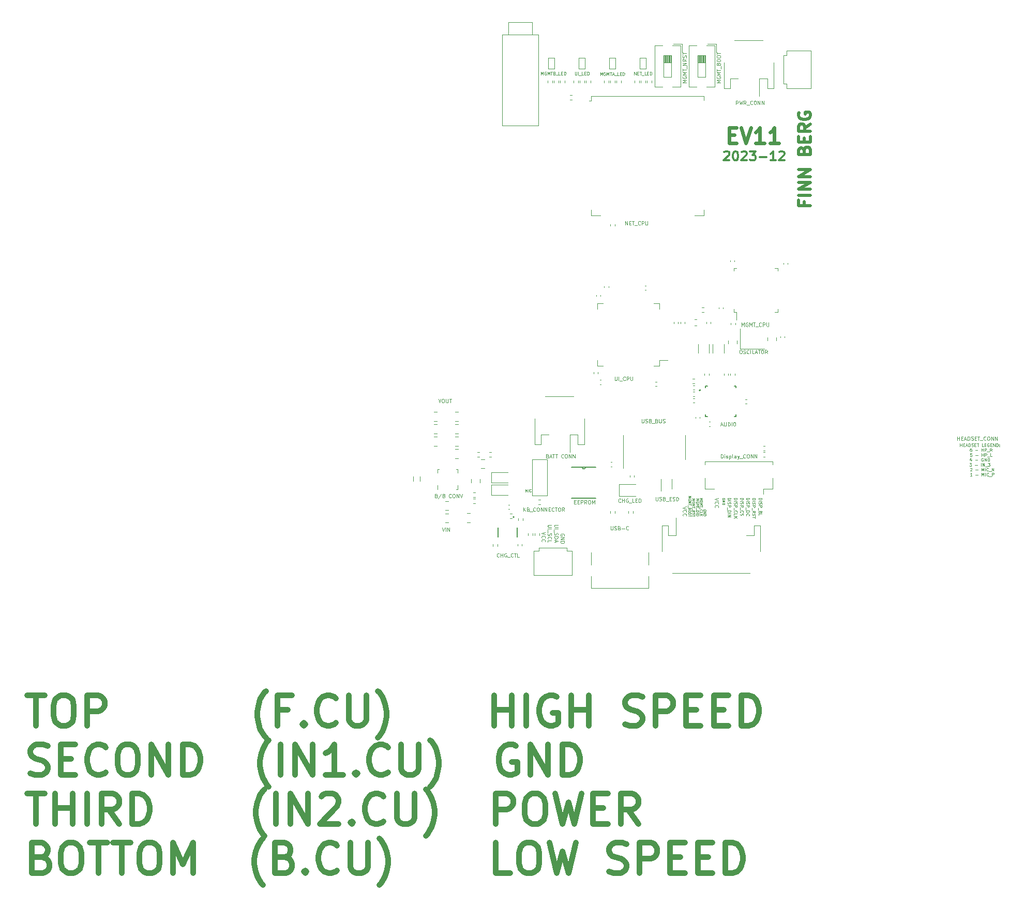
<source format=gbr>
%TF.GenerationSoftware,KiCad,Pcbnew,7.0.5*%
%TF.CreationDate,2023-12-19T13:48:19-08:00*%
%TF.ProjectId,EV11 Board Design,45563131-2042-46f6-9172-642044657369,EV9*%
%TF.SameCoordinates,Original*%
%TF.FileFunction,Legend,Top*%
%TF.FilePolarity,Positive*%
%FSLAX46Y46*%
G04 Gerber Fmt 4.6, Leading zero omitted, Abs format (unit mm)*
G04 Created by KiCad (PCBNEW 7.0.5) date 2023-12-19 13:48:19*
%MOMM*%
%LPD*%
G01*
G04 APERTURE LIST*
%ADD10C,0.100000*%
%ADD11C,0.500000*%
%ADD12C,0.625000*%
%ADD13C,0.900000*%
%ADD14C,0.300000*%
%ADD15C,0.120000*%
%ADD16C,0.152400*%
%ADD17C,0.127000*%
%ADD18C,0.200000*%
G04 APERTURE END LIST*
D10*
X134861429Y-131189847D02*
X134861429Y-130789847D01*
X134861429Y-130789847D02*
X134994762Y-131075561D01*
X134994762Y-131075561D02*
X135128095Y-130789847D01*
X135128095Y-130789847D02*
X135128095Y-131189847D01*
X135318572Y-131189847D02*
X135318572Y-130789847D01*
X135737619Y-131151752D02*
X135718571Y-131170800D01*
X135718571Y-131170800D02*
X135661429Y-131189847D01*
X135661429Y-131189847D02*
X135623333Y-131189847D01*
X135623333Y-131189847D02*
X135566190Y-131170800D01*
X135566190Y-131170800D02*
X135528095Y-131132704D01*
X135528095Y-131132704D02*
X135509048Y-131094609D01*
X135509048Y-131094609D02*
X135490000Y-131018419D01*
X135490000Y-131018419D02*
X135490000Y-130961276D01*
X135490000Y-130961276D02*
X135509048Y-130885085D01*
X135509048Y-130885085D02*
X135528095Y-130846990D01*
X135528095Y-130846990D02*
X135566190Y-130808895D01*
X135566190Y-130808895D02*
X135623333Y-130789847D01*
X135623333Y-130789847D02*
X135661429Y-130789847D01*
X135661429Y-130789847D02*
X135718571Y-130808895D01*
X135718571Y-130808895D02*
X135737619Y-130827942D01*
X121212857Y-137022371D02*
X121412857Y-137622371D01*
X121412857Y-137622371D02*
X121612857Y-137022371D01*
X121812858Y-137622371D02*
X121812858Y-137022371D01*
X122098572Y-137622371D02*
X122098572Y-137022371D01*
X122098572Y-137022371D02*
X122441429Y-137622371D01*
X122441429Y-137622371D02*
X122441429Y-137022371D01*
X147093809Y-62966109D02*
X147093809Y-62466109D01*
X147093809Y-62466109D02*
X147260476Y-62823252D01*
X147260476Y-62823252D02*
X147427142Y-62466109D01*
X147427142Y-62466109D02*
X147427142Y-62966109D01*
X147927143Y-62489919D02*
X147879524Y-62466109D01*
X147879524Y-62466109D02*
X147808095Y-62466109D01*
X147808095Y-62466109D02*
X147736667Y-62489919D01*
X147736667Y-62489919D02*
X147689048Y-62537538D01*
X147689048Y-62537538D02*
X147665238Y-62585157D01*
X147665238Y-62585157D02*
X147641429Y-62680395D01*
X147641429Y-62680395D02*
X147641429Y-62751823D01*
X147641429Y-62751823D02*
X147665238Y-62847061D01*
X147665238Y-62847061D02*
X147689048Y-62894680D01*
X147689048Y-62894680D02*
X147736667Y-62942300D01*
X147736667Y-62942300D02*
X147808095Y-62966109D01*
X147808095Y-62966109D02*
X147855714Y-62966109D01*
X147855714Y-62966109D02*
X147927143Y-62942300D01*
X147927143Y-62942300D02*
X147950952Y-62918490D01*
X147950952Y-62918490D02*
X147950952Y-62751823D01*
X147950952Y-62751823D02*
X147855714Y-62751823D01*
X148165238Y-62966109D02*
X148165238Y-62466109D01*
X148165238Y-62466109D02*
X148331905Y-62823252D01*
X148331905Y-62823252D02*
X148498571Y-62466109D01*
X148498571Y-62466109D02*
X148498571Y-62966109D01*
X148665239Y-62466109D02*
X148950953Y-62466109D01*
X148808096Y-62966109D02*
X148808096Y-62466109D01*
X149093810Y-62823252D02*
X149331905Y-62823252D01*
X149046191Y-62966109D02*
X149212857Y-62466109D01*
X149212857Y-62466109D02*
X149379524Y-62966109D01*
X149427143Y-63013728D02*
X149808095Y-63013728D01*
X150165237Y-62966109D02*
X149927142Y-62966109D01*
X149927142Y-62966109D02*
X149927142Y-62466109D01*
X150331904Y-62704204D02*
X150498571Y-62704204D01*
X150569999Y-62966109D02*
X150331904Y-62966109D01*
X150331904Y-62966109D02*
X150331904Y-62466109D01*
X150331904Y-62466109D02*
X150569999Y-62466109D01*
X150784285Y-62966109D02*
X150784285Y-62466109D01*
X150784285Y-62466109D02*
X150903333Y-62466109D01*
X150903333Y-62466109D02*
X150974761Y-62489919D01*
X150974761Y-62489919D02*
X151022380Y-62537538D01*
X151022380Y-62537538D02*
X151046190Y-62585157D01*
X151046190Y-62585157D02*
X151069999Y-62680395D01*
X151069999Y-62680395D02*
X151069999Y-62751823D01*
X151069999Y-62751823D02*
X151046190Y-62847061D01*
X151046190Y-62847061D02*
X151022380Y-62894680D01*
X151022380Y-62894680D02*
X150974761Y-62942300D01*
X150974761Y-62942300D02*
X150903333Y-62966109D01*
X150903333Y-62966109D02*
X150784285Y-62966109D01*
D11*
X180481619Y-83628195D02*
X180481619Y-84294862D01*
X181529238Y-84294862D02*
X179529238Y-84294862D01*
X179529238Y-84294862D02*
X179529238Y-83342481D01*
X181529238Y-82580576D02*
X179529238Y-82580576D01*
X181529238Y-81628195D02*
X179529238Y-81628195D01*
X179529238Y-81628195D02*
X181529238Y-80485338D01*
X181529238Y-80485338D02*
X179529238Y-80485338D01*
X181529238Y-79532957D02*
X179529238Y-79532957D01*
X179529238Y-79532957D02*
X181529238Y-78390100D01*
X181529238Y-78390100D02*
X179529238Y-78390100D01*
X180481619Y-75247242D02*
X180576857Y-74961528D01*
X180576857Y-74961528D02*
X180672095Y-74866290D01*
X180672095Y-74866290D02*
X180862571Y-74771052D01*
X180862571Y-74771052D02*
X181148285Y-74771052D01*
X181148285Y-74771052D02*
X181338761Y-74866290D01*
X181338761Y-74866290D02*
X181434000Y-74961528D01*
X181434000Y-74961528D02*
X181529238Y-75152004D01*
X181529238Y-75152004D02*
X181529238Y-75913909D01*
X181529238Y-75913909D02*
X179529238Y-75913909D01*
X179529238Y-75913909D02*
X179529238Y-75247242D01*
X179529238Y-75247242D02*
X179624476Y-75056766D01*
X179624476Y-75056766D02*
X179719714Y-74961528D01*
X179719714Y-74961528D02*
X179910190Y-74866290D01*
X179910190Y-74866290D02*
X180100666Y-74866290D01*
X180100666Y-74866290D02*
X180291142Y-74961528D01*
X180291142Y-74961528D02*
X180386380Y-75056766D01*
X180386380Y-75056766D02*
X180481619Y-75247242D01*
X180481619Y-75247242D02*
X180481619Y-75913909D01*
X180481619Y-73913909D02*
X180481619Y-73247242D01*
X181529238Y-72961528D02*
X181529238Y-73913909D01*
X181529238Y-73913909D02*
X179529238Y-73913909D01*
X179529238Y-73913909D02*
X179529238Y-72961528D01*
X181529238Y-70961528D02*
X180576857Y-71628195D01*
X181529238Y-72104385D02*
X179529238Y-72104385D01*
X179529238Y-72104385D02*
X179529238Y-71342480D01*
X179529238Y-71342480D02*
X179624476Y-71152004D01*
X179624476Y-71152004D02*
X179719714Y-71056766D01*
X179719714Y-71056766D02*
X179910190Y-70961528D01*
X179910190Y-70961528D02*
X180195904Y-70961528D01*
X180195904Y-70961528D02*
X180386380Y-71056766D01*
X180386380Y-71056766D02*
X180481619Y-71152004D01*
X180481619Y-71152004D02*
X180576857Y-71342480D01*
X180576857Y-71342480D02*
X180576857Y-72104385D01*
X179624476Y-69056766D02*
X179529238Y-69247242D01*
X179529238Y-69247242D02*
X179529238Y-69532956D01*
X179529238Y-69532956D02*
X179624476Y-69818671D01*
X179624476Y-69818671D02*
X179814952Y-70009147D01*
X179814952Y-70009147D02*
X180005428Y-70104385D01*
X180005428Y-70104385D02*
X180386380Y-70199623D01*
X180386380Y-70199623D02*
X180672095Y-70199623D01*
X180672095Y-70199623D02*
X181053047Y-70104385D01*
X181053047Y-70104385D02*
X181243523Y-70009147D01*
X181243523Y-70009147D02*
X181434000Y-69818671D01*
X181434000Y-69818671D02*
X181529238Y-69532956D01*
X181529238Y-69532956D02*
X181529238Y-69342480D01*
X181529238Y-69342480D02*
X181434000Y-69056766D01*
X181434000Y-69056766D02*
X181338761Y-68961528D01*
X181338761Y-68961528D02*
X180672095Y-68961528D01*
X180672095Y-68961528D02*
X180672095Y-69342480D01*
D10*
X167451104Y-132445237D02*
X167470152Y-132407142D01*
X167470152Y-132407142D02*
X167470152Y-132349999D01*
X167470152Y-132349999D02*
X167451104Y-132292856D01*
X167451104Y-132292856D02*
X167413009Y-132254761D01*
X167413009Y-132254761D02*
X167374914Y-132235714D01*
X167374914Y-132235714D02*
X167298723Y-132216666D01*
X167298723Y-132216666D02*
X167241580Y-132216666D01*
X167241580Y-132216666D02*
X167165390Y-132235714D01*
X167165390Y-132235714D02*
X167127295Y-132254761D01*
X167127295Y-132254761D02*
X167089200Y-132292856D01*
X167089200Y-132292856D02*
X167070152Y-132349999D01*
X167070152Y-132349999D02*
X167070152Y-132388095D01*
X167070152Y-132388095D02*
X167089200Y-132445237D01*
X167089200Y-132445237D02*
X167108247Y-132464285D01*
X167108247Y-132464285D02*
X167241580Y-132464285D01*
X167241580Y-132464285D02*
X167241580Y-132388095D01*
X167070152Y-132635714D02*
X167470152Y-132635714D01*
X167470152Y-132635714D02*
X167070152Y-132864285D01*
X167070152Y-132864285D02*
X167470152Y-132864285D01*
X167070152Y-133054762D02*
X167470152Y-133054762D01*
X167470152Y-133054762D02*
X167470152Y-133150000D01*
X167470152Y-133150000D02*
X167451104Y-133207143D01*
X167451104Y-133207143D02*
X167413009Y-133245238D01*
X167413009Y-133245238D02*
X167374914Y-133264285D01*
X167374914Y-133264285D02*
X167298723Y-133283333D01*
X167298723Y-133283333D02*
X167241580Y-133283333D01*
X167241580Y-133283333D02*
X167165390Y-133264285D01*
X167165390Y-133264285D02*
X167127295Y-133245238D01*
X167127295Y-133245238D02*
X167089200Y-133207143D01*
X167089200Y-133207143D02*
X167070152Y-133150000D01*
X167070152Y-133150000D02*
X167070152Y-133054762D01*
X205562858Y-122732371D02*
X205562858Y-122132371D01*
X205562858Y-122418085D02*
X205905715Y-122418085D01*
X205905715Y-122732371D02*
X205905715Y-122132371D01*
X206191429Y-122418085D02*
X206391429Y-122418085D01*
X206477143Y-122732371D02*
X206191429Y-122732371D01*
X206191429Y-122732371D02*
X206191429Y-122132371D01*
X206191429Y-122132371D02*
X206477143Y-122132371D01*
X206705714Y-122560942D02*
X206991429Y-122560942D01*
X206648571Y-122732371D02*
X206848571Y-122132371D01*
X206848571Y-122132371D02*
X207048571Y-122732371D01*
X207248572Y-122732371D02*
X207248572Y-122132371D01*
X207248572Y-122132371D02*
X207391429Y-122132371D01*
X207391429Y-122132371D02*
X207477143Y-122160942D01*
X207477143Y-122160942D02*
X207534286Y-122218085D01*
X207534286Y-122218085D02*
X207562857Y-122275228D01*
X207562857Y-122275228D02*
X207591429Y-122389514D01*
X207591429Y-122389514D02*
X207591429Y-122475228D01*
X207591429Y-122475228D02*
X207562857Y-122589514D01*
X207562857Y-122589514D02*
X207534286Y-122646657D01*
X207534286Y-122646657D02*
X207477143Y-122703800D01*
X207477143Y-122703800D02*
X207391429Y-122732371D01*
X207391429Y-122732371D02*
X207248572Y-122732371D01*
X207820000Y-122703800D02*
X207905715Y-122732371D01*
X207905715Y-122732371D02*
X208048572Y-122732371D01*
X208048572Y-122732371D02*
X208105715Y-122703800D01*
X208105715Y-122703800D02*
X208134286Y-122675228D01*
X208134286Y-122675228D02*
X208162857Y-122618085D01*
X208162857Y-122618085D02*
X208162857Y-122560942D01*
X208162857Y-122560942D02*
X208134286Y-122503800D01*
X208134286Y-122503800D02*
X208105715Y-122475228D01*
X208105715Y-122475228D02*
X208048572Y-122446657D01*
X208048572Y-122446657D02*
X207934286Y-122418085D01*
X207934286Y-122418085D02*
X207877143Y-122389514D01*
X207877143Y-122389514D02*
X207848572Y-122360942D01*
X207848572Y-122360942D02*
X207820000Y-122303800D01*
X207820000Y-122303800D02*
X207820000Y-122246657D01*
X207820000Y-122246657D02*
X207848572Y-122189514D01*
X207848572Y-122189514D02*
X207877143Y-122160942D01*
X207877143Y-122160942D02*
X207934286Y-122132371D01*
X207934286Y-122132371D02*
X208077143Y-122132371D01*
X208077143Y-122132371D02*
X208162857Y-122160942D01*
X208420001Y-122418085D02*
X208620001Y-122418085D01*
X208705715Y-122732371D02*
X208420001Y-122732371D01*
X208420001Y-122732371D02*
X208420001Y-122132371D01*
X208420001Y-122132371D02*
X208705715Y-122132371D01*
X208877143Y-122132371D02*
X209220001Y-122132371D01*
X209048572Y-122732371D02*
X209048572Y-122132371D01*
X209277144Y-122789514D02*
X209734286Y-122789514D01*
X210220001Y-122675228D02*
X210191429Y-122703800D01*
X210191429Y-122703800D02*
X210105715Y-122732371D01*
X210105715Y-122732371D02*
X210048572Y-122732371D01*
X210048572Y-122732371D02*
X209962858Y-122703800D01*
X209962858Y-122703800D02*
X209905715Y-122646657D01*
X209905715Y-122646657D02*
X209877144Y-122589514D01*
X209877144Y-122589514D02*
X209848572Y-122475228D01*
X209848572Y-122475228D02*
X209848572Y-122389514D01*
X209848572Y-122389514D02*
X209877144Y-122275228D01*
X209877144Y-122275228D02*
X209905715Y-122218085D01*
X209905715Y-122218085D02*
X209962858Y-122160942D01*
X209962858Y-122160942D02*
X210048572Y-122132371D01*
X210048572Y-122132371D02*
X210105715Y-122132371D01*
X210105715Y-122132371D02*
X210191429Y-122160942D01*
X210191429Y-122160942D02*
X210220001Y-122189514D01*
X210591429Y-122132371D02*
X210705715Y-122132371D01*
X210705715Y-122132371D02*
X210762858Y-122160942D01*
X210762858Y-122160942D02*
X210820001Y-122218085D01*
X210820001Y-122218085D02*
X210848572Y-122332371D01*
X210848572Y-122332371D02*
X210848572Y-122532371D01*
X210848572Y-122532371D02*
X210820001Y-122646657D01*
X210820001Y-122646657D02*
X210762858Y-122703800D01*
X210762858Y-122703800D02*
X210705715Y-122732371D01*
X210705715Y-122732371D02*
X210591429Y-122732371D01*
X210591429Y-122732371D02*
X210534287Y-122703800D01*
X210534287Y-122703800D02*
X210477144Y-122646657D01*
X210477144Y-122646657D02*
X210448572Y-122532371D01*
X210448572Y-122532371D02*
X210448572Y-122332371D01*
X210448572Y-122332371D02*
X210477144Y-122218085D01*
X210477144Y-122218085D02*
X210534287Y-122160942D01*
X210534287Y-122160942D02*
X210591429Y-122132371D01*
X211105715Y-122732371D02*
X211105715Y-122132371D01*
X211105715Y-122132371D02*
X211448572Y-122732371D01*
X211448572Y-122732371D02*
X211448572Y-122132371D01*
X211734286Y-122732371D02*
X211734286Y-122132371D01*
X211734286Y-122132371D02*
X212077143Y-122732371D01*
X212077143Y-122732371D02*
X212077143Y-122132371D01*
X142959047Y-62386109D02*
X142959047Y-62790871D01*
X142959047Y-62790871D02*
X142982857Y-62838490D01*
X142982857Y-62838490D02*
X143006666Y-62862300D01*
X143006666Y-62862300D02*
X143054285Y-62886109D01*
X143054285Y-62886109D02*
X143149523Y-62886109D01*
X143149523Y-62886109D02*
X143197142Y-62862300D01*
X143197142Y-62862300D02*
X143220952Y-62838490D01*
X143220952Y-62838490D02*
X143244761Y-62790871D01*
X143244761Y-62790871D02*
X143244761Y-62386109D01*
X143482857Y-62886109D02*
X143482857Y-62386109D01*
X143601905Y-62933728D02*
X143982857Y-62933728D01*
X144339999Y-62886109D02*
X144101904Y-62886109D01*
X144101904Y-62886109D02*
X144101904Y-62386109D01*
X144506666Y-62624204D02*
X144673333Y-62624204D01*
X144744761Y-62886109D02*
X144506666Y-62886109D01*
X144506666Y-62886109D02*
X144506666Y-62386109D01*
X144506666Y-62386109D02*
X144744761Y-62386109D01*
X144959047Y-62886109D02*
X144959047Y-62386109D01*
X144959047Y-62386109D02*
X145078095Y-62386109D01*
X145078095Y-62386109D02*
X145149523Y-62409919D01*
X145149523Y-62409919D02*
X145197142Y-62457538D01*
X145197142Y-62457538D02*
X145220952Y-62505157D01*
X145220952Y-62505157D02*
X145244761Y-62600395D01*
X145244761Y-62600395D02*
X145244761Y-62671823D01*
X145244761Y-62671823D02*
X145220952Y-62767061D01*
X145220952Y-62767061D02*
X145197142Y-62814680D01*
X145197142Y-62814680D02*
X145149523Y-62862300D01*
X145149523Y-62862300D02*
X145078095Y-62886109D01*
X145078095Y-62886109D02*
X144959047Y-62886109D01*
X170973890Y-132201429D02*
X171473890Y-132201429D01*
X171473890Y-132201429D02*
X171473890Y-132320477D01*
X171473890Y-132320477D02*
X171450080Y-132391905D01*
X171450080Y-132391905D02*
X171402461Y-132439524D01*
X171402461Y-132439524D02*
X171354842Y-132463334D01*
X171354842Y-132463334D02*
X171259604Y-132487143D01*
X171259604Y-132487143D02*
X171188176Y-132487143D01*
X171188176Y-132487143D02*
X171092938Y-132463334D01*
X171092938Y-132463334D02*
X171045319Y-132439524D01*
X171045319Y-132439524D02*
X170997700Y-132391905D01*
X170997700Y-132391905D02*
X170973890Y-132320477D01*
X170973890Y-132320477D02*
X170973890Y-132201429D01*
X170973890Y-132701429D02*
X171473890Y-132701429D01*
X170997700Y-132915715D02*
X170973890Y-132987143D01*
X170973890Y-132987143D02*
X170973890Y-133106191D01*
X170973890Y-133106191D02*
X170997700Y-133153810D01*
X170997700Y-133153810D02*
X171021509Y-133177619D01*
X171021509Y-133177619D02*
X171069128Y-133201429D01*
X171069128Y-133201429D02*
X171116747Y-133201429D01*
X171116747Y-133201429D02*
X171164366Y-133177619D01*
X171164366Y-133177619D02*
X171188176Y-133153810D01*
X171188176Y-133153810D02*
X171211985Y-133106191D01*
X171211985Y-133106191D02*
X171235795Y-133010953D01*
X171235795Y-133010953D02*
X171259604Y-132963334D01*
X171259604Y-132963334D02*
X171283414Y-132939524D01*
X171283414Y-132939524D02*
X171331033Y-132915715D01*
X171331033Y-132915715D02*
X171378652Y-132915715D01*
X171378652Y-132915715D02*
X171426271Y-132939524D01*
X171426271Y-132939524D02*
X171450080Y-132963334D01*
X171450080Y-132963334D02*
X171473890Y-133010953D01*
X171473890Y-133010953D02*
X171473890Y-133130000D01*
X171473890Y-133130000D02*
X171450080Y-133201429D01*
X170973890Y-133415714D02*
X171473890Y-133415714D01*
X171473890Y-133415714D02*
X171473890Y-133606190D01*
X171473890Y-133606190D02*
X171450080Y-133653809D01*
X171450080Y-133653809D02*
X171426271Y-133677619D01*
X171426271Y-133677619D02*
X171378652Y-133701428D01*
X171378652Y-133701428D02*
X171307223Y-133701428D01*
X171307223Y-133701428D02*
X171259604Y-133677619D01*
X171259604Y-133677619D02*
X171235795Y-133653809D01*
X171235795Y-133653809D02*
X171211985Y-133606190D01*
X171211985Y-133606190D02*
X171211985Y-133415714D01*
X170926271Y-133796667D02*
X170926271Y-134177619D01*
X170973890Y-134296666D02*
X171473890Y-134296666D01*
X171473890Y-134296666D02*
X171473890Y-134415714D01*
X171473890Y-134415714D02*
X171450080Y-134487142D01*
X171450080Y-134487142D02*
X171402461Y-134534761D01*
X171402461Y-134534761D02*
X171354842Y-134558571D01*
X171354842Y-134558571D02*
X171259604Y-134582380D01*
X171259604Y-134582380D02*
X171188176Y-134582380D01*
X171188176Y-134582380D02*
X171092938Y-134558571D01*
X171092938Y-134558571D02*
X171045319Y-134534761D01*
X171045319Y-134534761D02*
X170997700Y-134487142D01*
X170997700Y-134487142D02*
X170973890Y-134415714D01*
X170973890Y-134415714D02*
X170973890Y-134296666D01*
X171021509Y-135082380D02*
X170997700Y-135058571D01*
X170997700Y-135058571D02*
X170973890Y-134987142D01*
X170973890Y-134987142D02*
X170973890Y-134939523D01*
X170973890Y-134939523D02*
X170997700Y-134868095D01*
X170997700Y-134868095D02*
X171045319Y-134820476D01*
X171045319Y-134820476D02*
X171092938Y-134796666D01*
X171092938Y-134796666D02*
X171188176Y-134772857D01*
X171188176Y-134772857D02*
X171259604Y-134772857D01*
X171259604Y-134772857D02*
X171354842Y-134796666D01*
X171354842Y-134796666D02*
X171402461Y-134820476D01*
X171402461Y-134820476D02*
X171450080Y-134868095D01*
X171450080Y-134868095D02*
X171473890Y-134939523D01*
X171473890Y-134939523D02*
X171473890Y-134987142D01*
X171473890Y-134987142D02*
X171450080Y-135058571D01*
X171450080Y-135058571D02*
X171426271Y-135082380D01*
X170031428Y-107952371D02*
X170145714Y-107952371D01*
X170145714Y-107952371D02*
X170202857Y-107980942D01*
X170202857Y-107980942D02*
X170260000Y-108038085D01*
X170260000Y-108038085D02*
X170288571Y-108152371D01*
X170288571Y-108152371D02*
X170288571Y-108352371D01*
X170288571Y-108352371D02*
X170260000Y-108466657D01*
X170260000Y-108466657D02*
X170202857Y-108523800D01*
X170202857Y-108523800D02*
X170145714Y-108552371D01*
X170145714Y-108552371D02*
X170031428Y-108552371D01*
X170031428Y-108552371D02*
X169974286Y-108523800D01*
X169974286Y-108523800D02*
X169917143Y-108466657D01*
X169917143Y-108466657D02*
X169888571Y-108352371D01*
X169888571Y-108352371D02*
X169888571Y-108152371D01*
X169888571Y-108152371D02*
X169917143Y-108038085D01*
X169917143Y-108038085D02*
X169974286Y-107980942D01*
X169974286Y-107980942D02*
X170031428Y-107952371D01*
X170517142Y-108523800D02*
X170602857Y-108552371D01*
X170602857Y-108552371D02*
X170745714Y-108552371D01*
X170745714Y-108552371D02*
X170802857Y-108523800D01*
X170802857Y-108523800D02*
X170831428Y-108495228D01*
X170831428Y-108495228D02*
X170859999Y-108438085D01*
X170859999Y-108438085D02*
X170859999Y-108380942D01*
X170859999Y-108380942D02*
X170831428Y-108323800D01*
X170831428Y-108323800D02*
X170802857Y-108295228D01*
X170802857Y-108295228D02*
X170745714Y-108266657D01*
X170745714Y-108266657D02*
X170631428Y-108238085D01*
X170631428Y-108238085D02*
X170574285Y-108209514D01*
X170574285Y-108209514D02*
X170545714Y-108180942D01*
X170545714Y-108180942D02*
X170517142Y-108123800D01*
X170517142Y-108123800D02*
X170517142Y-108066657D01*
X170517142Y-108066657D02*
X170545714Y-108009514D01*
X170545714Y-108009514D02*
X170574285Y-107980942D01*
X170574285Y-107980942D02*
X170631428Y-107952371D01*
X170631428Y-107952371D02*
X170774285Y-107952371D01*
X170774285Y-107952371D02*
X170859999Y-107980942D01*
X171460000Y-108495228D02*
X171431428Y-108523800D01*
X171431428Y-108523800D02*
X171345714Y-108552371D01*
X171345714Y-108552371D02*
X171288571Y-108552371D01*
X171288571Y-108552371D02*
X171202857Y-108523800D01*
X171202857Y-108523800D02*
X171145714Y-108466657D01*
X171145714Y-108466657D02*
X171117143Y-108409514D01*
X171117143Y-108409514D02*
X171088571Y-108295228D01*
X171088571Y-108295228D02*
X171088571Y-108209514D01*
X171088571Y-108209514D02*
X171117143Y-108095228D01*
X171117143Y-108095228D02*
X171145714Y-108038085D01*
X171145714Y-108038085D02*
X171202857Y-107980942D01*
X171202857Y-107980942D02*
X171288571Y-107952371D01*
X171288571Y-107952371D02*
X171345714Y-107952371D01*
X171345714Y-107952371D02*
X171431428Y-107980942D01*
X171431428Y-107980942D02*
X171460000Y-108009514D01*
X171717143Y-108552371D02*
X171717143Y-107952371D01*
X172288571Y-108552371D02*
X172002857Y-108552371D01*
X172002857Y-108552371D02*
X172002857Y-107952371D01*
X172459999Y-108380942D02*
X172745714Y-108380942D01*
X172402856Y-108552371D02*
X172602856Y-107952371D01*
X172602856Y-107952371D02*
X172802856Y-108552371D01*
X172917142Y-107952371D02*
X173260000Y-107952371D01*
X173088571Y-108552371D02*
X173088571Y-107952371D01*
X173574285Y-107952371D02*
X173688571Y-107952371D01*
X173688571Y-107952371D02*
X173745714Y-107980942D01*
X173745714Y-107980942D02*
X173802857Y-108038085D01*
X173802857Y-108038085D02*
X173831428Y-108152371D01*
X173831428Y-108152371D02*
X173831428Y-108352371D01*
X173831428Y-108352371D02*
X173802857Y-108466657D01*
X173802857Y-108466657D02*
X173745714Y-108523800D01*
X173745714Y-108523800D02*
X173688571Y-108552371D01*
X173688571Y-108552371D02*
X173574285Y-108552371D01*
X173574285Y-108552371D02*
X173517143Y-108523800D01*
X173517143Y-108523800D02*
X173460000Y-108466657D01*
X173460000Y-108466657D02*
X173431428Y-108352371D01*
X173431428Y-108352371D02*
X173431428Y-108152371D01*
X173431428Y-108152371D02*
X173460000Y-108038085D01*
X173460000Y-108038085D02*
X173517143Y-107980942D01*
X173517143Y-107980942D02*
X173574285Y-107952371D01*
X174431428Y-108552371D02*
X174231428Y-108266657D01*
X174088571Y-108552371D02*
X174088571Y-107952371D01*
X174088571Y-107952371D02*
X174317142Y-107952371D01*
X174317142Y-107952371D02*
X174374285Y-107980942D01*
X174374285Y-107980942D02*
X174402856Y-108009514D01*
X174402856Y-108009514D02*
X174431428Y-108066657D01*
X174431428Y-108066657D02*
X174431428Y-108152371D01*
X174431428Y-108152371D02*
X174402856Y-108209514D01*
X174402856Y-108209514D02*
X174374285Y-108238085D01*
X174374285Y-108238085D02*
X174317142Y-108266657D01*
X174317142Y-108266657D02*
X174088571Y-108266657D01*
X152641428Y-62896109D02*
X152641428Y-62396109D01*
X152641428Y-62396109D02*
X152927142Y-62896109D01*
X152927142Y-62896109D02*
X152927142Y-62396109D01*
X153165238Y-62634204D02*
X153331905Y-62634204D01*
X153403333Y-62896109D02*
X153165238Y-62896109D01*
X153165238Y-62896109D02*
X153165238Y-62396109D01*
X153165238Y-62396109D02*
X153403333Y-62396109D01*
X153546191Y-62396109D02*
X153831905Y-62396109D01*
X153689048Y-62896109D02*
X153689048Y-62396109D01*
X153879524Y-62943728D02*
X154260476Y-62943728D01*
X154617618Y-62896109D02*
X154379523Y-62896109D01*
X154379523Y-62896109D02*
X154379523Y-62396109D01*
X154784285Y-62634204D02*
X154950952Y-62634204D01*
X155022380Y-62896109D02*
X154784285Y-62896109D01*
X154784285Y-62896109D02*
X154784285Y-62396109D01*
X154784285Y-62396109D02*
X155022380Y-62396109D01*
X155236666Y-62896109D02*
X155236666Y-62396109D01*
X155236666Y-62396109D02*
X155355714Y-62396109D01*
X155355714Y-62396109D02*
X155427142Y-62419919D01*
X155427142Y-62419919D02*
X155474761Y-62467538D01*
X155474761Y-62467538D02*
X155498571Y-62515157D01*
X155498571Y-62515157D02*
X155522380Y-62610395D01*
X155522380Y-62610395D02*
X155522380Y-62681823D01*
X155522380Y-62681823D02*
X155498571Y-62777061D01*
X155498571Y-62777061D02*
X155474761Y-62824680D01*
X155474761Y-62824680D02*
X155427142Y-62872300D01*
X155427142Y-62872300D02*
X155355714Y-62896109D01*
X155355714Y-62896109D02*
X155236666Y-62896109D01*
X153874286Y-119272371D02*
X153874286Y-119758085D01*
X153874286Y-119758085D02*
X153902857Y-119815228D01*
X153902857Y-119815228D02*
X153931429Y-119843800D01*
X153931429Y-119843800D02*
X153988571Y-119872371D01*
X153988571Y-119872371D02*
X154102857Y-119872371D01*
X154102857Y-119872371D02*
X154160000Y-119843800D01*
X154160000Y-119843800D02*
X154188571Y-119815228D01*
X154188571Y-119815228D02*
X154217143Y-119758085D01*
X154217143Y-119758085D02*
X154217143Y-119272371D01*
X154474285Y-119843800D02*
X154560000Y-119872371D01*
X154560000Y-119872371D02*
X154702857Y-119872371D01*
X154702857Y-119872371D02*
X154760000Y-119843800D01*
X154760000Y-119843800D02*
X154788571Y-119815228D01*
X154788571Y-119815228D02*
X154817142Y-119758085D01*
X154817142Y-119758085D02*
X154817142Y-119700942D01*
X154817142Y-119700942D02*
X154788571Y-119643800D01*
X154788571Y-119643800D02*
X154760000Y-119615228D01*
X154760000Y-119615228D02*
X154702857Y-119586657D01*
X154702857Y-119586657D02*
X154588571Y-119558085D01*
X154588571Y-119558085D02*
X154531428Y-119529514D01*
X154531428Y-119529514D02*
X154502857Y-119500942D01*
X154502857Y-119500942D02*
X154474285Y-119443800D01*
X154474285Y-119443800D02*
X154474285Y-119386657D01*
X154474285Y-119386657D02*
X154502857Y-119329514D01*
X154502857Y-119329514D02*
X154531428Y-119300942D01*
X154531428Y-119300942D02*
X154588571Y-119272371D01*
X154588571Y-119272371D02*
X154731428Y-119272371D01*
X154731428Y-119272371D02*
X154817142Y-119300942D01*
X155274286Y-119558085D02*
X155360000Y-119586657D01*
X155360000Y-119586657D02*
X155388571Y-119615228D01*
X155388571Y-119615228D02*
X155417143Y-119672371D01*
X155417143Y-119672371D02*
X155417143Y-119758085D01*
X155417143Y-119758085D02*
X155388571Y-119815228D01*
X155388571Y-119815228D02*
X155360000Y-119843800D01*
X155360000Y-119843800D02*
X155302857Y-119872371D01*
X155302857Y-119872371D02*
X155074286Y-119872371D01*
X155074286Y-119872371D02*
X155074286Y-119272371D01*
X155074286Y-119272371D02*
X155274286Y-119272371D01*
X155274286Y-119272371D02*
X155331429Y-119300942D01*
X155331429Y-119300942D02*
X155360000Y-119329514D01*
X155360000Y-119329514D02*
X155388571Y-119386657D01*
X155388571Y-119386657D02*
X155388571Y-119443800D01*
X155388571Y-119443800D02*
X155360000Y-119500942D01*
X155360000Y-119500942D02*
X155331429Y-119529514D01*
X155331429Y-119529514D02*
X155274286Y-119558085D01*
X155274286Y-119558085D02*
X155074286Y-119558085D01*
X155531429Y-119929514D02*
X155988571Y-119929514D01*
X156331429Y-119558085D02*
X156417143Y-119586657D01*
X156417143Y-119586657D02*
X156445714Y-119615228D01*
X156445714Y-119615228D02*
X156474286Y-119672371D01*
X156474286Y-119672371D02*
X156474286Y-119758085D01*
X156474286Y-119758085D02*
X156445714Y-119815228D01*
X156445714Y-119815228D02*
X156417143Y-119843800D01*
X156417143Y-119843800D02*
X156360000Y-119872371D01*
X156360000Y-119872371D02*
X156131429Y-119872371D01*
X156131429Y-119872371D02*
X156131429Y-119272371D01*
X156131429Y-119272371D02*
X156331429Y-119272371D01*
X156331429Y-119272371D02*
X156388572Y-119300942D01*
X156388572Y-119300942D02*
X156417143Y-119329514D01*
X156417143Y-119329514D02*
X156445714Y-119386657D01*
X156445714Y-119386657D02*
X156445714Y-119443800D01*
X156445714Y-119443800D02*
X156417143Y-119500942D01*
X156417143Y-119500942D02*
X156388572Y-119529514D01*
X156388572Y-119529514D02*
X156331429Y-119558085D01*
X156331429Y-119558085D02*
X156131429Y-119558085D01*
X156731429Y-119272371D02*
X156731429Y-119758085D01*
X156731429Y-119758085D02*
X156760000Y-119815228D01*
X156760000Y-119815228D02*
X156788572Y-119843800D01*
X156788572Y-119843800D02*
X156845714Y-119872371D01*
X156845714Y-119872371D02*
X156960000Y-119872371D01*
X156960000Y-119872371D02*
X157017143Y-119843800D01*
X157017143Y-119843800D02*
X157045714Y-119815228D01*
X157045714Y-119815228D02*
X157074286Y-119758085D01*
X157074286Y-119758085D02*
X157074286Y-119272371D01*
X157331428Y-119843800D02*
X157417143Y-119872371D01*
X157417143Y-119872371D02*
X157560000Y-119872371D01*
X157560000Y-119872371D02*
X157617143Y-119843800D01*
X157617143Y-119843800D02*
X157645714Y-119815228D01*
X157645714Y-119815228D02*
X157674285Y-119758085D01*
X157674285Y-119758085D02*
X157674285Y-119700942D01*
X157674285Y-119700942D02*
X157645714Y-119643800D01*
X157645714Y-119643800D02*
X157617143Y-119615228D01*
X157617143Y-119615228D02*
X157560000Y-119586657D01*
X157560000Y-119586657D02*
X157445714Y-119558085D01*
X157445714Y-119558085D02*
X157388571Y-119529514D01*
X157388571Y-119529514D02*
X157360000Y-119500942D01*
X157360000Y-119500942D02*
X157331428Y-119443800D01*
X157331428Y-119443800D02*
X157331428Y-119386657D01*
X157331428Y-119386657D02*
X157360000Y-119329514D01*
X157360000Y-119329514D02*
X157388571Y-119300942D01*
X157388571Y-119300942D02*
X157445714Y-119272371D01*
X157445714Y-119272371D02*
X157588571Y-119272371D01*
X157588571Y-119272371D02*
X157674285Y-119300942D01*
X138097628Y-137799999D02*
X137497628Y-137999999D01*
X137497628Y-137999999D02*
X138097628Y-138199999D01*
X137554771Y-138742857D02*
X137526200Y-138714285D01*
X137526200Y-138714285D02*
X137497628Y-138628571D01*
X137497628Y-138628571D02*
X137497628Y-138571428D01*
X137497628Y-138571428D02*
X137526200Y-138485714D01*
X137526200Y-138485714D02*
X137583342Y-138428571D01*
X137583342Y-138428571D02*
X137640485Y-138400000D01*
X137640485Y-138400000D02*
X137754771Y-138371428D01*
X137754771Y-138371428D02*
X137840485Y-138371428D01*
X137840485Y-138371428D02*
X137954771Y-138400000D01*
X137954771Y-138400000D02*
X138011914Y-138428571D01*
X138011914Y-138428571D02*
X138069057Y-138485714D01*
X138069057Y-138485714D02*
X138097628Y-138571428D01*
X138097628Y-138571428D02*
X138097628Y-138628571D01*
X138097628Y-138628571D02*
X138069057Y-138714285D01*
X138069057Y-138714285D02*
X138040485Y-138742857D01*
X137554771Y-139342857D02*
X137526200Y-139314285D01*
X137526200Y-139314285D02*
X137497628Y-139228571D01*
X137497628Y-139228571D02*
X137497628Y-139171428D01*
X137497628Y-139171428D02*
X137526200Y-139085714D01*
X137526200Y-139085714D02*
X137583342Y-139028571D01*
X137583342Y-139028571D02*
X137640485Y-139000000D01*
X137640485Y-139000000D02*
X137754771Y-138971428D01*
X137754771Y-138971428D02*
X137840485Y-138971428D01*
X137840485Y-138971428D02*
X137954771Y-139000000D01*
X137954771Y-139000000D02*
X138011914Y-139028571D01*
X138011914Y-139028571D02*
X138069057Y-139085714D01*
X138069057Y-139085714D02*
X138097628Y-139171428D01*
X138097628Y-139171428D02*
X138097628Y-139228571D01*
X138097628Y-139228571D02*
X138069057Y-139314285D01*
X138069057Y-139314285D02*
X138040485Y-139342857D01*
X134487144Y-134372371D02*
X134487144Y-133772371D01*
X134830001Y-134372371D02*
X134572858Y-134029514D01*
X134830001Y-133772371D02*
X134487144Y-134115228D01*
X135287144Y-134058085D02*
X135372858Y-134086657D01*
X135372858Y-134086657D02*
X135401429Y-134115228D01*
X135401429Y-134115228D02*
X135430001Y-134172371D01*
X135430001Y-134172371D02*
X135430001Y-134258085D01*
X135430001Y-134258085D02*
X135401429Y-134315228D01*
X135401429Y-134315228D02*
X135372858Y-134343800D01*
X135372858Y-134343800D02*
X135315715Y-134372371D01*
X135315715Y-134372371D02*
X135087144Y-134372371D01*
X135087144Y-134372371D02*
X135087144Y-133772371D01*
X135087144Y-133772371D02*
X135287144Y-133772371D01*
X135287144Y-133772371D02*
X135344287Y-133800942D01*
X135344287Y-133800942D02*
X135372858Y-133829514D01*
X135372858Y-133829514D02*
X135401429Y-133886657D01*
X135401429Y-133886657D02*
X135401429Y-133943800D01*
X135401429Y-133943800D02*
X135372858Y-134000942D01*
X135372858Y-134000942D02*
X135344287Y-134029514D01*
X135344287Y-134029514D02*
X135287144Y-134058085D01*
X135287144Y-134058085D02*
X135087144Y-134058085D01*
X135544287Y-134429514D02*
X136001429Y-134429514D01*
X136487144Y-134315228D02*
X136458572Y-134343800D01*
X136458572Y-134343800D02*
X136372858Y-134372371D01*
X136372858Y-134372371D02*
X136315715Y-134372371D01*
X136315715Y-134372371D02*
X136230001Y-134343800D01*
X136230001Y-134343800D02*
X136172858Y-134286657D01*
X136172858Y-134286657D02*
X136144287Y-134229514D01*
X136144287Y-134229514D02*
X136115715Y-134115228D01*
X136115715Y-134115228D02*
X136115715Y-134029514D01*
X136115715Y-134029514D02*
X136144287Y-133915228D01*
X136144287Y-133915228D02*
X136172858Y-133858085D01*
X136172858Y-133858085D02*
X136230001Y-133800942D01*
X136230001Y-133800942D02*
X136315715Y-133772371D01*
X136315715Y-133772371D02*
X136372858Y-133772371D01*
X136372858Y-133772371D02*
X136458572Y-133800942D01*
X136458572Y-133800942D02*
X136487144Y-133829514D01*
X136858572Y-133772371D02*
X136972858Y-133772371D01*
X136972858Y-133772371D02*
X137030001Y-133800942D01*
X137030001Y-133800942D02*
X137087144Y-133858085D01*
X137087144Y-133858085D02*
X137115715Y-133972371D01*
X137115715Y-133972371D02*
X137115715Y-134172371D01*
X137115715Y-134172371D02*
X137087144Y-134286657D01*
X137087144Y-134286657D02*
X137030001Y-134343800D01*
X137030001Y-134343800D02*
X136972858Y-134372371D01*
X136972858Y-134372371D02*
X136858572Y-134372371D01*
X136858572Y-134372371D02*
X136801430Y-134343800D01*
X136801430Y-134343800D02*
X136744287Y-134286657D01*
X136744287Y-134286657D02*
X136715715Y-134172371D01*
X136715715Y-134172371D02*
X136715715Y-133972371D01*
X136715715Y-133972371D02*
X136744287Y-133858085D01*
X136744287Y-133858085D02*
X136801430Y-133800942D01*
X136801430Y-133800942D02*
X136858572Y-133772371D01*
X137372858Y-134372371D02*
X137372858Y-133772371D01*
X137372858Y-133772371D02*
X137715715Y-134372371D01*
X137715715Y-134372371D02*
X137715715Y-133772371D01*
X138001429Y-134372371D02*
X138001429Y-133772371D01*
X138001429Y-133772371D02*
X138344286Y-134372371D01*
X138344286Y-134372371D02*
X138344286Y-133772371D01*
X138630000Y-134058085D02*
X138830000Y-134058085D01*
X138915714Y-134372371D02*
X138630000Y-134372371D01*
X138630000Y-134372371D02*
X138630000Y-133772371D01*
X138630000Y-133772371D02*
X138915714Y-133772371D01*
X139515714Y-134315228D02*
X139487142Y-134343800D01*
X139487142Y-134343800D02*
X139401428Y-134372371D01*
X139401428Y-134372371D02*
X139344285Y-134372371D01*
X139344285Y-134372371D02*
X139258571Y-134343800D01*
X139258571Y-134343800D02*
X139201428Y-134286657D01*
X139201428Y-134286657D02*
X139172857Y-134229514D01*
X139172857Y-134229514D02*
X139144285Y-134115228D01*
X139144285Y-134115228D02*
X139144285Y-134029514D01*
X139144285Y-134029514D02*
X139172857Y-133915228D01*
X139172857Y-133915228D02*
X139201428Y-133858085D01*
X139201428Y-133858085D02*
X139258571Y-133800942D01*
X139258571Y-133800942D02*
X139344285Y-133772371D01*
X139344285Y-133772371D02*
X139401428Y-133772371D01*
X139401428Y-133772371D02*
X139487142Y-133800942D01*
X139487142Y-133800942D02*
X139515714Y-133829514D01*
X139687142Y-133772371D02*
X140030000Y-133772371D01*
X139858571Y-134372371D02*
X139858571Y-133772371D01*
X140344285Y-133772371D02*
X140458571Y-133772371D01*
X140458571Y-133772371D02*
X140515714Y-133800942D01*
X140515714Y-133800942D02*
X140572857Y-133858085D01*
X140572857Y-133858085D02*
X140601428Y-133972371D01*
X140601428Y-133972371D02*
X140601428Y-134172371D01*
X140601428Y-134172371D02*
X140572857Y-134286657D01*
X140572857Y-134286657D02*
X140515714Y-134343800D01*
X140515714Y-134343800D02*
X140458571Y-134372371D01*
X140458571Y-134372371D02*
X140344285Y-134372371D01*
X140344285Y-134372371D02*
X140287143Y-134343800D01*
X140287143Y-134343800D02*
X140230000Y-134286657D01*
X140230000Y-134286657D02*
X140201428Y-134172371D01*
X140201428Y-134172371D02*
X140201428Y-133972371D01*
X140201428Y-133972371D02*
X140230000Y-133858085D01*
X140230000Y-133858085D02*
X140287143Y-133800942D01*
X140287143Y-133800942D02*
X140344285Y-133772371D01*
X141201428Y-134372371D02*
X141001428Y-134086657D01*
X140858571Y-134372371D02*
X140858571Y-133772371D01*
X140858571Y-133772371D02*
X141087142Y-133772371D01*
X141087142Y-133772371D02*
X141144285Y-133800942D01*
X141144285Y-133800942D02*
X141172856Y-133829514D01*
X141172856Y-133829514D02*
X141201428Y-133886657D01*
X141201428Y-133886657D02*
X141201428Y-133972371D01*
X141201428Y-133972371D02*
X141172856Y-134029514D01*
X141172856Y-134029514D02*
X141144285Y-134058085D01*
X141144285Y-134058085D02*
X141087142Y-134086657D01*
X141087142Y-134086657D02*
X140858571Y-134086657D01*
X167933890Y-132190476D02*
X168433890Y-132190476D01*
X168433890Y-132190476D02*
X168433890Y-132309524D01*
X168433890Y-132309524D02*
X168410080Y-132380952D01*
X168410080Y-132380952D02*
X168362461Y-132428571D01*
X168362461Y-132428571D02*
X168314842Y-132452381D01*
X168314842Y-132452381D02*
X168219604Y-132476190D01*
X168219604Y-132476190D02*
X168148176Y-132476190D01*
X168148176Y-132476190D02*
X168052938Y-132452381D01*
X168052938Y-132452381D02*
X168005319Y-132428571D01*
X168005319Y-132428571D02*
X167957700Y-132380952D01*
X167957700Y-132380952D02*
X167933890Y-132309524D01*
X167933890Y-132309524D02*
X167933890Y-132190476D01*
X167933890Y-132690476D02*
X168433890Y-132690476D01*
X167957700Y-132904762D02*
X167933890Y-132976190D01*
X167933890Y-132976190D02*
X167933890Y-133095238D01*
X167933890Y-133095238D02*
X167957700Y-133142857D01*
X167957700Y-133142857D02*
X167981509Y-133166666D01*
X167981509Y-133166666D02*
X168029128Y-133190476D01*
X168029128Y-133190476D02*
X168076747Y-133190476D01*
X168076747Y-133190476D02*
X168124366Y-133166666D01*
X168124366Y-133166666D02*
X168148176Y-133142857D01*
X168148176Y-133142857D02*
X168171985Y-133095238D01*
X168171985Y-133095238D02*
X168195795Y-133000000D01*
X168195795Y-133000000D02*
X168219604Y-132952381D01*
X168219604Y-132952381D02*
X168243414Y-132928571D01*
X168243414Y-132928571D02*
X168291033Y-132904762D01*
X168291033Y-132904762D02*
X168338652Y-132904762D01*
X168338652Y-132904762D02*
X168386271Y-132928571D01*
X168386271Y-132928571D02*
X168410080Y-132952381D01*
X168410080Y-132952381D02*
X168433890Y-133000000D01*
X168433890Y-133000000D02*
X168433890Y-133119047D01*
X168433890Y-133119047D02*
X168410080Y-133190476D01*
X167933890Y-133404761D02*
X168433890Y-133404761D01*
X168433890Y-133404761D02*
X168433890Y-133595237D01*
X168433890Y-133595237D02*
X168410080Y-133642856D01*
X168410080Y-133642856D02*
X168386271Y-133666666D01*
X168386271Y-133666666D02*
X168338652Y-133690475D01*
X168338652Y-133690475D02*
X168267223Y-133690475D01*
X168267223Y-133690475D02*
X168219604Y-133666666D01*
X168219604Y-133666666D02*
X168195795Y-133642856D01*
X168195795Y-133642856D02*
X168171985Y-133595237D01*
X168171985Y-133595237D02*
X168171985Y-133404761D01*
X167886271Y-133785714D02*
X167886271Y-134166666D01*
X167933890Y-134285713D02*
X168433890Y-134285713D01*
X168433890Y-134285713D02*
X168433890Y-134404761D01*
X168433890Y-134404761D02*
X168410080Y-134476189D01*
X168410080Y-134476189D02*
X168362461Y-134523808D01*
X168362461Y-134523808D02*
X168314842Y-134547618D01*
X168314842Y-134547618D02*
X168219604Y-134571427D01*
X168219604Y-134571427D02*
X168148176Y-134571427D01*
X168148176Y-134571427D02*
X168052938Y-134547618D01*
X168052938Y-134547618D02*
X168005319Y-134523808D01*
X168005319Y-134523808D02*
X167957700Y-134476189D01*
X167957700Y-134476189D02*
X167933890Y-134404761D01*
X167933890Y-134404761D02*
X167933890Y-134285713D01*
X167933890Y-134785713D02*
X168433890Y-134785713D01*
X167933890Y-135023808D02*
X168433890Y-135023808D01*
X168433890Y-135023808D02*
X167933890Y-135309522D01*
X167933890Y-135309522D02*
X168433890Y-135309522D01*
X205995714Y-123761109D02*
X205995714Y-123261109D01*
X205995714Y-123499204D02*
X206281428Y-123499204D01*
X206281428Y-123761109D02*
X206281428Y-123261109D01*
X206519524Y-123499204D02*
X206686191Y-123499204D01*
X206757619Y-123761109D02*
X206519524Y-123761109D01*
X206519524Y-123761109D02*
X206519524Y-123261109D01*
X206519524Y-123261109D02*
X206757619Y-123261109D01*
X206948096Y-123618252D02*
X207186191Y-123618252D01*
X206900477Y-123761109D02*
X207067143Y-123261109D01*
X207067143Y-123261109D02*
X207233810Y-123761109D01*
X207400476Y-123761109D02*
X207400476Y-123261109D01*
X207400476Y-123261109D02*
X207519524Y-123261109D01*
X207519524Y-123261109D02*
X207590952Y-123284919D01*
X207590952Y-123284919D02*
X207638571Y-123332538D01*
X207638571Y-123332538D02*
X207662381Y-123380157D01*
X207662381Y-123380157D02*
X207686190Y-123475395D01*
X207686190Y-123475395D02*
X207686190Y-123546823D01*
X207686190Y-123546823D02*
X207662381Y-123642061D01*
X207662381Y-123642061D02*
X207638571Y-123689680D01*
X207638571Y-123689680D02*
X207590952Y-123737300D01*
X207590952Y-123737300D02*
X207519524Y-123761109D01*
X207519524Y-123761109D02*
X207400476Y-123761109D01*
X207876667Y-123737300D02*
X207948095Y-123761109D01*
X207948095Y-123761109D02*
X208067143Y-123761109D01*
X208067143Y-123761109D02*
X208114762Y-123737300D01*
X208114762Y-123737300D02*
X208138571Y-123713490D01*
X208138571Y-123713490D02*
X208162381Y-123665871D01*
X208162381Y-123665871D02*
X208162381Y-123618252D01*
X208162381Y-123618252D02*
X208138571Y-123570633D01*
X208138571Y-123570633D02*
X208114762Y-123546823D01*
X208114762Y-123546823D02*
X208067143Y-123523014D01*
X208067143Y-123523014D02*
X207971905Y-123499204D01*
X207971905Y-123499204D02*
X207924286Y-123475395D01*
X207924286Y-123475395D02*
X207900476Y-123451585D01*
X207900476Y-123451585D02*
X207876667Y-123403966D01*
X207876667Y-123403966D02*
X207876667Y-123356347D01*
X207876667Y-123356347D02*
X207900476Y-123308728D01*
X207900476Y-123308728D02*
X207924286Y-123284919D01*
X207924286Y-123284919D02*
X207971905Y-123261109D01*
X207971905Y-123261109D02*
X208090952Y-123261109D01*
X208090952Y-123261109D02*
X208162381Y-123284919D01*
X208376666Y-123499204D02*
X208543333Y-123499204D01*
X208614761Y-123761109D02*
X208376666Y-123761109D01*
X208376666Y-123761109D02*
X208376666Y-123261109D01*
X208376666Y-123261109D02*
X208614761Y-123261109D01*
X208757619Y-123261109D02*
X209043333Y-123261109D01*
X208900476Y-123761109D02*
X208900476Y-123261109D01*
X209829046Y-123761109D02*
X209590951Y-123761109D01*
X209590951Y-123761109D02*
X209590951Y-123261109D01*
X209995713Y-123499204D02*
X210162380Y-123499204D01*
X210233808Y-123761109D02*
X209995713Y-123761109D01*
X209995713Y-123761109D02*
X209995713Y-123261109D01*
X209995713Y-123261109D02*
X210233808Y-123261109D01*
X210709999Y-123284919D02*
X210662380Y-123261109D01*
X210662380Y-123261109D02*
X210590951Y-123261109D01*
X210590951Y-123261109D02*
X210519523Y-123284919D01*
X210519523Y-123284919D02*
X210471904Y-123332538D01*
X210471904Y-123332538D02*
X210448094Y-123380157D01*
X210448094Y-123380157D02*
X210424285Y-123475395D01*
X210424285Y-123475395D02*
X210424285Y-123546823D01*
X210424285Y-123546823D02*
X210448094Y-123642061D01*
X210448094Y-123642061D02*
X210471904Y-123689680D01*
X210471904Y-123689680D02*
X210519523Y-123737300D01*
X210519523Y-123737300D02*
X210590951Y-123761109D01*
X210590951Y-123761109D02*
X210638570Y-123761109D01*
X210638570Y-123761109D02*
X210709999Y-123737300D01*
X210709999Y-123737300D02*
X210733808Y-123713490D01*
X210733808Y-123713490D02*
X210733808Y-123546823D01*
X210733808Y-123546823D02*
X210638570Y-123546823D01*
X210948094Y-123499204D02*
X211114761Y-123499204D01*
X211186189Y-123761109D02*
X210948094Y-123761109D01*
X210948094Y-123761109D02*
X210948094Y-123261109D01*
X210948094Y-123261109D02*
X211186189Y-123261109D01*
X211400475Y-123761109D02*
X211400475Y-123261109D01*
X211400475Y-123261109D02*
X211686189Y-123761109D01*
X211686189Y-123761109D02*
X211686189Y-123261109D01*
X211924285Y-123761109D02*
X211924285Y-123261109D01*
X211924285Y-123261109D02*
X212043333Y-123261109D01*
X212043333Y-123261109D02*
X212114761Y-123284919D01*
X212114761Y-123284919D02*
X212162380Y-123332538D01*
X212162380Y-123332538D02*
X212186190Y-123380157D01*
X212186190Y-123380157D02*
X212209999Y-123475395D01*
X212209999Y-123475395D02*
X212209999Y-123546823D01*
X212209999Y-123546823D02*
X212186190Y-123642061D01*
X212186190Y-123642061D02*
X212162380Y-123689680D01*
X212162380Y-123689680D02*
X212114761Y-123737300D01*
X212114761Y-123737300D02*
X212043333Y-123761109D01*
X212043333Y-123761109D02*
X211924285Y-123761109D01*
X212424285Y-123713490D02*
X212448095Y-123737300D01*
X212448095Y-123737300D02*
X212424285Y-123761109D01*
X212424285Y-123761109D02*
X212400476Y-123737300D01*
X212400476Y-123737300D02*
X212424285Y-123713490D01*
X212424285Y-123713490D02*
X212424285Y-123761109D01*
X212424285Y-123451585D02*
X212448095Y-123475395D01*
X212448095Y-123475395D02*
X212424285Y-123499204D01*
X212424285Y-123499204D02*
X212400476Y-123475395D01*
X212400476Y-123475395D02*
X212424285Y-123451585D01*
X212424285Y-123451585D02*
X212424285Y-123499204D01*
X207852857Y-124066109D02*
X207757619Y-124066109D01*
X207757619Y-124066109D02*
X207710000Y-124089919D01*
X207710000Y-124089919D02*
X207686190Y-124113728D01*
X207686190Y-124113728D02*
X207638571Y-124185157D01*
X207638571Y-124185157D02*
X207614762Y-124280395D01*
X207614762Y-124280395D02*
X207614762Y-124470871D01*
X207614762Y-124470871D02*
X207638571Y-124518490D01*
X207638571Y-124518490D02*
X207662381Y-124542300D01*
X207662381Y-124542300D02*
X207710000Y-124566109D01*
X207710000Y-124566109D02*
X207805238Y-124566109D01*
X207805238Y-124566109D02*
X207852857Y-124542300D01*
X207852857Y-124542300D02*
X207876666Y-124518490D01*
X207876666Y-124518490D02*
X207900476Y-124470871D01*
X207900476Y-124470871D02*
X207900476Y-124351823D01*
X207900476Y-124351823D02*
X207876666Y-124304204D01*
X207876666Y-124304204D02*
X207852857Y-124280395D01*
X207852857Y-124280395D02*
X207805238Y-124256585D01*
X207805238Y-124256585D02*
X207710000Y-124256585D01*
X207710000Y-124256585D02*
X207662381Y-124280395D01*
X207662381Y-124280395D02*
X207638571Y-124304204D01*
X207638571Y-124304204D02*
X207614762Y-124351823D01*
X208495713Y-124375633D02*
X208876666Y-124375633D01*
X209495713Y-124566109D02*
X209495713Y-124066109D01*
X209495713Y-124304204D02*
X209781427Y-124304204D01*
X209781427Y-124566109D02*
X209781427Y-124066109D01*
X210019523Y-124566109D02*
X210019523Y-124066109D01*
X210019523Y-124066109D02*
X210209999Y-124066109D01*
X210209999Y-124066109D02*
X210257618Y-124089919D01*
X210257618Y-124089919D02*
X210281428Y-124113728D01*
X210281428Y-124113728D02*
X210305237Y-124161347D01*
X210305237Y-124161347D02*
X210305237Y-124232776D01*
X210305237Y-124232776D02*
X210281428Y-124280395D01*
X210281428Y-124280395D02*
X210257618Y-124304204D01*
X210257618Y-124304204D02*
X210209999Y-124328014D01*
X210209999Y-124328014D02*
X210019523Y-124328014D01*
X210400476Y-124613728D02*
X210781428Y-124613728D01*
X211186189Y-124566109D02*
X211019523Y-124328014D01*
X210900475Y-124566109D02*
X210900475Y-124066109D01*
X210900475Y-124066109D02*
X211090951Y-124066109D01*
X211090951Y-124066109D02*
X211138570Y-124089919D01*
X211138570Y-124089919D02*
X211162380Y-124113728D01*
X211162380Y-124113728D02*
X211186189Y-124161347D01*
X211186189Y-124161347D02*
X211186189Y-124232776D01*
X211186189Y-124232776D02*
X211162380Y-124280395D01*
X211162380Y-124280395D02*
X211138570Y-124304204D01*
X211138570Y-124304204D02*
X211090951Y-124328014D01*
X211090951Y-124328014D02*
X210900475Y-124328014D01*
X207924285Y-124871109D02*
X207686190Y-124871109D01*
X207686190Y-124871109D02*
X207662381Y-125109204D01*
X207662381Y-125109204D02*
X207686190Y-125085395D01*
X207686190Y-125085395D02*
X207733809Y-125061585D01*
X207733809Y-125061585D02*
X207852857Y-125061585D01*
X207852857Y-125061585D02*
X207900476Y-125085395D01*
X207900476Y-125085395D02*
X207924285Y-125109204D01*
X207924285Y-125109204D02*
X207948095Y-125156823D01*
X207948095Y-125156823D02*
X207948095Y-125275871D01*
X207948095Y-125275871D02*
X207924285Y-125323490D01*
X207924285Y-125323490D02*
X207900476Y-125347300D01*
X207900476Y-125347300D02*
X207852857Y-125371109D01*
X207852857Y-125371109D02*
X207733809Y-125371109D01*
X207733809Y-125371109D02*
X207686190Y-125347300D01*
X207686190Y-125347300D02*
X207662381Y-125323490D01*
X208543332Y-125180633D02*
X208924285Y-125180633D01*
X209543332Y-125371109D02*
X209543332Y-124871109D01*
X209543332Y-125109204D02*
X209829046Y-125109204D01*
X209829046Y-125371109D02*
X209829046Y-124871109D01*
X210067142Y-125371109D02*
X210067142Y-124871109D01*
X210067142Y-124871109D02*
X210257618Y-124871109D01*
X210257618Y-124871109D02*
X210305237Y-124894919D01*
X210305237Y-124894919D02*
X210329047Y-124918728D01*
X210329047Y-124918728D02*
X210352856Y-124966347D01*
X210352856Y-124966347D02*
X210352856Y-125037776D01*
X210352856Y-125037776D02*
X210329047Y-125085395D01*
X210329047Y-125085395D02*
X210305237Y-125109204D01*
X210305237Y-125109204D02*
X210257618Y-125133014D01*
X210257618Y-125133014D02*
X210067142Y-125133014D01*
X210448095Y-125418728D02*
X210829047Y-125418728D01*
X211186189Y-125371109D02*
X210948094Y-125371109D01*
X210948094Y-125371109D02*
X210948094Y-124871109D01*
X207852857Y-125842776D02*
X207852857Y-126176109D01*
X207733809Y-125652300D02*
X207614762Y-126009442D01*
X207614762Y-126009442D02*
X207924285Y-126009442D01*
X208495713Y-125985633D02*
X208876666Y-125985633D01*
X209757618Y-125699919D02*
X209709999Y-125676109D01*
X209709999Y-125676109D02*
X209638570Y-125676109D01*
X209638570Y-125676109D02*
X209567142Y-125699919D01*
X209567142Y-125699919D02*
X209519523Y-125747538D01*
X209519523Y-125747538D02*
X209495713Y-125795157D01*
X209495713Y-125795157D02*
X209471904Y-125890395D01*
X209471904Y-125890395D02*
X209471904Y-125961823D01*
X209471904Y-125961823D02*
X209495713Y-126057061D01*
X209495713Y-126057061D02*
X209519523Y-126104680D01*
X209519523Y-126104680D02*
X209567142Y-126152300D01*
X209567142Y-126152300D02*
X209638570Y-126176109D01*
X209638570Y-126176109D02*
X209686189Y-126176109D01*
X209686189Y-126176109D02*
X209757618Y-126152300D01*
X209757618Y-126152300D02*
X209781427Y-126128490D01*
X209781427Y-126128490D02*
X209781427Y-125961823D01*
X209781427Y-125961823D02*
X209686189Y-125961823D01*
X209995713Y-126176109D02*
X209995713Y-125676109D01*
X209995713Y-125676109D02*
X210281427Y-126176109D01*
X210281427Y-126176109D02*
X210281427Y-125676109D01*
X210519523Y-126176109D02*
X210519523Y-125676109D01*
X210519523Y-125676109D02*
X210638571Y-125676109D01*
X210638571Y-125676109D02*
X210709999Y-125699919D01*
X210709999Y-125699919D02*
X210757618Y-125747538D01*
X210757618Y-125747538D02*
X210781428Y-125795157D01*
X210781428Y-125795157D02*
X210805237Y-125890395D01*
X210805237Y-125890395D02*
X210805237Y-125961823D01*
X210805237Y-125961823D02*
X210781428Y-126057061D01*
X210781428Y-126057061D02*
X210757618Y-126104680D01*
X210757618Y-126104680D02*
X210709999Y-126152300D01*
X210709999Y-126152300D02*
X210638571Y-126176109D01*
X210638571Y-126176109D02*
X210519523Y-126176109D01*
X207543334Y-126481109D02*
X207852858Y-126481109D01*
X207852858Y-126481109D02*
X207686191Y-126671585D01*
X207686191Y-126671585D02*
X207757620Y-126671585D01*
X207757620Y-126671585D02*
X207805239Y-126695395D01*
X207805239Y-126695395D02*
X207829048Y-126719204D01*
X207829048Y-126719204D02*
X207852858Y-126766823D01*
X207852858Y-126766823D02*
X207852858Y-126885871D01*
X207852858Y-126885871D02*
X207829048Y-126933490D01*
X207829048Y-126933490D02*
X207805239Y-126957300D01*
X207805239Y-126957300D02*
X207757620Y-126981109D01*
X207757620Y-126981109D02*
X207614763Y-126981109D01*
X207614763Y-126981109D02*
X207567144Y-126957300D01*
X207567144Y-126957300D02*
X207543334Y-126933490D01*
X208448095Y-126790633D02*
X208829048Y-126790633D01*
X209448095Y-126981109D02*
X209448095Y-126481109D01*
X209686190Y-126981109D02*
X209686190Y-126481109D01*
X209686190Y-126481109D02*
X209971904Y-126981109D01*
X209971904Y-126981109D02*
X209971904Y-126481109D01*
X210090953Y-127028728D02*
X210471905Y-127028728D01*
X210543333Y-126481109D02*
X210852857Y-126481109D01*
X210852857Y-126481109D02*
X210686190Y-126671585D01*
X210686190Y-126671585D02*
X210757619Y-126671585D01*
X210757619Y-126671585D02*
X210805238Y-126695395D01*
X210805238Y-126695395D02*
X210829047Y-126719204D01*
X210829047Y-126719204D02*
X210852857Y-126766823D01*
X210852857Y-126766823D02*
X210852857Y-126885871D01*
X210852857Y-126885871D02*
X210829047Y-126933490D01*
X210829047Y-126933490D02*
X210805238Y-126957300D01*
X210805238Y-126957300D02*
X210757619Y-126981109D01*
X210757619Y-126981109D02*
X210614762Y-126981109D01*
X210614762Y-126981109D02*
X210567143Y-126957300D01*
X210567143Y-126957300D02*
X210543333Y-126933490D01*
X207650476Y-127333728D02*
X207674285Y-127309919D01*
X207674285Y-127309919D02*
X207721904Y-127286109D01*
X207721904Y-127286109D02*
X207840952Y-127286109D01*
X207840952Y-127286109D02*
X207888571Y-127309919D01*
X207888571Y-127309919D02*
X207912380Y-127333728D01*
X207912380Y-127333728D02*
X207936190Y-127381347D01*
X207936190Y-127381347D02*
X207936190Y-127428966D01*
X207936190Y-127428966D02*
X207912380Y-127500395D01*
X207912380Y-127500395D02*
X207626666Y-127786109D01*
X207626666Y-127786109D02*
X207936190Y-127786109D01*
X208531427Y-127595633D02*
X208912380Y-127595633D01*
X209531427Y-127786109D02*
X209531427Y-127286109D01*
X209531427Y-127286109D02*
X209698094Y-127643252D01*
X209698094Y-127643252D02*
X209864760Y-127286109D01*
X209864760Y-127286109D02*
X209864760Y-127786109D01*
X210102856Y-127786109D02*
X210102856Y-127286109D01*
X210626665Y-127738490D02*
X210602856Y-127762300D01*
X210602856Y-127762300D02*
X210531427Y-127786109D01*
X210531427Y-127786109D02*
X210483808Y-127786109D01*
X210483808Y-127786109D02*
X210412380Y-127762300D01*
X210412380Y-127762300D02*
X210364761Y-127714680D01*
X210364761Y-127714680D02*
X210340951Y-127667061D01*
X210340951Y-127667061D02*
X210317142Y-127571823D01*
X210317142Y-127571823D02*
X210317142Y-127500395D01*
X210317142Y-127500395D02*
X210340951Y-127405157D01*
X210340951Y-127405157D02*
X210364761Y-127357538D01*
X210364761Y-127357538D02*
X210412380Y-127309919D01*
X210412380Y-127309919D02*
X210483808Y-127286109D01*
X210483808Y-127286109D02*
X210531427Y-127286109D01*
X210531427Y-127286109D02*
X210602856Y-127309919D01*
X210602856Y-127309919D02*
X210626665Y-127333728D01*
X210721904Y-127833728D02*
X211102856Y-127833728D01*
X211221903Y-127786109D02*
X211221903Y-127286109D01*
X211221903Y-127286109D02*
X211507617Y-127786109D01*
X211507617Y-127786109D02*
X211507617Y-127286109D01*
X207948095Y-128591109D02*
X207662381Y-128591109D01*
X207805238Y-128591109D02*
X207805238Y-128091109D01*
X207805238Y-128091109D02*
X207757619Y-128162538D01*
X207757619Y-128162538D02*
X207710000Y-128210157D01*
X207710000Y-128210157D02*
X207662381Y-128233966D01*
X208543332Y-128400633D02*
X208924285Y-128400633D01*
X209543332Y-128591109D02*
X209543332Y-128091109D01*
X209543332Y-128091109D02*
X209709999Y-128448252D01*
X209709999Y-128448252D02*
X209876665Y-128091109D01*
X209876665Y-128091109D02*
X209876665Y-128591109D01*
X210114761Y-128591109D02*
X210114761Y-128091109D01*
X210638570Y-128543490D02*
X210614761Y-128567300D01*
X210614761Y-128567300D02*
X210543332Y-128591109D01*
X210543332Y-128591109D02*
X210495713Y-128591109D01*
X210495713Y-128591109D02*
X210424285Y-128567300D01*
X210424285Y-128567300D02*
X210376666Y-128519680D01*
X210376666Y-128519680D02*
X210352856Y-128472061D01*
X210352856Y-128472061D02*
X210329047Y-128376823D01*
X210329047Y-128376823D02*
X210329047Y-128305395D01*
X210329047Y-128305395D02*
X210352856Y-128210157D01*
X210352856Y-128210157D02*
X210376666Y-128162538D01*
X210376666Y-128162538D02*
X210424285Y-128114919D01*
X210424285Y-128114919D02*
X210495713Y-128091109D01*
X210495713Y-128091109D02*
X210543332Y-128091109D01*
X210543332Y-128091109D02*
X210614761Y-128114919D01*
X210614761Y-128114919D02*
X210638570Y-128138728D01*
X210733809Y-128638728D02*
X211114761Y-128638728D01*
X211233808Y-128591109D02*
X211233808Y-128091109D01*
X211233808Y-128091109D02*
X211424284Y-128091109D01*
X211424284Y-128091109D02*
X211471903Y-128114919D01*
X211471903Y-128114919D02*
X211495713Y-128138728D01*
X211495713Y-128138728D02*
X211519522Y-128186347D01*
X211519522Y-128186347D02*
X211519522Y-128257776D01*
X211519522Y-128257776D02*
X211495713Y-128305395D01*
X211495713Y-128305395D02*
X211471903Y-128329204D01*
X211471903Y-128329204D02*
X211424284Y-128353014D01*
X211424284Y-128353014D02*
X211233808Y-128353014D01*
X166766371Y-64171141D02*
X166166371Y-64171141D01*
X166166371Y-64171141D02*
X166594942Y-63971141D01*
X166594942Y-63971141D02*
X166166371Y-63771141D01*
X166166371Y-63771141D02*
X166766371Y-63771141D01*
X166194942Y-63171142D02*
X166166371Y-63228285D01*
X166166371Y-63228285D02*
X166166371Y-63313999D01*
X166166371Y-63313999D02*
X166194942Y-63399713D01*
X166194942Y-63399713D02*
X166252085Y-63456856D01*
X166252085Y-63456856D02*
X166309228Y-63485427D01*
X166309228Y-63485427D02*
X166423514Y-63513999D01*
X166423514Y-63513999D02*
X166509228Y-63513999D01*
X166509228Y-63513999D02*
X166623514Y-63485427D01*
X166623514Y-63485427D02*
X166680657Y-63456856D01*
X166680657Y-63456856D02*
X166737800Y-63399713D01*
X166737800Y-63399713D02*
X166766371Y-63313999D01*
X166766371Y-63313999D02*
X166766371Y-63256856D01*
X166766371Y-63256856D02*
X166737800Y-63171142D01*
X166737800Y-63171142D02*
X166709228Y-63142570D01*
X166709228Y-63142570D02*
X166509228Y-63142570D01*
X166509228Y-63142570D02*
X166509228Y-63256856D01*
X166766371Y-62885427D02*
X166166371Y-62885427D01*
X166166371Y-62885427D02*
X166594942Y-62685427D01*
X166594942Y-62685427D02*
X166166371Y-62485427D01*
X166166371Y-62485427D02*
X166766371Y-62485427D01*
X166166371Y-62285428D02*
X166166371Y-61942571D01*
X166766371Y-62113999D02*
X166166371Y-62113999D01*
X166823514Y-61885428D02*
X166823514Y-61428285D01*
X166452085Y-61085427D02*
X166480657Y-60999713D01*
X166480657Y-60999713D02*
X166509228Y-60971142D01*
X166509228Y-60971142D02*
X166566371Y-60942570D01*
X166566371Y-60942570D02*
X166652085Y-60942570D01*
X166652085Y-60942570D02*
X166709228Y-60971142D01*
X166709228Y-60971142D02*
X166737800Y-60999713D01*
X166737800Y-60999713D02*
X166766371Y-61056856D01*
X166766371Y-61056856D02*
X166766371Y-61285427D01*
X166766371Y-61285427D02*
X166166371Y-61285427D01*
X166166371Y-61285427D02*
X166166371Y-61085427D01*
X166166371Y-61085427D02*
X166194942Y-61028285D01*
X166194942Y-61028285D02*
X166223514Y-60999713D01*
X166223514Y-60999713D02*
X166280657Y-60971142D01*
X166280657Y-60971142D02*
X166337800Y-60971142D01*
X166337800Y-60971142D02*
X166394942Y-60999713D01*
X166394942Y-60999713D02*
X166423514Y-61028285D01*
X166423514Y-61028285D02*
X166452085Y-61085427D01*
X166452085Y-61085427D02*
X166452085Y-61285427D01*
X166166371Y-60571142D02*
X166166371Y-60456856D01*
X166166371Y-60456856D02*
X166194942Y-60399713D01*
X166194942Y-60399713D02*
X166252085Y-60342570D01*
X166252085Y-60342570D02*
X166366371Y-60313999D01*
X166366371Y-60313999D02*
X166566371Y-60313999D01*
X166566371Y-60313999D02*
X166680657Y-60342570D01*
X166680657Y-60342570D02*
X166737800Y-60399713D01*
X166737800Y-60399713D02*
X166766371Y-60456856D01*
X166766371Y-60456856D02*
X166766371Y-60571142D01*
X166766371Y-60571142D02*
X166737800Y-60628285D01*
X166737800Y-60628285D02*
X166680657Y-60685427D01*
X166680657Y-60685427D02*
X166566371Y-60713999D01*
X166566371Y-60713999D02*
X166366371Y-60713999D01*
X166366371Y-60713999D02*
X166252085Y-60685427D01*
X166252085Y-60685427D02*
X166194942Y-60628285D01*
X166194942Y-60628285D02*
X166166371Y-60571142D01*
X166166371Y-59942571D02*
X166166371Y-59828285D01*
X166166371Y-59828285D02*
X166194942Y-59771142D01*
X166194942Y-59771142D02*
X166252085Y-59713999D01*
X166252085Y-59713999D02*
X166366371Y-59685428D01*
X166366371Y-59685428D02*
X166566371Y-59685428D01*
X166566371Y-59685428D02*
X166680657Y-59713999D01*
X166680657Y-59713999D02*
X166737800Y-59771142D01*
X166737800Y-59771142D02*
X166766371Y-59828285D01*
X166766371Y-59828285D02*
X166766371Y-59942571D01*
X166766371Y-59942571D02*
X166737800Y-59999714D01*
X166737800Y-59999714D02*
X166680657Y-60056856D01*
X166680657Y-60056856D02*
X166566371Y-60085428D01*
X166566371Y-60085428D02*
X166366371Y-60085428D01*
X166366371Y-60085428D02*
X166252085Y-60056856D01*
X166252085Y-60056856D02*
X166194942Y-59999714D01*
X166194942Y-59999714D02*
X166166371Y-59942571D01*
X166166371Y-59514000D02*
X166166371Y-59171143D01*
X166766371Y-59342571D02*
X166166371Y-59342571D01*
X162800152Y-132338571D02*
X163200152Y-132338571D01*
X163200152Y-132338571D02*
X162914438Y-132471904D01*
X162914438Y-132471904D02*
X163200152Y-132605237D01*
X163200152Y-132605237D02*
X162800152Y-132605237D01*
X163181104Y-133005237D02*
X163200152Y-132967142D01*
X163200152Y-132967142D02*
X163200152Y-132909999D01*
X163200152Y-132909999D02*
X163181104Y-132852856D01*
X163181104Y-132852856D02*
X163143009Y-132814761D01*
X163143009Y-132814761D02*
X163104914Y-132795714D01*
X163104914Y-132795714D02*
X163028723Y-132776666D01*
X163028723Y-132776666D02*
X162971580Y-132776666D01*
X162971580Y-132776666D02*
X162895390Y-132795714D01*
X162895390Y-132795714D02*
X162857295Y-132814761D01*
X162857295Y-132814761D02*
X162819200Y-132852856D01*
X162819200Y-132852856D02*
X162800152Y-132909999D01*
X162800152Y-132909999D02*
X162800152Y-132948095D01*
X162800152Y-132948095D02*
X162819200Y-133005237D01*
X162819200Y-133005237D02*
X162838247Y-133024285D01*
X162838247Y-133024285D02*
X162971580Y-133024285D01*
X162971580Y-133024285D02*
X162971580Y-132948095D01*
X162800152Y-133195714D02*
X163200152Y-133195714D01*
X163200152Y-133195714D02*
X162914438Y-133329047D01*
X162914438Y-133329047D02*
X163200152Y-133462380D01*
X163200152Y-133462380D02*
X162800152Y-133462380D01*
X163200152Y-133595714D02*
X163200152Y-133824285D01*
X162800152Y-133709999D02*
X163200152Y-133709999D01*
X162762057Y-133862381D02*
X162762057Y-134167142D01*
X162800152Y-134262381D02*
X163200152Y-134262381D01*
X163200152Y-134262381D02*
X163200152Y-134357619D01*
X163200152Y-134357619D02*
X163181104Y-134414762D01*
X163181104Y-134414762D02*
X163143009Y-134452857D01*
X163143009Y-134452857D02*
X163104914Y-134471904D01*
X163104914Y-134471904D02*
X163028723Y-134490952D01*
X163028723Y-134490952D02*
X162971580Y-134490952D01*
X162971580Y-134490952D02*
X162895390Y-134471904D01*
X162895390Y-134471904D02*
X162857295Y-134452857D01*
X162857295Y-134452857D02*
X162819200Y-134414762D01*
X162819200Y-134414762D02*
X162800152Y-134357619D01*
X162800152Y-134357619D02*
X162800152Y-134262381D01*
X162800152Y-134662381D02*
X163200152Y-134662381D01*
X163200152Y-134929047D02*
X163200152Y-135005238D01*
X163200152Y-135005238D02*
X163181104Y-135043333D01*
X163181104Y-135043333D02*
X163143009Y-135081428D01*
X163143009Y-135081428D02*
X163066819Y-135100476D01*
X163066819Y-135100476D02*
X162933485Y-135100476D01*
X162933485Y-135100476D02*
X162857295Y-135081428D01*
X162857295Y-135081428D02*
X162819200Y-135043333D01*
X162819200Y-135043333D02*
X162800152Y-135005238D01*
X162800152Y-135005238D02*
X162800152Y-134929047D01*
X162800152Y-134929047D02*
X162819200Y-134890952D01*
X162819200Y-134890952D02*
X162857295Y-134852857D01*
X162857295Y-134852857D02*
X162933485Y-134833809D01*
X162933485Y-134833809D02*
X163066819Y-134833809D01*
X163066819Y-134833809D02*
X163143009Y-134852857D01*
X163143009Y-134852857D02*
X163181104Y-134890952D01*
X163181104Y-134890952D02*
X163200152Y-134929047D01*
X120592857Y-115972371D02*
X120792857Y-116572371D01*
X120792857Y-116572371D02*
X120992857Y-115972371D01*
X121307143Y-115972371D02*
X121421429Y-115972371D01*
X121421429Y-115972371D02*
X121478572Y-116000942D01*
X121478572Y-116000942D02*
X121535715Y-116058085D01*
X121535715Y-116058085D02*
X121564286Y-116172371D01*
X121564286Y-116172371D02*
X121564286Y-116372371D01*
X121564286Y-116372371D02*
X121535715Y-116486657D01*
X121535715Y-116486657D02*
X121478572Y-116543800D01*
X121478572Y-116543800D02*
X121421429Y-116572371D01*
X121421429Y-116572371D02*
X121307143Y-116572371D01*
X121307143Y-116572371D02*
X121250001Y-116543800D01*
X121250001Y-116543800D02*
X121192858Y-116486657D01*
X121192858Y-116486657D02*
X121164286Y-116372371D01*
X121164286Y-116372371D02*
X121164286Y-116172371D01*
X121164286Y-116172371D02*
X121192858Y-116058085D01*
X121192858Y-116058085D02*
X121250001Y-116000942D01*
X121250001Y-116000942D02*
X121307143Y-115972371D01*
X121821429Y-115972371D02*
X121821429Y-116458085D01*
X121821429Y-116458085D02*
X121850000Y-116515228D01*
X121850000Y-116515228D02*
X121878572Y-116543800D01*
X121878572Y-116543800D02*
X121935714Y-116572371D01*
X121935714Y-116572371D02*
X122050000Y-116572371D01*
X122050000Y-116572371D02*
X122107143Y-116543800D01*
X122107143Y-116543800D02*
X122135714Y-116515228D01*
X122135714Y-116515228D02*
X122164286Y-116458085D01*
X122164286Y-116458085D02*
X122164286Y-115972371D01*
X122364285Y-115972371D02*
X122707143Y-115972371D01*
X122535714Y-116572371D02*
X122535714Y-115972371D01*
X130531429Y-141795228D02*
X130502857Y-141823800D01*
X130502857Y-141823800D02*
X130417143Y-141852371D01*
X130417143Y-141852371D02*
X130360000Y-141852371D01*
X130360000Y-141852371D02*
X130274286Y-141823800D01*
X130274286Y-141823800D02*
X130217143Y-141766657D01*
X130217143Y-141766657D02*
X130188572Y-141709514D01*
X130188572Y-141709514D02*
X130160000Y-141595228D01*
X130160000Y-141595228D02*
X130160000Y-141509514D01*
X130160000Y-141509514D02*
X130188572Y-141395228D01*
X130188572Y-141395228D02*
X130217143Y-141338085D01*
X130217143Y-141338085D02*
X130274286Y-141280942D01*
X130274286Y-141280942D02*
X130360000Y-141252371D01*
X130360000Y-141252371D02*
X130417143Y-141252371D01*
X130417143Y-141252371D02*
X130502857Y-141280942D01*
X130502857Y-141280942D02*
X130531429Y-141309514D01*
X130788572Y-141852371D02*
X130788572Y-141252371D01*
X130788572Y-141538085D02*
X131131429Y-141538085D01*
X131131429Y-141852371D02*
X131131429Y-141252371D01*
X131731428Y-141280942D02*
X131674286Y-141252371D01*
X131674286Y-141252371D02*
X131588571Y-141252371D01*
X131588571Y-141252371D02*
X131502857Y-141280942D01*
X131502857Y-141280942D02*
X131445714Y-141338085D01*
X131445714Y-141338085D02*
X131417143Y-141395228D01*
X131417143Y-141395228D02*
X131388571Y-141509514D01*
X131388571Y-141509514D02*
X131388571Y-141595228D01*
X131388571Y-141595228D02*
X131417143Y-141709514D01*
X131417143Y-141709514D02*
X131445714Y-141766657D01*
X131445714Y-141766657D02*
X131502857Y-141823800D01*
X131502857Y-141823800D02*
X131588571Y-141852371D01*
X131588571Y-141852371D02*
X131645714Y-141852371D01*
X131645714Y-141852371D02*
X131731428Y-141823800D01*
X131731428Y-141823800D02*
X131760000Y-141795228D01*
X131760000Y-141795228D02*
X131760000Y-141595228D01*
X131760000Y-141595228D02*
X131645714Y-141595228D01*
X131874286Y-141909514D02*
X132331428Y-141909514D01*
X132817143Y-141795228D02*
X132788571Y-141823800D01*
X132788571Y-141823800D02*
X132702857Y-141852371D01*
X132702857Y-141852371D02*
X132645714Y-141852371D01*
X132645714Y-141852371D02*
X132560000Y-141823800D01*
X132560000Y-141823800D02*
X132502857Y-141766657D01*
X132502857Y-141766657D02*
X132474286Y-141709514D01*
X132474286Y-141709514D02*
X132445714Y-141595228D01*
X132445714Y-141595228D02*
X132445714Y-141509514D01*
X132445714Y-141509514D02*
X132474286Y-141395228D01*
X132474286Y-141395228D02*
X132502857Y-141338085D01*
X132502857Y-141338085D02*
X132560000Y-141280942D01*
X132560000Y-141280942D02*
X132645714Y-141252371D01*
X132645714Y-141252371D02*
X132702857Y-141252371D01*
X132702857Y-141252371D02*
X132788571Y-141280942D01*
X132788571Y-141280942D02*
X132817143Y-141309514D01*
X132988571Y-141252371D02*
X133331429Y-141252371D01*
X133160000Y-141852371D02*
X133160000Y-141252371D01*
X133817143Y-141852371D02*
X133531429Y-141852371D01*
X133531429Y-141852371D02*
X133531429Y-141252371D01*
X170235715Y-104082371D02*
X170235715Y-103482371D01*
X170235715Y-103482371D02*
X170435715Y-103910942D01*
X170435715Y-103910942D02*
X170635715Y-103482371D01*
X170635715Y-103482371D02*
X170635715Y-104082371D01*
X171235714Y-103510942D02*
X171178572Y-103482371D01*
X171178572Y-103482371D02*
X171092857Y-103482371D01*
X171092857Y-103482371D02*
X171007143Y-103510942D01*
X171007143Y-103510942D02*
X170950000Y-103568085D01*
X170950000Y-103568085D02*
X170921429Y-103625228D01*
X170921429Y-103625228D02*
X170892857Y-103739514D01*
X170892857Y-103739514D02*
X170892857Y-103825228D01*
X170892857Y-103825228D02*
X170921429Y-103939514D01*
X170921429Y-103939514D02*
X170950000Y-103996657D01*
X170950000Y-103996657D02*
X171007143Y-104053800D01*
X171007143Y-104053800D02*
X171092857Y-104082371D01*
X171092857Y-104082371D02*
X171150000Y-104082371D01*
X171150000Y-104082371D02*
X171235714Y-104053800D01*
X171235714Y-104053800D02*
X171264286Y-104025228D01*
X171264286Y-104025228D02*
X171264286Y-103825228D01*
X171264286Y-103825228D02*
X171150000Y-103825228D01*
X171521429Y-104082371D02*
X171521429Y-103482371D01*
X171521429Y-103482371D02*
X171721429Y-103910942D01*
X171721429Y-103910942D02*
X171921429Y-103482371D01*
X171921429Y-103482371D02*
X171921429Y-104082371D01*
X172121428Y-103482371D02*
X172464286Y-103482371D01*
X172292857Y-104082371D02*
X172292857Y-103482371D01*
X172521429Y-104139514D02*
X172978571Y-104139514D01*
X173464286Y-104025228D02*
X173435714Y-104053800D01*
X173435714Y-104053800D02*
X173350000Y-104082371D01*
X173350000Y-104082371D02*
X173292857Y-104082371D01*
X173292857Y-104082371D02*
X173207143Y-104053800D01*
X173207143Y-104053800D02*
X173150000Y-103996657D01*
X173150000Y-103996657D02*
X173121429Y-103939514D01*
X173121429Y-103939514D02*
X173092857Y-103825228D01*
X173092857Y-103825228D02*
X173092857Y-103739514D01*
X173092857Y-103739514D02*
X173121429Y-103625228D01*
X173121429Y-103625228D02*
X173150000Y-103568085D01*
X173150000Y-103568085D02*
X173207143Y-103510942D01*
X173207143Y-103510942D02*
X173292857Y-103482371D01*
X173292857Y-103482371D02*
X173350000Y-103482371D01*
X173350000Y-103482371D02*
X173435714Y-103510942D01*
X173435714Y-103510942D02*
X173464286Y-103539514D01*
X173721429Y-104082371D02*
X173721429Y-103482371D01*
X173721429Y-103482371D02*
X173950000Y-103482371D01*
X173950000Y-103482371D02*
X174007143Y-103510942D01*
X174007143Y-103510942D02*
X174035714Y-103539514D01*
X174035714Y-103539514D02*
X174064286Y-103596657D01*
X174064286Y-103596657D02*
X174064286Y-103682371D01*
X174064286Y-103682371D02*
X174035714Y-103739514D01*
X174035714Y-103739514D02*
X174007143Y-103768085D01*
X174007143Y-103768085D02*
X173950000Y-103796657D01*
X173950000Y-103796657D02*
X173721429Y-103796657D01*
X174321429Y-103482371D02*
X174321429Y-103968085D01*
X174321429Y-103968085D02*
X174350000Y-104025228D01*
X174350000Y-104025228D02*
X174378572Y-104053800D01*
X174378572Y-104053800D02*
X174435714Y-104082371D01*
X174435714Y-104082371D02*
X174550000Y-104082371D01*
X174550000Y-104082371D02*
X174607143Y-104053800D01*
X174607143Y-104053800D02*
X174635714Y-104025228D01*
X174635714Y-104025228D02*
X174664286Y-103968085D01*
X174664286Y-103968085D02*
X174664286Y-103482371D01*
X170013890Y-132203334D02*
X170513890Y-132203334D01*
X170513890Y-132203334D02*
X170513890Y-132322382D01*
X170513890Y-132322382D02*
X170490080Y-132393810D01*
X170490080Y-132393810D02*
X170442461Y-132441429D01*
X170442461Y-132441429D02*
X170394842Y-132465239D01*
X170394842Y-132465239D02*
X170299604Y-132489048D01*
X170299604Y-132489048D02*
X170228176Y-132489048D01*
X170228176Y-132489048D02*
X170132938Y-132465239D01*
X170132938Y-132465239D02*
X170085319Y-132441429D01*
X170085319Y-132441429D02*
X170037700Y-132393810D01*
X170037700Y-132393810D02*
X170013890Y-132322382D01*
X170013890Y-132322382D02*
X170013890Y-132203334D01*
X170013890Y-132703334D02*
X170513890Y-132703334D01*
X170037700Y-132917620D02*
X170013890Y-132989048D01*
X170013890Y-132989048D02*
X170013890Y-133108096D01*
X170013890Y-133108096D02*
X170037700Y-133155715D01*
X170037700Y-133155715D02*
X170061509Y-133179524D01*
X170061509Y-133179524D02*
X170109128Y-133203334D01*
X170109128Y-133203334D02*
X170156747Y-133203334D01*
X170156747Y-133203334D02*
X170204366Y-133179524D01*
X170204366Y-133179524D02*
X170228176Y-133155715D01*
X170228176Y-133155715D02*
X170251985Y-133108096D01*
X170251985Y-133108096D02*
X170275795Y-133012858D01*
X170275795Y-133012858D02*
X170299604Y-132965239D01*
X170299604Y-132965239D02*
X170323414Y-132941429D01*
X170323414Y-132941429D02*
X170371033Y-132917620D01*
X170371033Y-132917620D02*
X170418652Y-132917620D01*
X170418652Y-132917620D02*
X170466271Y-132941429D01*
X170466271Y-132941429D02*
X170490080Y-132965239D01*
X170490080Y-132965239D02*
X170513890Y-133012858D01*
X170513890Y-133012858D02*
X170513890Y-133131905D01*
X170513890Y-133131905D02*
X170490080Y-133203334D01*
X170013890Y-133417619D02*
X170513890Y-133417619D01*
X170513890Y-133417619D02*
X170513890Y-133608095D01*
X170513890Y-133608095D02*
X170490080Y-133655714D01*
X170490080Y-133655714D02*
X170466271Y-133679524D01*
X170466271Y-133679524D02*
X170418652Y-133703333D01*
X170418652Y-133703333D02*
X170347223Y-133703333D01*
X170347223Y-133703333D02*
X170299604Y-133679524D01*
X170299604Y-133679524D02*
X170275795Y-133655714D01*
X170275795Y-133655714D02*
X170251985Y-133608095D01*
X170251985Y-133608095D02*
X170251985Y-133417619D01*
X169966271Y-133798572D02*
X169966271Y-134179524D01*
X170061509Y-134584285D02*
X170037700Y-134560476D01*
X170037700Y-134560476D02*
X170013890Y-134489047D01*
X170013890Y-134489047D02*
X170013890Y-134441428D01*
X170013890Y-134441428D02*
X170037700Y-134370000D01*
X170037700Y-134370000D02*
X170085319Y-134322381D01*
X170085319Y-134322381D02*
X170132938Y-134298571D01*
X170132938Y-134298571D02*
X170228176Y-134274762D01*
X170228176Y-134274762D02*
X170299604Y-134274762D01*
X170299604Y-134274762D02*
X170394842Y-134298571D01*
X170394842Y-134298571D02*
X170442461Y-134322381D01*
X170442461Y-134322381D02*
X170490080Y-134370000D01*
X170490080Y-134370000D02*
X170513890Y-134441428D01*
X170513890Y-134441428D02*
X170513890Y-134489047D01*
X170513890Y-134489047D02*
X170490080Y-134560476D01*
X170490080Y-134560476D02*
X170466271Y-134584285D01*
X170037700Y-134774762D02*
X170013890Y-134846190D01*
X170013890Y-134846190D02*
X170013890Y-134965238D01*
X170013890Y-134965238D02*
X170037700Y-135012857D01*
X170037700Y-135012857D02*
X170061509Y-135036666D01*
X170061509Y-135036666D02*
X170109128Y-135060476D01*
X170109128Y-135060476D02*
X170156747Y-135060476D01*
X170156747Y-135060476D02*
X170204366Y-135036666D01*
X170204366Y-135036666D02*
X170228176Y-135012857D01*
X170228176Y-135012857D02*
X170251985Y-134965238D01*
X170251985Y-134965238D02*
X170275795Y-134870000D01*
X170275795Y-134870000D02*
X170299604Y-134822381D01*
X170299604Y-134822381D02*
X170323414Y-134798571D01*
X170323414Y-134798571D02*
X170371033Y-134774762D01*
X170371033Y-134774762D02*
X170418652Y-134774762D01*
X170418652Y-134774762D02*
X170466271Y-134798571D01*
X170466271Y-134798571D02*
X170490080Y-134822381D01*
X170490080Y-134822381D02*
X170513890Y-134870000D01*
X170513890Y-134870000D02*
X170513890Y-134989047D01*
X170513890Y-134989047D02*
X170490080Y-135060476D01*
X148809429Y-136824371D02*
X148809429Y-137310085D01*
X148809429Y-137310085D02*
X148838000Y-137367228D01*
X148838000Y-137367228D02*
X148866572Y-137395800D01*
X148866572Y-137395800D02*
X148923714Y-137424371D01*
X148923714Y-137424371D02*
X149038000Y-137424371D01*
X149038000Y-137424371D02*
X149095143Y-137395800D01*
X149095143Y-137395800D02*
X149123714Y-137367228D01*
X149123714Y-137367228D02*
X149152286Y-137310085D01*
X149152286Y-137310085D02*
X149152286Y-136824371D01*
X149409428Y-137395800D02*
X149495143Y-137424371D01*
X149495143Y-137424371D02*
X149638000Y-137424371D01*
X149638000Y-137424371D02*
X149695143Y-137395800D01*
X149695143Y-137395800D02*
X149723714Y-137367228D01*
X149723714Y-137367228D02*
X149752285Y-137310085D01*
X149752285Y-137310085D02*
X149752285Y-137252942D01*
X149752285Y-137252942D02*
X149723714Y-137195800D01*
X149723714Y-137195800D02*
X149695143Y-137167228D01*
X149695143Y-137167228D02*
X149638000Y-137138657D01*
X149638000Y-137138657D02*
X149523714Y-137110085D01*
X149523714Y-137110085D02*
X149466571Y-137081514D01*
X149466571Y-137081514D02*
X149438000Y-137052942D01*
X149438000Y-137052942D02*
X149409428Y-136995800D01*
X149409428Y-136995800D02*
X149409428Y-136938657D01*
X149409428Y-136938657D02*
X149438000Y-136881514D01*
X149438000Y-136881514D02*
X149466571Y-136852942D01*
X149466571Y-136852942D02*
X149523714Y-136824371D01*
X149523714Y-136824371D02*
X149666571Y-136824371D01*
X149666571Y-136824371D02*
X149752285Y-136852942D01*
X150209429Y-137110085D02*
X150295143Y-137138657D01*
X150295143Y-137138657D02*
X150323714Y-137167228D01*
X150323714Y-137167228D02*
X150352286Y-137224371D01*
X150352286Y-137224371D02*
X150352286Y-137310085D01*
X150352286Y-137310085D02*
X150323714Y-137367228D01*
X150323714Y-137367228D02*
X150295143Y-137395800D01*
X150295143Y-137395800D02*
X150238000Y-137424371D01*
X150238000Y-137424371D02*
X150009429Y-137424371D01*
X150009429Y-137424371D02*
X150009429Y-136824371D01*
X150009429Y-136824371D02*
X150209429Y-136824371D01*
X150209429Y-136824371D02*
X150266572Y-136852942D01*
X150266572Y-136852942D02*
X150295143Y-136881514D01*
X150295143Y-136881514D02*
X150323714Y-136938657D01*
X150323714Y-136938657D02*
X150323714Y-136995800D01*
X150323714Y-136995800D02*
X150295143Y-137052942D01*
X150295143Y-137052942D02*
X150266572Y-137081514D01*
X150266572Y-137081514D02*
X150209429Y-137110085D01*
X150209429Y-137110085D02*
X150009429Y-137110085D01*
X150609429Y-137195800D02*
X151066572Y-137195800D01*
X151695143Y-137367228D02*
X151666571Y-137395800D01*
X151666571Y-137395800D02*
X151580857Y-137424371D01*
X151580857Y-137424371D02*
X151523714Y-137424371D01*
X151523714Y-137424371D02*
X151438000Y-137395800D01*
X151438000Y-137395800D02*
X151380857Y-137338657D01*
X151380857Y-137338657D02*
X151352286Y-137281514D01*
X151352286Y-137281514D02*
X151323714Y-137167228D01*
X151323714Y-137167228D02*
X151323714Y-137081514D01*
X151323714Y-137081514D02*
X151352286Y-136967228D01*
X151352286Y-136967228D02*
X151380857Y-136910085D01*
X151380857Y-136910085D02*
X151438000Y-136852942D01*
X151438000Y-136852942D02*
X151523714Y-136824371D01*
X151523714Y-136824371D02*
X151580857Y-136824371D01*
X151580857Y-136824371D02*
X151666571Y-136852942D01*
X151666571Y-136852942D02*
X151695143Y-136881514D01*
X156177143Y-132042371D02*
X156177143Y-132528085D01*
X156177143Y-132528085D02*
X156205714Y-132585228D01*
X156205714Y-132585228D02*
X156234286Y-132613800D01*
X156234286Y-132613800D02*
X156291428Y-132642371D01*
X156291428Y-132642371D02*
X156405714Y-132642371D01*
X156405714Y-132642371D02*
X156462857Y-132613800D01*
X156462857Y-132613800D02*
X156491428Y-132585228D01*
X156491428Y-132585228D02*
X156520000Y-132528085D01*
X156520000Y-132528085D02*
X156520000Y-132042371D01*
X156777142Y-132613800D02*
X156862857Y-132642371D01*
X156862857Y-132642371D02*
X157005714Y-132642371D01*
X157005714Y-132642371D02*
X157062857Y-132613800D01*
X157062857Y-132613800D02*
X157091428Y-132585228D01*
X157091428Y-132585228D02*
X157119999Y-132528085D01*
X157119999Y-132528085D02*
X157119999Y-132470942D01*
X157119999Y-132470942D02*
X157091428Y-132413800D01*
X157091428Y-132413800D02*
X157062857Y-132385228D01*
X157062857Y-132385228D02*
X157005714Y-132356657D01*
X157005714Y-132356657D02*
X156891428Y-132328085D01*
X156891428Y-132328085D02*
X156834285Y-132299514D01*
X156834285Y-132299514D02*
X156805714Y-132270942D01*
X156805714Y-132270942D02*
X156777142Y-132213800D01*
X156777142Y-132213800D02*
X156777142Y-132156657D01*
X156777142Y-132156657D02*
X156805714Y-132099514D01*
X156805714Y-132099514D02*
X156834285Y-132070942D01*
X156834285Y-132070942D02*
X156891428Y-132042371D01*
X156891428Y-132042371D02*
X157034285Y-132042371D01*
X157034285Y-132042371D02*
X157119999Y-132070942D01*
X157577143Y-132328085D02*
X157662857Y-132356657D01*
X157662857Y-132356657D02*
X157691428Y-132385228D01*
X157691428Y-132385228D02*
X157720000Y-132442371D01*
X157720000Y-132442371D02*
X157720000Y-132528085D01*
X157720000Y-132528085D02*
X157691428Y-132585228D01*
X157691428Y-132585228D02*
X157662857Y-132613800D01*
X157662857Y-132613800D02*
X157605714Y-132642371D01*
X157605714Y-132642371D02*
X157377143Y-132642371D01*
X157377143Y-132642371D02*
X157377143Y-132042371D01*
X157377143Y-132042371D02*
X157577143Y-132042371D01*
X157577143Y-132042371D02*
X157634286Y-132070942D01*
X157634286Y-132070942D02*
X157662857Y-132099514D01*
X157662857Y-132099514D02*
X157691428Y-132156657D01*
X157691428Y-132156657D02*
X157691428Y-132213800D01*
X157691428Y-132213800D02*
X157662857Y-132270942D01*
X157662857Y-132270942D02*
X157634286Y-132299514D01*
X157634286Y-132299514D02*
X157577143Y-132328085D01*
X157577143Y-132328085D02*
X157377143Y-132328085D01*
X157834286Y-132699514D02*
X158291428Y-132699514D01*
X158434286Y-132328085D02*
X158634286Y-132328085D01*
X158720000Y-132642371D02*
X158434286Y-132642371D01*
X158434286Y-132642371D02*
X158434286Y-132042371D01*
X158434286Y-132042371D02*
X158720000Y-132042371D01*
X158948571Y-132613800D02*
X159034286Y-132642371D01*
X159034286Y-132642371D02*
X159177143Y-132642371D01*
X159177143Y-132642371D02*
X159234286Y-132613800D01*
X159234286Y-132613800D02*
X159262857Y-132585228D01*
X159262857Y-132585228D02*
X159291428Y-132528085D01*
X159291428Y-132528085D02*
X159291428Y-132470942D01*
X159291428Y-132470942D02*
X159262857Y-132413800D01*
X159262857Y-132413800D02*
X159234286Y-132385228D01*
X159234286Y-132385228D02*
X159177143Y-132356657D01*
X159177143Y-132356657D02*
X159062857Y-132328085D01*
X159062857Y-132328085D02*
X159005714Y-132299514D01*
X159005714Y-132299514D02*
X158977143Y-132270942D01*
X158977143Y-132270942D02*
X158948571Y-132213800D01*
X158948571Y-132213800D02*
X158948571Y-132156657D01*
X158948571Y-132156657D02*
X158977143Y-132099514D01*
X158977143Y-132099514D02*
X159005714Y-132070942D01*
X159005714Y-132070942D02*
X159062857Y-132042371D01*
X159062857Y-132042371D02*
X159205714Y-132042371D01*
X159205714Y-132042371D02*
X159291428Y-132070942D01*
X159548572Y-132642371D02*
X159548572Y-132042371D01*
X159548572Y-132042371D02*
X159691429Y-132042371D01*
X159691429Y-132042371D02*
X159777143Y-132070942D01*
X159777143Y-132070942D02*
X159834286Y-132128085D01*
X159834286Y-132128085D02*
X159862857Y-132185228D01*
X159862857Y-132185228D02*
X159891429Y-132299514D01*
X159891429Y-132299514D02*
X159891429Y-132385228D01*
X159891429Y-132385228D02*
X159862857Y-132499514D01*
X159862857Y-132499514D02*
X159834286Y-132556657D01*
X159834286Y-132556657D02*
X159777143Y-132613800D01*
X159777143Y-132613800D02*
X159691429Y-132642371D01*
X159691429Y-132642371D02*
X159548572Y-132642371D01*
X173023890Y-132219048D02*
X173523890Y-132219048D01*
X173523890Y-132219048D02*
X173523890Y-132338096D01*
X173523890Y-132338096D02*
X173500080Y-132409524D01*
X173500080Y-132409524D02*
X173452461Y-132457143D01*
X173452461Y-132457143D02*
X173404842Y-132480953D01*
X173404842Y-132480953D02*
X173309604Y-132504762D01*
X173309604Y-132504762D02*
X173238176Y-132504762D01*
X173238176Y-132504762D02*
X173142938Y-132480953D01*
X173142938Y-132480953D02*
X173095319Y-132457143D01*
X173095319Y-132457143D02*
X173047700Y-132409524D01*
X173047700Y-132409524D02*
X173023890Y-132338096D01*
X173023890Y-132338096D02*
X173023890Y-132219048D01*
X173023890Y-132719048D02*
X173523890Y-132719048D01*
X173047700Y-132933334D02*
X173023890Y-133004762D01*
X173023890Y-133004762D02*
X173023890Y-133123810D01*
X173023890Y-133123810D02*
X173047700Y-133171429D01*
X173047700Y-133171429D02*
X173071509Y-133195238D01*
X173071509Y-133195238D02*
X173119128Y-133219048D01*
X173119128Y-133219048D02*
X173166747Y-133219048D01*
X173166747Y-133219048D02*
X173214366Y-133195238D01*
X173214366Y-133195238D02*
X173238176Y-133171429D01*
X173238176Y-133171429D02*
X173261985Y-133123810D01*
X173261985Y-133123810D02*
X173285795Y-133028572D01*
X173285795Y-133028572D02*
X173309604Y-132980953D01*
X173309604Y-132980953D02*
X173333414Y-132957143D01*
X173333414Y-132957143D02*
X173381033Y-132933334D01*
X173381033Y-132933334D02*
X173428652Y-132933334D01*
X173428652Y-132933334D02*
X173476271Y-132957143D01*
X173476271Y-132957143D02*
X173500080Y-132980953D01*
X173500080Y-132980953D02*
X173523890Y-133028572D01*
X173523890Y-133028572D02*
X173523890Y-133147619D01*
X173523890Y-133147619D02*
X173500080Y-133219048D01*
X173023890Y-133433333D02*
X173523890Y-133433333D01*
X173523890Y-133433333D02*
X173523890Y-133623809D01*
X173523890Y-133623809D02*
X173500080Y-133671428D01*
X173500080Y-133671428D02*
X173476271Y-133695238D01*
X173476271Y-133695238D02*
X173428652Y-133719047D01*
X173428652Y-133719047D02*
X173357223Y-133719047D01*
X173357223Y-133719047D02*
X173309604Y-133695238D01*
X173309604Y-133695238D02*
X173285795Y-133671428D01*
X173285795Y-133671428D02*
X173261985Y-133623809D01*
X173261985Y-133623809D02*
X173261985Y-133433333D01*
X172976271Y-133814286D02*
X172976271Y-134195238D01*
X173285795Y-134480952D02*
X173261985Y-134552380D01*
X173261985Y-134552380D02*
X173238176Y-134576190D01*
X173238176Y-134576190D02*
X173190557Y-134599999D01*
X173190557Y-134599999D02*
X173119128Y-134599999D01*
X173119128Y-134599999D02*
X173071509Y-134576190D01*
X173071509Y-134576190D02*
X173047700Y-134552380D01*
X173047700Y-134552380D02*
X173023890Y-134504761D01*
X173023890Y-134504761D02*
X173023890Y-134314285D01*
X173023890Y-134314285D02*
X173523890Y-134314285D01*
X173523890Y-134314285D02*
X173523890Y-134480952D01*
X173523890Y-134480952D02*
X173500080Y-134528571D01*
X173500080Y-134528571D02*
X173476271Y-134552380D01*
X173476271Y-134552380D02*
X173428652Y-134576190D01*
X173428652Y-134576190D02*
X173381033Y-134576190D01*
X173381033Y-134576190D02*
X173333414Y-134552380D01*
X173333414Y-134552380D02*
X173309604Y-134528571D01*
X173309604Y-134528571D02*
X173285795Y-134480952D01*
X173285795Y-134480952D02*
X173285795Y-134314285D01*
X173023890Y-135052380D02*
X173023890Y-134814285D01*
X173023890Y-134814285D02*
X173523890Y-134814285D01*
X166457628Y-132229999D02*
X165857628Y-132429999D01*
X165857628Y-132429999D02*
X166457628Y-132629999D01*
X165914771Y-133172857D02*
X165886200Y-133144285D01*
X165886200Y-133144285D02*
X165857628Y-133058571D01*
X165857628Y-133058571D02*
X165857628Y-133001428D01*
X165857628Y-133001428D02*
X165886200Y-132915714D01*
X165886200Y-132915714D02*
X165943342Y-132858571D01*
X165943342Y-132858571D02*
X166000485Y-132830000D01*
X166000485Y-132830000D02*
X166114771Y-132801428D01*
X166114771Y-132801428D02*
X166200485Y-132801428D01*
X166200485Y-132801428D02*
X166314771Y-132830000D01*
X166314771Y-132830000D02*
X166371914Y-132858571D01*
X166371914Y-132858571D02*
X166429057Y-132915714D01*
X166429057Y-132915714D02*
X166457628Y-133001428D01*
X166457628Y-133001428D02*
X166457628Y-133058571D01*
X166457628Y-133058571D02*
X166429057Y-133144285D01*
X166429057Y-133144285D02*
X166400485Y-133172857D01*
X165914771Y-133772857D02*
X165886200Y-133744285D01*
X165886200Y-133744285D02*
X165857628Y-133658571D01*
X165857628Y-133658571D02*
X165857628Y-133601428D01*
X165857628Y-133601428D02*
X165886200Y-133515714D01*
X165886200Y-133515714D02*
X165943342Y-133458571D01*
X165943342Y-133458571D02*
X166000485Y-133430000D01*
X166000485Y-133430000D02*
X166114771Y-133401428D01*
X166114771Y-133401428D02*
X166200485Y-133401428D01*
X166200485Y-133401428D02*
X166314771Y-133430000D01*
X166314771Y-133430000D02*
X166371914Y-133458571D01*
X166371914Y-133458571D02*
X166429057Y-133515714D01*
X166429057Y-133515714D02*
X166457628Y-133601428D01*
X166457628Y-133601428D02*
X166457628Y-133658571D01*
X166457628Y-133658571D02*
X166429057Y-133744285D01*
X166429057Y-133744285D02*
X166400485Y-133772857D01*
D12*
X168206422Y-72752023D02*
X169039755Y-72752023D01*
X169396898Y-74061547D02*
X168206422Y-74061547D01*
X168206422Y-74061547D02*
X168206422Y-71561547D01*
X168206422Y-71561547D02*
X169396898Y-71561547D01*
X170111184Y-71561547D02*
X170944517Y-74061547D01*
X170944517Y-74061547D02*
X171777850Y-71561547D01*
X173920707Y-74061547D02*
X172492136Y-74061547D01*
X173206422Y-74061547D02*
X173206422Y-71561547D01*
X173206422Y-71561547D02*
X172968326Y-71918690D01*
X172968326Y-71918690D02*
X172730231Y-72156785D01*
X172730231Y-72156785D02*
X172492136Y-72275833D01*
X176301659Y-74061547D02*
X174873088Y-74061547D01*
X175587374Y-74061547D02*
X175587374Y-71561547D01*
X175587374Y-71561547D02*
X175349278Y-71918690D01*
X175349278Y-71918690D02*
X175111183Y-72156785D01*
X175111183Y-72156785D02*
X174873088Y-72275833D01*
D13*
X53268295Y-164491295D02*
X56125438Y-164491295D01*
X54696866Y-169491295D02*
X54696866Y-164491295D01*
X58744486Y-164491295D02*
X59696867Y-164491295D01*
X59696867Y-164491295D02*
X60173057Y-164729390D01*
X60173057Y-164729390D02*
X60649248Y-165205580D01*
X60649248Y-165205580D02*
X60887343Y-166157961D01*
X60887343Y-166157961D02*
X60887343Y-167824628D01*
X60887343Y-167824628D02*
X60649248Y-168777009D01*
X60649248Y-168777009D02*
X60173057Y-169253200D01*
X60173057Y-169253200D02*
X59696867Y-169491295D01*
X59696867Y-169491295D02*
X58744486Y-169491295D01*
X58744486Y-169491295D02*
X58268295Y-169253200D01*
X58268295Y-169253200D02*
X57792105Y-168777009D01*
X57792105Y-168777009D02*
X57554009Y-167824628D01*
X57554009Y-167824628D02*
X57554009Y-166157961D01*
X57554009Y-166157961D02*
X57792105Y-165205580D01*
X57792105Y-165205580D02*
X58268295Y-164729390D01*
X58268295Y-164729390D02*
X58744486Y-164491295D01*
X63030200Y-169491295D02*
X63030200Y-164491295D01*
X63030200Y-164491295D02*
X64934962Y-164491295D01*
X64934962Y-164491295D02*
X65411152Y-164729390D01*
X65411152Y-164729390D02*
X65649247Y-164967485D01*
X65649247Y-164967485D02*
X65887343Y-165443676D01*
X65887343Y-165443676D02*
X65887343Y-166157961D01*
X65887343Y-166157961D02*
X65649247Y-166634152D01*
X65649247Y-166634152D02*
X65411152Y-166872247D01*
X65411152Y-166872247D02*
X64934962Y-167110342D01*
X64934962Y-167110342D02*
X63030200Y-167110342D01*
X92315915Y-171396057D02*
X92077820Y-171157961D01*
X92077820Y-171157961D02*
X91601629Y-170443676D01*
X91601629Y-170443676D02*
X91363534Y-169967485D01*
X91363534Y-169967485D02*
X91125439Y-169253200D01*
X91125439Y-169253200D02*
X90887344Y-168062723D01*
X90887344Y-168062723D02*
X90887344Y-167110342D01*
X90887344Y-167110342D02*
X91125439Y-165919866D01*
X91125439Y-165919866D02*
X91363534Y-165205580D01*
X91363534Y-165205580D02*
X91601629Y-164729390D01*
X91601629Y-164729390D02*
X92077820Y-164015104D01*
X92077820Y-164015104D02*
X92315915Y-163777009D01*
X95887343Y-166872247D02*
X94220677Y-166872247D01*
X94220677Y-169491295D02*
X94220677Y-164491295D01*
X94220677Y-164491295D02*
X96601629Y-164491295D01*
X98506391Y-169015104D02*
X98744486Y-169253200D01*
X98744486Y-169253200D02*
X98506391Y-169491295D01*
X98506391Y-169491295D02*
X98268295Y-169253200D01*
X98268295Y-169253200D02*
X98506391Y-169015104D01*
X98506391Y-169015104D02*
X98506391Y-169491295D01*
X103744486Y-169015104D02*
X103506390Y-169253200D01*
X103506390Y-169253200D02*
X102792105Y-169491295D01*
X102792105Y-169491295D02*
X102315914Y-169491295D01*
X102315914Y-169491295D02*
X101601628Y-169253200D01*
X101601628Y-169253200D02*
X101125438Y-168777009D01*
X101125438Y-168777009D02*
X100887343Y-168300819D01*
X100887343Y-168300819D02*
X100649247Y-167348438D01*
X100649247Y-167348438D02*
X100649247Y-166634152D01*
X100649247Y-166634152D02*
X100887343Y-165681771D01*
X100887343Y-165681771D02*
X101125438Y-165205580D01*
X101125438Y-165205580D02*
X101601628Y-164729390D01*
X101601628Y-164729390D02*
X102315914Y-164491295D01*
X102315914Y-164491295D02*
X102792105Y-164491295D01*
X102792105Y-164491295D02*
X103506390Y-164729390D01*
X103506390Y-164729390D02*
X103744486Y-164967485D01*
X105887343Y-164491295D02*
X105887343Y-168538914D01*
X105887343Y-168538914D02*
X106125438Y-169015104D01*
X106125438Y-169015104D02*
X106363533Y-169253200D01*
X106363533Y-169253200D02*
X106839724Y-169491295D01*
X106839724Y-169491295D02*
X107792105Y-169491295D01*
X107792105Y-169491295D02*
X108268295Y-169253200D01*
X108268295Y-169253200D02*
X108506390Y-169015104D01*
X108506390Y-169015104D02*
X108744486Y-168538914D01*
X108744486Y-168538914D02*
X108744486Y-164491295D01*
X110649247Y-171396057D02*
X110887342Y-171157961D01*
X110887342Y-171157961D02*
X111363533Y-170443676D01*
X111363533Y-170443676D02*
X111601628Y-169967485D01*
X111601628Y-169967485D02*
X111839723Y-169253200D01*
X111839723Y-169253200D02*
X112077819Y-168062723D01*
X112077819Y-168062723D02*
X112077819Y-167110342D01*
X112077819Y-167110342D02*
X111839723Y-165919866D01*
X111839723Y-165919866D02*
X111601628Y-165205580D01*
X111601628Y-165205580D02*
X111363533Y-164729390D01*
X111363533Y-164729390D02*
X110887342Y-164015104D01*
X110887342Y-164015104D02*
X110649247Y-163777009D01*
X129696867Y-169491295D02*
X129696867Y-164491295D01*
X129696867Y-166872247D02*
X132554010Y-166872247D01*
X132554010Y-169491295D02*
X132554010Y-164491295D01*
X134934962Y-169491295D02*
X134934962Y-164491295D01*
X139934961Y-164729390D02*
X139458771Y-164491295D01*
X139458771Y-164491295D02*
X138744485Y-164491295D01*
X138744485Y-164491295D02*
X138030199Y-164729390D01*
X138030199Y-164729390D02*
X137554009Y-165205580D01*
X137554009Y-165205580D02*
X137315914Y-165681771D01*
X137315914Y-165681771D02*
X137077818Y-166634152D01*
X137077818Y-166634152D02*
X137077818Y-167348438D01*
X137077818Y-167348438D02*
X137315914Y-168300819D01*
X137315914Y-168300819D02*
X137554009Y-168777009D01*
X137554009Y-168777009D02*
X138030199Y-169253200D01*
X138030199Y-169253200D02*
X138744485Y-169491295D01*
X138744485Y-169491295D02*
X139220676Y-169491295D01*
X139220676Y-169491295D02*
X139934961Y-169253200D01*
X139934961Y-169253200D02*
X140173057Y-169015104D01*
X140173057Y-169015104D02*
X140173057Y-167348438D01*
X140173057Y-167348438D02*
X139220676Y-167348438D01*
X142315914Y-169491295D02*
X142315914Y-164491295D01*
X142315914Y-166872247D02*
X145173057Y-166872247D01*
X145173057Y-169491295D02*
X145173057Y-164491295D01*
X151125437Y-169253200D02*
X151839723Y-169491295D01*
X151839723Y-169491295D02*
X153030199Y-169491295D01*
X153030199Y-169491295D02*
X153506390Y-169253200D01*
X153506390Y-169253200D02*
X153744485Y-169015104D01*
X153744485Y-169015104D02*
X153982580Y-168538914D01*
X153982580Y-168538914D02*
X153982580Y-168062723D01*
X153982580Y-168062723D02*
X153744485Y-167586533D01*
X153744485Y-167586533D02*
X153506390Y-167348438D01*
X153506390Y-167348438D02*
X153030199Y-167110342D01*
X153030199Y-167110342D02*
X152077818Y-166872247D01*
X152077818Y-166872247D02*
X151601628Y-166634152D01*
X151601628Y-166634152D02*
X151363533Y-166396057D01*
X151363533Y-166396057D02*
X151125437Y-165919866D01*
X151125437Y-165919866D02*
X151125437Y-165443676D01*
X151125437Y-165443676D02*
X151363533Y-164967485D01*
X151363533Y-164967485D02*
X151601628Y-164729390D01*
X151601628Y-164729390D02*
X152077818Y-164491295D01*
X152077818Y-164491295D02*
X153268295Y-164491295D01*
X153268295Y-164491295D02*
X153982580Y-164729390D01*
X156125438Y-169491295D02*
X156125438Y-164491295D01*
X156125438Y-164491295D02*
X158030200Y-164491295D01*
X158030200Y-164491295D02*
X158506390Y-164729390D01*
X158506390Y-164729390D02*
X158744485Y-164967485D01*
X158744485Y-164967485D02*
X158982581Y-165443676D01*
X158982581Y-165443676D02*
X158982581Y-166157961D01*
X158982581Y-166157961D02*
X158744485Y-166634152D01*
X158744485Y-166634152D02*
X158506390Y-166872247D01*
X158506390Y-166872247D02*
X158030200Y-167110342D01*
X158030200Y-167110342D02*
X156125438Y-167110342D01*
X161125438Y-166872247D02*
X162792104Y-166872247D01*
X163506390Y-169491295D02*
X161125438Y-169491295D01*
X161125438Y-169491295D02*
X161125438Y-164491295D01*
X161125438Y-164491295D02*
X163506390Y-164491295D01*
X165649248Y-166872247D02*
X167315914Y-166872247D01*
X168030200Y-169491295D02*
X165649248Y-169491295D01*
X165649248Y-169491295D02*
X165649248Y-164491295D01*
X165649248Y-164491295D02*
X168030200Y-164491295D01*
X170173058Y-169491295D02*
X170173058Y-164491295D01*
X170173058Y-164491295D02*
X171363534Y-164491295D01*
X171363534Y-164491295D02*
X172077820Y-164729390D01*
X172077820Y-164729390D02*
X172554010Y-165205580D01*
X172554010Y-165205580D02*
X172792105Y-165681771D01*
X172792105Y-165681771D02*
X173030201Y-166634152D01*
X173030201Y-166634152D02*
X173030201Y-167348438D01*
X173030201Y-167348438D02*
X172792105Y-168300819D01*
X172792105Y-168300819D02*
X172554010Y-168777009D01*
X172554010Y-168777009D02*
X172077820Y-169253200D01*
X172077820Y-169253200D02*
X171363534Y-169491295D01*
X171363534Y-169491295D02*
X170173058Y-169491295D01*
X53744485Y-177303200D02*
X54458771Y-177541295D01*
X54458771Y-177541295D02*
X55649247Y-177541295D01*
X55649247Y-177541295D02*
X56125438Y-177303200D01*
X56125438Y-177303200D02*
X56363533Y-177065104D01*
X56363533Y-177065104D02*
X56601628Y-176588914D01*
X56601628Y-176588914D02*
X56601628Y-176112723D01*
X56601628Y-176112723D02*
X56363533Y-175636533D01*
X56363533Y-175636533D02*
X56125438Y-175398438D01*
X56125438Y-175398438D02*
X55649247Y-175160342D01*
X55649247Y-175160342D02*
X54696866Y-174922247D01*
X54696866Y-174922247D02*
X54220676Y-174684152D01*
X54220676Y-174684152D02*
X53982581Y-174446057D01*
X53982581Y-174446057D02*
X53744485Y-173969866D01*
X53744485Y-173969866D02*
X53744485Y-173493676D01*
X53744485Y-173493676D02*
X53982581Y-173017485D01*
X53982581Y-173017485D02*
X54220676Y-172779390D01*
X54220676Y-172779390D02*
X54696866Y-172541295D01*
X54696866Y-172541295D02*
X55887343Y-172541295D01*
X55887343Y-172541295D02*
X56601628Y-172779390D01*
X58744486Y-174922247D02*
X60411152Y-174922247D01*
X61125438Y-177541295D02*
X58744486Y-177541295D01*
X58744486Y-177541295D02*
X58744486Y-172541295D01*
X58744486Y-172541295D02*
X61125438Y-172541295D01*
X66125439Y-177065104D02*
X65887343Y-177303200D01*
X65887343Y-177303200D02*
X65173058Y-177541295D01*
X65173058Y-177541295D02*
X64696867Y-177541295D01*
X64696867Y-177541295D02*
X63982581Y-177303200D01*
X63982581Y-177303200D02*
X63506391Y-176827009D01*
X63506391Y-176827009D02*
X63268296Y-176350819D01*
X63268296Y-176350819D02*
X63030200Y-175398438D01*
X63030200Y-175398438D02*
X63030200Y-174684152D01*
X63030200Y-174684152D02*
X63268296Y-173731771D01*
X63268296Y-173731771D02*
X63506391Y-173255580D01*
X63506391Y-173255580D02*
X63982581Y-172779390D01*
X63982581Y-172779390D02*
X64696867Y-172541295D01*
X64696867Y-172541295D02*
X65173058Y-172541295D01*
X65173058Y-172541295D02*
X65887343Y-172779390D01*
X65887343Y-172779390D02*
X66125439Y-173017485D01*
X69220677Y-172541295D02*
X70173058Y-172541295D01*
X70173058Y-172541295D02*
X70649248Y-172779390D01*
X70649248Y-172779390D02*
X71125439Y-173255580D01*
X71125439Y-173255580D02*
X71363534Y-174207961D01*
X71363534Y-174207961D02*
X71363534Y-175874628D01*
X71363534Y-175874628D02*
X71125439Y-176827009D01*
X71125439Y-176827009D02*
X70649248Y-177303200D01*
X70649248Y-177303200D02*
X70173058Y-177541295D01*
X70173058Y-177541295D02*
X69220677Y-177541295D01*
X69220677Y-177541295D02*
X68744486Y-177303200D01*
X68744486Y-177303200D02*
X68268296Y-176827009D01*
X68268296Y-176827009D02*
X68030200Y-175874628D01*
X68030200Y-175874628D02*
X68030200Y-174207961D01*
X68030200Y-174207961D02*
X68268296Y-173255580D01*
X68268296Y-173255580D02*
X68744486Y-172779390D01*
X68744486Y-172779390D02*
X69220677Y-172541295D01*
X73506391Y-177541295D02*
X73506391Y-172541295D01*
X73506391Y-172541295D02*
X76363534Y-177541295D01*
X76363534Y-177541295D02*
X76363534Y-172541295D01*
X78744486Y-177541295D02*
X78744486Y-172541295D01*
X78744486Y-172541295D02*
X79934962Y-172541295D01*
X79934962Y-172541295D02*
X80649248Y-172779390D01*
X80649248Y-172779390D02*
X81125438Y-173255580D01*
X81125438Y-173255580D02*
X81363533Y-173731771D01*
X81363533Y-173731771D02*
X81601629Y-174684152D01*
X81601629Y-174684152D02*
X81601629Y-175398438D01*
X81601629Y-175398438D02*
X81363533Y-176350819D01*
X81363533Y-176350819D02*
X81125438Y-176827009D01*
X81125438Y-176827009D02*
X80649248Y-177303200D01*
X80649248Y-177303200D02*
X79934962Y-177541295D01*
X79934962Y-177541295D02*
X78744486Y-177541295D01*
X92792105Y-179446057D02*
X92554010Y-179207961D01*
X92554010Y-179207961D02*
X92077819Y-178493676D01*
X92077819Y-178493676D02*
X91839724Y-178017485D01*
X91839724Y-178017485D02*
X91601629Y-177303200D01*
X91601629Y-177303200D02*
X91363534Y-176112723D01*
X91363534Y-176112723D02*
X91363534Y-175160342D01*
X91363534Y-175160342D02*
X91601629Y-173969866D01*
X91601629Y-173969866D02*
X91839724Y-173255580D01*
X91839724Y-173255580D02*
X92077819Y-172779390D01*
X92077819Y-172779390D02*
X92554010Y-172065104D01*
X92554010Y-172065104D02*
X92792105Y-171827009D01*
X94696867Y-177541295D02*
X94696867Y-172541295D01*
X97077819Y-177541295D02*
X97077819Y-172541295D01*
X97077819Y-172541295D02*
X99934962Y-177541295D01*
X99934962Y-177541295D02*
X99934962Y-172541295D01*
X104934961Y-177541295D02*
X102077818Y-177541295D01*
X103506390Y-177541295D02*
X103506390Y-172541295D01*
X103506390Y-172541295D02*
X103030199Y-173255580D01*
X103030199Y-173255580D02*
X102554009Y-173731771D01*
X102554009Y-173731771D02*
X102077818Y-173969866D01*
X107077819Y-177065104D02*
X107315914Y-177303200D01*
X107315914Y-177303200D02*
X107077819Y-177541295D01*
X107077819Y-177541295D02*
X106839723Y-177303200D01*
X106839723Y-177303200D02*
X107077819Y-177065104D01*
X107077819Y-177065104D02*
X107077819Y-177541295D01*
X112315914Y-177065104D02*
X112077818Y-177303200D01*
X112077818Y-177303200D02*
X111363533Y-177541295D01*
X111363533Y-177541295D02*
X110887342Y-177541295D01*
X110887342Y-177541295D02*
X110173056Y-177303200D01*
X110173056Y-177303200D02*
X109696866Y-176827009D01*
X109696866Y-176827009D02*
X109458771Y-176350819D01*
X109458771Y-176350819D02*
X109220675Y-175398438D01*
X109220675Y-175398438D02*
X109220675Y-174684152D01*
X109220675Y-174684152D02*
X109458771Y-173731771D01*
X109458771Y-173731771D02*
X109696866Y-173255580D01*
X109696866Y-173255580D02*
X110173056Y-172779390D01*
X110173056Y-172779390D02*
X110887342Y-172541295D01*
X110887342Y-172541295D02*
X111363533Y-172541295D01*
X111363533Y-172541295D02*
X112077818Y-172779390D01*
X112077818Y-172779390D02*
X112315914Y-173017485D01*
X114458771Y-172541295D02*
X114458771Y-176588914D01*
X114458771Y-176588914D02*
X114696866Y-177065104D01*
X114696866Y-177065104D02*
X114934961Y-177303200D01*
X114934961Y-177303200D02*
X115411152Y-177541295D01*
X115411152Y-177541295D02*
X116363533Y-177541295D01*
X116363533Y-177541295D02*
X116839723Y-177303200D01*
X116839723Y-177303200D02*
X117077818Y-177065104D01*
X117077818Y-177065104D02*
X117315914Y-176588914D01*
X117315914Y-176588914D02*
X117315914Y-172541295D01*
X119220675Y-179446057D02*
X119458770Y-179207961D01*
X119458770Y-179207961D02*
X119934961Y-178493676D01*
X119934961Y-178493676D02*
X120173056Y-178017485D01*
X120173056Y-178017485D02*
X120411151Y-177303200D01*
X120411151Y-177303200D02*
X120649247Y-176112723D01*
X120649247Y-176112723D02*
X120649247Y-175160342D01*
X120649247Y-175160342D02*
X120411151Y-173969866D01*
X120411151Y-173969866D02*
X120173056Y-173255580D01*
X120173056Y-173255580D02*
X119934961Y-172779390D01*
X119934961Y-172779390D02*
X119458770Y-172065104D01*
X119458770Y-172065104D02*
X119220675Y-171827009D01*
X133268294Y-172779390D02*
X132792104Y-172541295D01*
X132792104Y-172541295D02*
X132077818Y-172541295D01*
X132077818Y-172541295D02*
X131363532Y-172779390D01*
X131363532Y-172779390D02*
X130887342Y-173255580D01*
X130887342Y-173255580D02*
X130649247Y-173731771D01*
X130649247Y-173731771D02*
X130411151Y-174684152D01*
X130411151Y-174684152D02*
X130411151Y-175398438D01*
X130411151Y-175398438D02*
X130649247Y-176350819D01*
X130649247Y-176350819D02*
X130887342Y-176827009D01*
X130887342Y-176827009D02*
X131363532Y-177303200D01*
X131363532Y-177303200D02*
X132077818Y-177541295D01*
X132077818Y-177541295D02*
X132554009Y-177541295D01*
X132554009Y-177541295D02*
X133268294Y-177303200D01*
X133268294Y-177303200D02*
X133506390Y-177065104D01*
X133506390Y-177065104D02*
X133506390Y-175398438D01*
X133506390Y-175398438D02*
X132554009Y-175398438D01*
X135649247Y-177541295D02*
X135649247Y-172541295D01*
X135649247Y-172541295D02*
X138506390Y-177541295D01*
X138506390Y-177541295D02*
X138506390Y-172541295D01*
X140887342Y-177541295D02*
X140887342Y-172541295D01*
X140887342Y-172541295D02*
X142077818Y-172541295D01*
X142077818Y-172541295D02*
X142792104Y-172779390D01*
X142792104Y-172779390D02*
X143268294Y-173255580D01*
X143268294Y-173255580D02*
X143506389Y-173731771D01*
X143506389Y-173731771D02*
X143744485Y-174684152D01*
X143744485Y-174684152D02*
X143744485Y-175398438D01*
X143744485Y-175398438D02*
X143506389Y-176350819D01*
X143506389Y-176350819D02*
X143268294Y-176827009D01*
X143268294Y-176827009D02*
X142792104Y-177303200D01*
X142792104Y-177303200D02*
X142077818Y-177541295D01*
X142077818Y-177541295D02*
X140887342Y-177541295D01*
X53268295Y-180591295D02*
X56125438Y-180591295D01*
X54696866Y-185591295D02*
X54696866Y-180591295D01*
X57792105Y-185591295D02*
X57792105Y-180591295D01*
X57792105Y-182972247D02*
X60649248Y-182972247D01*
X60649248Y-185591295D02*
X60649248Y-180591295D01*
X63030200Y-185591295D02*
X63030200Y-180591295D01*
X68268295Y-185591295D02*
X66601628Y-183210342D01*
X65411152Y-185591295D02*
X65411152Y-180591295D01*
X65411152Y-180591295D02*
X67315914Y-180591295D01*
X67315914Y-180591295D02*
X67792104Y-180829390D01*
X67792104Y-180829390D02*
X68030199Y-181067485D01*
X68030199Y-181067485D02*
X68268295Y-181543676D01*
X68268295Y-181543676D02*
X68268295Y-182257961D01*
X68268295Y-182257961D02*
X68030199Y-182734152D01*
X68030199Y-182734152D02*
X67792104Y-182972247D01*
X67792104Y-182972247D02*
X67315914Y-183210342D01*
X67315914Y-183210342D02*
X65411152Y-183210342D01*
X70411152Y-185591295D02*
X70411152Y-180591295D01*
X70411152Y-180591295D02*
X71601628Y-180591295D01*
X71601628Y-180591295D02*
X72315914Y-180829390D01*
X72315914Y-180829390D02*
X72792104Y-181305580D01*
X72792104Y-181305580D02*
X73030199Y-181781771D01*
X73030199Y-181781771D02*
X73268295Y-182734152D01*
X73268295Y-182734152D02*
X73268295Y-183448438D01*
X73268295Y-183448438D02*
X73030199Y-184400819D01*
X73030199Y-184400819D02*
X72792104Y-184877009D01*
X72792104Y-184877009D02*
X72315914Y-185353200D01*
X72315914Y-185353200D02*
X71601628Y-185591295D01*
X71601628Y-185591295D02*
X70411152Y-185591295D01*
X92077819Y-187496057D02*
X91839724Y-187257961D01*
X91839724Y-187257961D02*
X91363533Y-186543676D01*
X91363533Y-186543676D02*
X91125438Y-186067485D01*
X91125438Y-186067485D02*
X90887343Y-185353200D01*
X90887343Y-185353200D02*
X90649248Y-184162723D01*
X90649248Y-184162723D02*
X90649248Y-183210342D01*
X90649248Y-183210342D02*
X90887343Y-182019866D01*
X90887343Y-182019866D02*
X91125438Y-181305580D01*
X91125438Y-181305580D02*
X91363533Y-180829390D01*
X91363533Y-180829390D02*
X91839724Y-180115104D01*
X91839724Y-180115104D02*
X92077819Y-179877009D01*
X93982581Y-185591295D02*
X93982581Y-180591295D01*
X96363533Y-185591295D02*
X96363533Y-180591295D01*
X96363533Y-180591295D02*
X99220676Y-185591295D01*
X99220676Y-185591295D02*
X99220676Y-180591295D01*
X101363532Y-181067485D02*
X101601628Y-180829390D01*
X101601628Y-180829390D02*
X102077818Y-180591295D01*
X102077818Y-180591295D02*
X103268294Y-180591295D01*
X103268294Y-180591295D02*
X103744485Y-180829390D01*
X103744485Y-180829390D02*
X103982580Y-181067485D01*
X103982580Y-181067485D02*
X104220675Y-181543676D01*
X104220675Y-181543676D02*
X104220675Y-182019866D01*
X104220675Y-182019866D02*
X103982580Y-182734152D01*
X103982580Y-182734152D02*
X101125437Y-185591295D01*
X101125437Y-185591295D02*
X104220675Y-185591295D01*
X106363533Y-185115104D02*
X106601628Y-185353200D01*
X106601628Y-185353200D02*
X106363533Y-185591295D01*
X106363533Y-185591295D02*
X106125437Y-185353200D01*
X106125437Y-185353200D02*
X106363533Y-185115104D01*
X106363533Y-185115104D02*
X106363533Y-185591295D01*
X111601628Y-185115104D02*
X111363532Y-185353200D01*
X111363532Y-185353200D02*
X110649247Y-185591295D01*
X110649247Y-185591295D02*
X110173056Y-185591295D01*
X110173056Y-185591295D02*
X109458770Y-185353200D01*
X109458770Y-185353200D02*
X108982580Y-184877009D01*
X108982580Y-184877009D02*
X108744485Y-184400819D01*
X108744485Y-184400819D02*
X108506389Y-183448438D01*
X108506389Y-183448438D02*
X108506389Y-182734152D01*
X108506389Y-182734152D02*
X108744485Y-181781771D01*
X108744485Y-181781771D02*
X108982580Y-181305580D01*
X108982580Y-181305580D02*
X109458770Y-180829390D01*
X109458770Y-180829390D02*
X110173056Y-180591295D01*
X110173056Y-180591295D02*
X110649247Y-180591295D01*
X110649247Y-180591295D02*
X111363532Y-180829390D01*
X111363532Y-180829390D02*
X111601628Y-181067485D01*
X113744485Y-180591295D02*
X113744485Y-184638914D01*
X113744485Y-184638914D02*
X113982580Y-185115104D01*
X113982580Y-185115104D02*
X114220675Y-185353200D01*
X114220675Y-185353200D02*
X114696866Y-185591295D01*
X114696866Y-185591295D02*
X115649247Y-185591295D01*
X115649247Y-185591295D02*
X116125437Y-185353200D01*
X116125437Y-185353200D02*
X116363532Y-185115104D01*
X116363532Y-185115104D02*
X116601628Y-184638914D01*
X116601628Y-184638914D02*
X116601628Y-180591295D01*
X118506389Y-187496057D02*
X118744484Y-187257961D01*
X118744484Y-187257961D02*
X119220675Y-186543676D01*
X119220675Y-186543676D02*
X119458770Y-186067485D01*
X119458770Y-186067485D02*
X119696865Y-185353200D01*
X119696865Y-185353200D02*
X119934961Y-184162723D01*
X119934961Y-184162723D02*
X119934961Y-183210342D01*
X119934961Y-183210342D02*
X119696865Y-182019866D01*
X119696865Y-182019866D02*
X119458770Y-181305580D01*
X119458770Y-181305580D02*
X119220675Y-180829390D01*
X119220675Y-180829390D02*
X118744484Y-180115104D01*
X118744484Y-180115104D02*
X118506389Y-179877009D01*
X129934961Y-185591295D02*
X129934961Y-180591295D01*
X129934961Y-180591295D02*
X131839723Y-180591295D01*
X131839723Y-180591295D02*
X132315913Y-180829390D01*
X132315913Y-180829390D02*
X132554008Y-181067485D01*
X132554008Y-181067485D02*
X132792104Y-181543676D01*
X132792104Y-181543676D02*
X132792104Y-182257961D01*
X132792104Y-182257961D02*
X132554008Y-182734152D01*
X132554008Y-182734152D02*
X132315913Y-182972247D01*
X132315913Y-182972247D02*
X131839723Y-183210342D01*
X131839723Y-183210342D02*
X129934961Y-183210342D01*
X135887342Y-180591295D02*
X136839723Y-180591295D01*
X136839723Y-180591295D02*
X137315913Y-180829390D01*
X137315913Y-180829390D02*
X137792104Y-181305580D01*
X137792104Y-181305580D02*
X138030199Y-182257961D01*
X138030199Y-182257961D02*
X138030199Y-183924628D01*
X138030199Y-183924628D02*
X137792104Y-184877009D01*
X137792104Y-184877009D02*
X137315913Y-185353200D01*
X137315913Y-185353200D02*
X136839723Y-185591295D01*
X136839723Y-185591295D02*
X135887342Y-185591295D01*
X135887342Y-185591295D02*
X135411151Y-185353200D01*
X135411151Y-185353200D02*
X134934961Y-184877009D01*
X134934961Y-184877009D02*
X134696865Y-183924628D01*
X134696865Y-183924628D02*
X134696865Y-182257961D01*
X134696865Y-182257961D02*
X134934961Y-181305580D01*
X134934961Y-181305580D02*
X135411151Y-180829390D01*
X135411151Y-180829390D02*
X135887342Y-180591295D01*
X139696865Y-180591295D02*
X140887341Y-185591295D01*
X140887341Y-185591295D02*
X141839722Y-182019866D01*
X141839722Y-182019866D02*
X142792103Y-185591295D01*
X142792103Y-185591295D02*
X143982580Y-180591295D01*
X145887342Y-182972247D02*
X147554008Y-182972247D01*
X148268294Y-185591295D02*
X145887342Y-185591295D01*
X145887342Y-185591295D02*
X145887342Y-180591295D01*
X145887342Y-180591295D02*
X148268294Y-180591295D01*
X153268295Y-185591295D02*
X151601628Y-183210342D01*
X150411152Y-185591295D02*
X150411152Y-180591295D01*
X150411152Y-180591295D02*
X152315914Y-180591295D01*
X152315914Y-180591295D02*
X152792104Y-180829390D01*
X152792104Y-180829390D02*
X153030199Y-181067485D01*
X153030199Y-181067485D02*
X153268295Y-181543676D01*
X153268295Y-181543676D02*
X153268295Y-182257961D01*
X153268295Y-182257961D02*
X153030199Y-182734152D01*
X153030199Y-182734152D02*
X152792104Y-182972247D01*
X152792104Y-182972247D02*
X152315914Y-183210342D01*
X152315914Y-183210342D02*
X150411152Y-183210342D01*
X55649247Y-191022247D02*
X56363533Y-191260342D01*
X56363533Y-191260342D02*
X56601628Y-191498438D01*
X56601628Y-191498438D02*
X56839724Y-191974628D01*
X56839724Y-191974628D02*
X56839724Y-192688914D01*
X56839724Y-192688914D02*
X56601628Y-193165104D01*
X56601628Y-193165104D02*
X56363533Y-193403200D01*
X56363533Y-193403200D02*
X55887343Y-193641295D01*
X55887343Y-193641295D02*
X53982581Y-193641295D01*
X53982581Y-193641295D02*
X53982581Y-188641295D01*
X53982581Y-188641295D02*
X55649247Y-188641295D01*
X55649247Y-188641295D02*
X56125438Y-188879390D01*
X56125438Y-188879390D02*
X56363533Y-189117485D01*
X56363533Y-189117485D02*
X56601628Y-189593676D01*
X56601628Y-189593676D02*
X56601628Y-190069866D01*
X56601628Y-190069866D02*
X56363533Y-190546057D01*
X56363533Y-190546057D02*
X56125438Y-190784152D01*
X56125438Y-190784152D02*
X55649247Y-191022247D01*
X55649247Y-191022247D02*
X53982581Y-191022247D01*
X59934962Y-188641295D02*
X60887343Y-188641295D01*
X60887343Y-188641295D02*
X61363533Y-188879390D01*
X61363533Y-188879390D02*
X61839724Y-189355580D01*
X61839724Y-189355580D02*
X62077819Y-190307961D01*
X62077819Y-190307961D02*
X62077819Y-191974628D01*
X62077819Y-191974628D02*
X61839724Y-192927009D01*
X61839724Y-192927009D02*
X61363533Y-193403200D01*
X61363533Y-193403200D02*
X60887343Y-193641295D01*
X60887343Y-193641295D02*
X59934962Y-193641295D01*
X59934962Y-193641295D02*
X59458771Y-193403200D01*
X59458771Y-193403200D02*
X58982581Y-192927009D01*
X58982581Y-192927009D02*
X58744485Y-191974628D01*
X58744485Y-191974628D02*
X58744485Y-190307961D01*
X58744485Y-190307961D02*
X58982581Y-189355580D01*
X58982581Y-189355580D02*
X59458771Y-188879390D01*
X59458771Y-188879390D02*
X59934962Y-188641295D01*
X63506390Y-188641295D02*
X66363533Y-188641295D01*
X64934961Y-193641295D02*
X64934961Y-188641295D01*
X67315914Y-188641295D02*
X70173057Y-188641295D01*
X68744485Y-193641295D02*
X68744485Y-188641295D01*
X72792105Y-188641295D02*
X73744486Y-188641295D01*
X73744486Y-188641295D02*
X74220676Y-188879390D01*
X74220676Y-188879390D02*
X74696867Y-189355580D01*
X74696867Y-189355580D02*
X74934962Y-190307961D01*
X74934962Y-190307961D02*
X74934962Y-191974628D01*
X74934962Y-191974628D02*
X74696867Y-192927009D01*
X74696867Y-192927009D02*
X74220676Y-193403200D01*
X74220676Y-193403200D02*
X73744486Y-193641295D01*
X73744486Y-193641295D02*
X72792105Y-193641295D01*
X72792105Y-193641295D02*
X72315914Y-193403200D01*
X72315914Y-193403200D02*
X71839724Y-192927009D01*
X71839724Y-192927009D02*
X71601628Y-191974628D01*
X71601628Y-191974628D02*
X71601628Y-190307961D01*
X71601628Y-190307961D02*
X71839724Y-189355580D01*
X71839724Y-189355580D02*
X72315914Y-188879390D01*
X72315914Y-188879390D02*
X72792105Y-188641295D01*
X77077819Y-193641295D02*
X77077819Y-188641295D01*
X77077819Y-188641295D02*
X78744485Y-192212723D01*
X78744485Y-192212723D02*
X80411152Y-188641295D01*
X80411152Y-188641295D02*
X80411152Y-193641295D01*
X91839724Y-195546057D02*
X91601629Y-195307961D01*
X91601629Y-195307961D02*
X91125438Y-194593676D01*
X91125438Y-194593676D02*
X90887343Y-194117485D01*
X90887343Y-194117485D02*
X90649248Y-193403200D01*
X90649248Y-193403200D02*
X90411153Y-192212723D01*
X90411153Y-192212723D02*
X90411153Y-191260342D01*
X90411153Y-191260342D02*
X90649248Y-190069866D01*
X90649248Y-190069866D02*
X90887343Y-189355580D01*
X90887343Y-189355580D02*
X91125438Y-188879390D01*
X91125438Y-188879390D02*
X91601629Y-188165104D01*
X91601629Y-188165104D02*
X91839724Y-187927009D01*
X95411152Y-191022247D02*
X96125438Y-191260342D01*
X96125438Y-191260342D02*
X96363533Y-191498438D01*
X96363533Y-191498438D02*
X96601629Y-191974628D01*
X96601629Y-191974628D02*
X96601629Y-192688914D01*
X96601629Y-192688914D02*
X96363533Y-193165104D01*
X96363533Y-193165104D02*
X96125438Y-193403200D01*
X96125438Y-193403200D02*
X95649248Y-193641295D01*
X95649248Y-193641295D02*
X93744486Y-193641295D01*
X93744486Y-193641295D02*
X93744486Y-188641295D01*
X93744486Y-188641295D02*
X95411152Y-188641295D01*
X95411152Y-188641295D02*
X95887343Y-188879390D01*
X95887343Y-188879390D02*
X96125438Y-189117485D01*
X96125438Y-189117485D02*
X96363533Y-189593676D01*
X96363533Y-189593676D02*
X96363533Y-190069866D01*
X96363533Y-190069866D02*
X96125438Y-190546057D01*
X96125438Y-190546057D02*
X95887343Y-190784152D01*
X95887343Y-190784152D02*
X95411152Y-191022247D01*
X95411152Y-191022247D02*
X93744486Y-191022247D01*
X98744486Y-193165104D02*
X98982581Y-193403200D01*
X98982581Y-193403200D02*
X98744486Y-193641295D01*
X98744486Y-193641295D02*
X98506390Y-193403200D01*
X98506390Y-193403200D02*
X98744486Y-193165104D01*
X98744486Y-193165104D02*
X98744486Y-193641295D01*
X103982581Y-193165104D02*
X103744485Y-193403200D01*
X103744485Y-193403200D02*
X103030200Y-193641295D01*
X103030200Y-193641295D02*
X102554009Y-193641295D01*
X102554009Y-193641295D02*
X101839723Y-193403200D01*
X101839723Y-193403200D02*
X101363533Y-192927009D01*
X101363533Y-192927009D02*
X101125438Y-192450819D01*
X101125438Y-192450819D02*
X100887342Y-191498438D01*
X100887342Y-191498438D02*
X100887342Y-190784152D01*
X100887342Y-190784152D02*
X101125438Y-189831771D01*
X101125438Y-189831771D02*
X101363533Y-189355580D01*
X101363533Y-189355580D02*
X101839723Y-188879390D01*
X101839723Y-188879390D02*
X102554009Y-188641295D01*
X102554009Y-188641295D02*
X103030200Y-188641295D01*
X103030200Y-188641295D02*
X103744485Y-188879390D01*
X103744485Y-188879390D02*
X103982581Y-189117485D01*
X106125438Y-188641295D02*
X106125438Y-192688914D01*
X106125438Y-192688914D02*
X106363533Y-193165104D01*
X106363533Y-193165104D02*
X106601628Y-193403200D01*
X106601628Y-193403200D02*
X107077819Y-193641295D01*
X107077819Y-193641295D02*
X108030200Y-193641295D01*
X108030200Y-193641295D02*
X108506390Y-193403200D01*
X108506390Y-193403200D02*
X108744485Y-193165104D01*
X108744485Y-193165104D02*
X108982581Y-192688914D01*
X108982581Y-192688914D02*
X108982581Y-188641295D01*
X110887342Y-195546057D02*
X111125437Y-195307961D01*
X111125437Y-195307961D02*
X111601628Y-194593676D01*
X111601628Y-194593676D02*
X111839723Y-194117485D01*
X111839723Y-194117485D02*
X112077818Y-193403200D01*
X112077818Y-193403200D02*
X112315914Y-192212723D01*
X112315914Y-192212723D02*
X112315914Y-191260342D01*
X112315914Y-191260342D02*
X112077818Y-190069866D01*
X112077818Y-190069866D02*
X111839723Y-189355580D01*
X111839723Y-189355580D02*
X111601628Y-188879390D01*
X111601628Y-188879390D02*
X111125437Y-188165104D01*
X111125437Y-188165104D02*
X110887342Y-187927009D01*
X132315914Y-193641295D02*
X129934962Y-193641295D01*
X129934962Y-193641295D02*
X129934962Y-188641295D01*
X134934962Y-188641295D02*
X135887343Y-188641295D01*
X135887343Y-188641295D02*
X136363533Y-188879390D01*
X136363533Y-188879390D02*
X136839724Y-189355580D01*
X136839724Y-189355580D02*
X137077819Y-190307961D01*
X137077819Y-190307961D02*
X137077819Y-191974628D01*
X137077819Y-191974628D02*
X136839724Y-192927009D01*
X136839724Y-192927009D02*
X136363533Y-193403200D01*
X136363533Y-193403200D02*
X135887343Y-193641295D01*
X135887343Y-193641295D02*
X134934962Y-193641295D01*
X134934962Y-193641295D02*
X134458771Y-193403200D01*
X134458771Y-193403200D02*
X133982581Y-192927009D01*
X133982581Y-192927009D02*
X133744485Y-191974628D01*
X133744485Y-191974628D02*
X133744485Y-190307961D01*
X133744485Y-190307961D02*
X133982581Y-189355580D01*
X133982581Y-189355580D02*
X134458771Y-188879390D01*
X134458771Y-188879390D02*
X134934962Y-188641295D01*
X138744485Y-188641295D02*
X139934961Y-193641295D01*
X139934961Y-193641295D02*
X140887342Y-190069866D01*
X140887342Y-190069866D02*
X141839723Y-193641295D01*
X141839723Y-193641295D02*
X143030200Y-188641295D01*
X148506390Y-193403200D02*
X149220676Y-193641295D01*
X149220676Y-193641295D02*
X150411152Y-193641295D01*
X150411152Y-193641295D02*
X150887343Y-193403200D01*
X150887343Y-193403200D02*
X151125438Y-193165104D01*
X151125438Y-193165104D02*
X151363533Y-192688914D01*
X151363533Y-192688914D02*
X151363533Y-192212723D01*
X151363533Y-192212723D02*
X151125438Y-191736533D01*
X151125438Y-191736533D02*
X150887343Y-191498438D01*
X150887343Y-191498438D02*
X150411152Y-191260342D01*
X150411152Y-191260342D02*
X149458771Y-191022247D01*
X149458771Y-191022247D02*
X148982581Y-190784152D01*
X148982581Y-190784152D02*
X148744486Y-190546057D01*
X148744486Y-190546057D02*
X148506390Y-190069866D01*
X148506390Y-190069866D02*
X148506390Y-189593676D01*
X148506390Y-189593676D02*
X148744486Y-189117485D01*
X148744486Y-189117485D02*
X148982581Y-188879390D01*
X148982581Y-188879390D02*
X149458771Y-188641295D01*
X149458771Y-188641295D02*
X150649248Y-188641295D01*
X150649248Y-188641295D02*
X151363533Y-188879390D01*
X153506391Y-193641295D02*
X153506391Y-188641295D01*
X153506391Y-188641295D02*
X155411153Y-188641295D01*
X155411153Y-188641295D02*
X155887343Y-188879390D01*
X155887343Y-188879390D02*
X156125438Y-189117485D01*
X156125438Y-189117485D02*
X156363534Y-189593676D01*
X156363534Y-189593676D02*
X156363534Y-190307961D01*
X156363534Y-190307961D02*
X156125438Y-190784152D01*
X156125438Y-190784152D02*
X155887343Y-191022247D01*
X155887343Y-191022247D02*
X155411153Y-191260342D01*
X155411153Y-191260342D02*
X153506391Y-191260342D01*
X158506391Y-191022247D02*
X160173057Y-191022247D01*
X160887343Y-193641295D02*
X158506391Y-193641295D01*
X158506391Y-193641295D02*
X158506391Y-188641295D01*
X158506391Y-188641295D02*
X160887343Y-188641295D01*
X163030201Y-191022247D02*
X164696867Y-191022247D01*
X165411153Y-193641295D02*
X163030201Y-193641295D01*
X163030201Y-193641295D02*
X163030201Y-188641295D01*
X163030201Y-188641295D02*
X165411153Y-188641295D01*
X167554011Y-193641295D02*
X167554011Y-188641295D01*
X167554011Y-188641295D02*
X168744487Y-188641295D01*
X168744487Y-188641295D02*
X169458773Y-188879390D01*
X169458773Y-188879390D02*
X169934963Y-189355580D01*
X169934963Y-189355580D02*
X170173058Y-189831771D01*
X170173058Y-189831771D02*
X170411154Y-190784152D01*
X170411154Y-190784152D02*
X170411154Y-191498438D01*
X170411154Y-191498438D02*
X170173058Y-192450819D01*
X170173058Y-192450819D02*
X169934963Y-192927009D01*
X169934963Y-192927009D02*
X169458773Y-193403200D01*
X169458773Y-193403200D02*
X168744487Y-193641295D01*
X168744487Y-193641295D02*
X167554011Y-193641295D01*
D10*
X164351104Y-134285237D02*
X164370152Y-134247142D01*
X164370152Y-134247142D02*
X164370152Y-134189999D01*
X164370152Y-134189999D02*
X164351104Y-134132856D01*
X164351104Y-134132856D02*
X164313009Y-134094761D01*
X164313009Y-134094761D02*
X164274914Y-134075714D01*
X164274914Y-134075714D02*
X164198723Y-134056666D01*
X164198723Y-134056666D02*
X164141580Y-134056666D01*
X164141580Y-134056666D02*
X164065390Y-134075714D01*
X164065390Y-134075714D02*
X164027295Y-134094761D01*
X164027295Y-134094761D02*
X163989200Y-134132856D01*
X163989200Y-134132856D02*
X163970152Y-134189999D01*
X163970152Y-134189999D02*
X163970152Y-134228095D01*
X163970152Y-134228095D02*
X163989200Y-134285237D01*
X163989200Y-134285237D02*
X164008247Y-134304285D01*
X164008247Y-134304285D02*
X164141580Y-134304285D01*
X164141580Y-134304285D02*
X164141580Y-134228095D01*
X163970152Y-134475714D02*
X164370152Y-134475714D01*
X164370152Y-134475714D02*
X163970152Y-134704285D01*
X163970152Y-134704285D02*
X164370152Y-134704285D01*
X163970152Y-134894762D02*
X164370152Y-134894762D01*
X164370152Y-134894762D02*
X164370152Y-134990000D01*
X164370152Y-134990000D02*
X164351104Y-135047143D01*
X164351104Y-135047143D02*
X164313009Y-135085238D01*
X164313009Y-135085238D02*
X164274914Y-135104285D01*
X164274914Y-135104285D02*
X164198723Y-135123333D01*
X164198723Y-135123333D02*
X164141580Y-135123333D01*
X164141580Y-135123333D02*
X164065390Y-135104285D01*
X164065390Y-135104285D02*
X164027295Y-135085238D01*
X164027295Y-135085238D02*
X163989200Y-135047143D01*
X163989200Y-135047143D02*
X163970152Y-134990000D01*
X163970152Y-134990000D02*
X163970152Y-134894762D01*
X161217628Y-133609999D02*
X160617628Y-133809999D01*
X160617628Y-133809999D02*
X161217628Y-134009999D01*
X160674771Y-134552857D02*
X160646200Y-134524285D01*
X160646200Y-134524285D02*
X160617628Y-134438571D01*
X160617628Y-134438571D02*
X160617628Y-134381428D01*
X160617628Y-134381428D02*
X160646200Y-134295714D01*
X160646200Y-134295714D02*
X160703342Y-134238571D01*
X160703342Y-134238571D02*
X160760485Y-134210000D01*
X160760485Y-134210000D02*
X160874771Y-134181428D01*
X160874771Y-134181428D02*
X160960485Y-134181428D01*
X160960485Y-134181428D02*
X161074771Y-134210000D01*
X161074771Y-134210000D02*
X161131914Y-134238571D01*
X161131914Y-134238571D02*
X161189057Y-134295714D01*
X161189057Y-134295714D02*
X161217628Y-134381428D01*
X161217628Y-134381428D02*
X161217628Y-134438571D01*
X161217628Y-134438571D02*
X161189057Y-134524285D01*
X161189057Y-134524285D02*
X161160485Y-134552857D01*
X160674771Y-135152857D02*
X160646200Y-135124285D01*
X160646200Y-135124285D02*
X160617628Y-135038571D01*
X160617628Y-135038571D02*
X160617628Y-134981428D01*
X160617628Y-134981428D02*
X160646200Y-134895714D01*
X160646200Y-134895714D02*
X160703342Y-134838571D01*
X160703342Y-134838571D02*
X160760485Y-134810000D01*
X160760485Y-134810000D02*
X160874771Y-134781428D01*
X160874771Y-134781428D02*
X160960485Y-134781428D01*
X160960485Y-134781428D02*
X161074771Y-134810000D01*
X161074771Y-134810000D02*
X161131914Y-134838571D01*
X161131914Y-134838571D02*
X161189057Y-134895714D01*
X161189057Y-134895714D02*
X161217628Y-134981428D01*
X161217628Y-134981428D02*
X161217628Y-135038571D01*
X161217628Y-135038571D02*
X161189057Y-135124285D01*
X161189057Y-135124285D02*
X161160485Y-135152857D01*
X169328572Y-67752371D02*
X169328572Y-67152371D01*
X169328572Y-67152371D02*
X169557143Y-67152371D01*
X169557143Y-67152371D02*
X169614286Y-67180942D01*
X169614286Y-67180942D02*
X169642857Y-67209514D01*
X169642857Y-67209514D02*
X169671429Y-67266657D01*
X169671429Y-67266657D02*
X169671429Y-67352371D01*
X169671429Y-67352371D02*
X169642857Y-67409514D01*
X169642857Y-67409514D02*
X169614286Y-67438085D01*
X169614286Y-67438085D02*
X169557143Y-67466657D01*
X169557143Y-67466657D02*
X169328572Y-67466657D01*
X169871429Y-67152371D02*
X170014286Y-67752371D01*
X170014286Y-67752371D02*
X170128572Y-67323800D01*
X170128572Y-67323800D02*
X170242857Y-67752371D01*
X170242857Y-67752371D02*
X170385715Y-67152371D01*
X170957143Y-67752371D02*
X170757143Y-67466657D01*
X170614286Y-67752371D02*
X170614286Y-67152371D01*
X170614286Y-67152371D02*
X170842857Y-67152371D01*
X170842857Y-67152371D02*
X170900000Y-67180942D01*
X170900000Y-67180942D02*
X170928571Y-67209514D01*
X170928571Y-67209514D02*
X170957143Y-67266657D01*
X170957143Y-67266657D02*
X170957143Y-67352371D01*
X170957143Y-67352371D02*
X170928571Y-67409514D01*
X170928571Y-67409514D02*
X170900000Y-67438085D01*
X170900000Y-67438085D02*
X170842857Y-67466657D01*
X170842857Y-67466657D02*
X170614286Y-67466657D01*
X171071429Y-67809514D02*
X171528571Y-67809514D01*
X172014286Y-67695228D02*
X171985714Y-67723800D01*
X171985714Y-67723800D02*
X171900000Y-67752371D01*
X171900000Y-67752371D02*
X171842857Y-67752371D01*
X171842857Y-67752371D02*
X171757143Y-67723800D01*
X171757143Y-67723800D02*
X171700000Y-67666657D01*
X171700000Y-67666657D02*
X171671429Y-67609514D01*
X171671429Y-67609514D02*
X171642857Y-67495228D01*
X171642857Y-67495228D02*
X171642857Y-67409514D01*
X171642857Y-67409514D02*
X171671429Y-67295228D01*
X171671429Y-67295228D02*
X171700000Y-67238085D01*
X171700000Y-67238085D02*
X171757143Y-67180942D01*
X171757143Y-67180942D02*
X171842857Y-67152371D01*
X171842857Y-67152371D02*
X171900000Y-67152371D01*
X171900000Y-67152371D02*
X171985714Y-67180942D01*
X171985714Y-67180942D02*
X172014286Y-67209514D01*
X172385714Y-67152371D02*
X172500000Y-67152371D01*
X172500000Y-67152371D02*
X172557143Y-67180942D01*
X172557143Y-67180942D02*
X172614286Y-67238085D01*
X172614286Y-67238085D02*
X172642857Y-67352371D01*
X172642857Y-67352371D02*
X172642857Y-67552371D01*
X172642857Y-67552371D02*
X172614286Y-67666657D01*
X172614286Y-67666657D02*
X172557143Y-67723800D01*
X172557143Y-67723800D02*
X172500000Y-67752371D01*
X172500000Y-67752371D02*
X172385714Y-67752371D01*
X172385714Y-67752371D02*
X172328572Y-67723800D01*
X172328572Y-67723800D02*
X172271429Y-67666657D01*
X172271429Y-67666657D02*
X172242857Y-67552371D01*
X172242857Y-67552371D02*
X172242857Y-67352371D01*
X172242857Y-67352371D02*
X172271429Y-67238085D01*
X172271429Y-67238085D02*
X172328572Y-67180942D01*
X172328572Y-67180942D02*
X172385714Y-67152371D01*
X172900000Y-67752371D02*
X172900000Y-67152371D01*
X172900000Y-67152371D02*
X173242857Y-67752371D01*
X173242857Y-67752371D02*
X173242857Y-67152371D01*
X173528571Y-67752371D02*
X173528571Y-67152371D01*
X173528571Y-67152371D02*
X173871428Y-67752371D01*
X173871428Y-67752371D02*
X173871428Y-67152371D01*
X139107628Y-136638572D02*
X138621914Y-136638572D01*
X138621914Y-136638572D02*
X138564771Y-136667143D01*
X138564771Y-136667143D02*
X138536200Y-136695715D01*
X138536200Y-136695715D02*
X138507628Y-136752857D01*
X138507628Y-136752857D02*
X138507628Y-136867143D01*
X138507628Y-136867143D02*
X138536200Y-136924286D01*
X138536200Y-136924286D02*
X138564771Y-136952857D01*
X138564771Y-136952857D02*
X138621914Y-136981429D01*
X138621914Y-136981429D02*
X139107628Y-136981429D01*
X138507628Y-137267143D02*
X139107628Y-137267143D01*
X138450485Y-137410000D02*
X138450485Y-137867142D01*
X138536200Y-137981428D02*
X138507628Y-138067143D01*
X138507628Y-138067143D02*
X138507628Y-138210000D01*
X138507628Y-138210000D02*
X138536200Y-138267143D01*
X138536200Y-138267143D02*
X138564771Y-138295714D01*
X138564771Y-138295714D02*
X138621914Y-138324285D01*
X138621914Y-138324285D02*
X138679057Y-138324285D01*
X138679057Y-138324285D02*
X138736200Y-138295714D01*
X138736200Y-138295714D02*
X138764771Y-138267143D01*
X138764771Y-138267143D02*
X138793342Y-138210000D01*
X138793342Y-138210000D02*
X138821914Y-138095714D01*
X138821914Y-138095714D02*
X138850485Y-138038571D01*
X138850485Y-138038571D02*
X138879057Y-138010000D01*
X138879057Y-138010000D02*
X138936200Y-137981428D01*
X138936200Y-137981428D02*
X138993342Y-137981428D01*
X138993342Y-137981428D02*
X139050485Y-138010000D01*
X139050485Y-138010000D02*
X139079057Y-138038571D01*
X139079057Y-138038571D02*
X139107628Y-138095714D01*
X139107628Y-138095714D02*
X139107628Y-138238571D01*
X139107628Y-138238571D02*
X139079057Y-138324285D01*
X138564771Y-138924286D02*
X138536200Y-138895714D01*
X138536200Y-138895714D02*
X138507628Y-138810000D01*
X138507628Y-138810000D02*
X138507628Y-138752857D01*
X138507628Y-138752857D02*
X138536200Y-138667143D01*
X138536200Y-138667143D02*
X138593342Y-138610000D01*
X138593342Y-138610000D02*
X138650485Y-138581429D01*
X138650485Y-138581429D02*
X138764771Y-138552857D01*
X138764771Y-138552857D02*
X138850485Y-138552857D01*
X138850485Y-138552857D02*
X138964771Y-138581429D01*
X138964771Y-138581429D02*
X139021914Y-138610000D01*
X139021914Y-138610000D02*
X139079057Y-138667143D01*
X139079057Y-138667143D02*
X139107628Y-138752857D01*
X139107628Y-138752857D02*
X139107628Y-138810000D01*
X139107628Y-138810000D02*
X139079057Y-138895714D01*
X139079057Y-138895714D02*
X139050485Y-138924286D01*
X138507628Y-139467143D02*
X138507628Y-139181429D01*
X138507628Y-139181429D02*
X139107628Y-139181429D01*
X140157628Y-136594286D02*
X139671914Y-136594286D01*
X139671914Y-136594286D02*
X139614771Y-136622857D01*
X139614771Y-136622857D02*
X139586200Y-136651429D01*
X139586200Y-136651429D02*
X139557628Y-136708571D01*
X139557628Y-136708571D02*
X139557628Y-136822857D01*
X139557628Y-136822857D02*
X139586200Y-136880000D01*
X139586200Y-136880000D02*
X139614771Y-136908571D01*
X139614771Y-136908571D02*
X139671914Y-136937143D01*
X139671914Y-136937143D02*
X140157628Y-136937143D01*
X139557628Y-137222857D02*
X140157628Y-137222857D01*
X139500485Y-137365714D02*
X139500485Y-137822856D01*
X139586200Y-137937142D02*
X139557628Y-138022857D01*
X139557628Y-138022857D02*
X139557628Y-138165714D01*
X139557628Y-138165714D02*
X139586200Y-138222857D01*
X139586200Y-138222857D02*
X139614771Y-138251428D01*
X139614771Y-138251428D02*
X139671914Y-138279999D01*
X139671914Y-138279999D02*
X139729057Y-138279999D01*
X139729057Y-138279999D02*
X139786200Y-138251428D01*
X139786200Y-138251428D02*
X139814771Y-138222857D01*
X139814771Y-138222857D02*
X139843342Y-138165714D01*
X139843342Y-138165714D02*
X139871914Y-138051428D01*
X139871914Y-138051428D02*
X139900485Y-137994285D01*
X139900485Y-137994285D02*
X139929057Y-137965714D01*
X139929057Y-137965714D02*
X139986200Y-137937142D01*
X139986200Y-137937142D02*
X140043342Y-137937142D01*
X140043342Y-137937142D02*
X140100485Y-137965714D01*
X140100485Y-137965714D02*
X140129057Y-137994285D01*
X140129057Y-137994285D02*
X140157628Y-138051428D01*
X140157628Y-138051428D02*
X140157628Y-138194285D01*
X140157628Y-138194285D02*
X140129057Y-138279999D01*
X139557628Y-138537143D02*
X140157628Y-138537143D01*
X140157628Y-138537143D02*
X140157628Y-138680000D01*
X140157628Y-138680000D02*
X140129057Y-138765714D01*
X140129057Y-138765714D02*
X140071914Y-138822857D01*
X140071914Y-138822857D02*
X140014771Y-138851428D01*
X140014771Y-138851428D02*
X139900485Y-138880000D01*
X139900485Y-138880000D02*
X139814771Y-138880000D01*
X139814771Y-138880000D02*
X139700485Y-138851428D01*
X139700485Y-138851428D02*
X139643342Y-138822857D01*
X139643342Y-138822857D02*
X139586200Y-138765714D01*
X139586200Y-138765714D02*
X139557628Y-138680000D01*
X139557628Y-138680000D02*
X139557628Y-138537143D01*
X139729057Y-139108571D02*
X139729057Y-139394286D01*
X139557628Y-139051428D02*
X140157628Y-139251428D01*
X140157628Y-139251428D02*
X139557628Y-139451428D01*
X138447143Y-125318085D02*
X138532857Y-125346657D01*
X138532857Y-125346657D02*
X138561428Y-125375228D01*
X138561428Y-125375228D02*
X138590000Y-125432371D01*
X138590000Y-125432371D02*
X138590000Y-125518085D01*
X138590000Y-125518085D02*
X138561428Y-125575228D01*
X138561428Y-125575228D02*
X138532857Y-125603800D01*
X138532857Y-125603800D02*
X138475714Y-125632371D01*
X138475714Y-125632371D02*
X138247143Y-125632371D01*
X138247143Y-125632371D02*
X138247143Y-125032371D01*
X138247143Y-125032371D02*
X138447143Y-125032371D01*
X138447143Y-125032371D02*
X138504286Y-125060942D01*
X138504286Y-125060942D02*
X138532857Y-125089514D01*
X138532857Y-125089514D02*
X138561428Y-125146657D01*
X138561428Y-125146657D02*
X138561428Y-125203800D01*
X138561428Y-125203800D02*
X138532857Y-125260942D01*
X138532857Y-125260942D02*
X138504286Y-125289514D01*
X138504286Y-125289514D02*
X138447143Y-125318085D01*
X138447143Y-125318085D02*
X138247143Y-125318085D01*
X138818571Y-125460942D02*
X139104286Y-125460942D01*
X138761428Y-125632371D02*
X138961428Y-125032371D01*
X138961428Y-125032371D02*
X139161428Y-125632371D01*
X139275714Y-125032371D02*
X139618572Y-125032371D01*
X139447143Y-125632371D02*
X139447143Y-125032371D01*
X139732857Y-125032371D02*
X140075715Y-125032371D01*
X139904286Y-125632371D02*
X139904286Y-125032371D01*
X141075715Y-125575228D02*
X141047143Y-125603800D01*
X141047143Y-125603800D02*
X140961429Y-125632371D01*
X140961429Y-125632371D02*
X140904286Y-125632371D01*
X140904286Y-125632371D02*
X140818572Y-125603800D01*
X140818572Y-125603800D02*
X140761429Y-125546657D01*
X140761429Y-125546657D02*
X140732858Y-125489514D01*
X140732858Y-125489514D02*
X140704286Y-125375228D01*
X140704286Y-125375228D02*
X140704286Y-125289514D01*
X140704286Y-125289514D02*
X140732858Y-125175228D01*
X140732858Y-125175228D02*
X140761429Y-125118085D01*
X140761429Y-125118085D02*
X140818572Y-125060942D01*
X140818572Y-125060942D02*
X140904286Y-125032371D01*
X140904286Y-125032371D02*
X140961429Y-125032371D01*
X140961429Y-125032371D02*
X141047143Y-125060942D01*
X141047143Y-125060942D02*
X141075715Y-125089514D01*
X141447143Y-125032371D02*
X141561429Y-125032371D01*
X141561429Y-125032371D02*
X141618572Y-125060942D01*
X141618572Y-125060942D02*
X141675715Y-125118085D01*
X141675715Y-125118085D02*
X141704286Y-125232371D01*
X141704286Y-125232371D02*
X141704286Y-125432371D01*
X141704286Y-125432371D02*
X141675715Y-125546657D01*
X141675715Y-125546657D02*
X141618572Y-125603800D01*
X141618572Y-125603800D02*
X141561429Y-125632371D01*
X141561429Y-125632371D02*
X141447143Y-125632371D01*
X141447143Y-125632371D02*
X141390001Y-125603800D01*
X141390001Y-125603800D02*
X141332858Y-125546657D01*
X141332858Y-125546657D02*
X141304286Y-125432371D01*
X141304286Y-125432371D02*
X141304286Y-125232371D01*
X141304286Y-125232371D02*
X141332858Y-125118085D01*
X141332858Y-125118085D02*
X141390001Y-125060942D01*
X141390001Y-125060942D02*
X141447143Y-125032371D01*
X141961429Y-125632371D02*
X141961429Y-125032371D01*
X141961429Y-125032371D02*
X142304286Y-125632371D01*
X142304286Y-125632371D02*
X142304286Y-125032371D01*
X142590000Y-125632371D02*
X142590000Y-125032371D01*
X142590000Y-125032371D02*
X142932857Y-125632371D01*
X142932857Y-125632371D02*
X142932857Y-125032371D01*
X151205715Y-87462371D02*
X151205715Y-86862371D01*
X151205715Y-86862371D02*
X151548572Y-87462371D01*
X151548572Y-87462371D02*
X151548572Y-86862371D01*
X151834286Y-87148085D02*
X152034286Y-87148085D01*
X152120000Y-87462371D02*
X151834286Y-87462371D01*
X151834286Y-87462371D02*
X151834286Y-86862371D01*
X151834286Y-86862371D02*
X152120000Y-86862371D01*
X152291428Y-86862371D02*
X152634286Y-86862371D01*
X152462857Y-87462371D02*
X152462857Y-86862371D01*
X152691429Y-87519514D02*
X153148571Y-87519514D01*
X153634286Y-87405228D02*
X153605714Y-87433800D01*
X153605714Y-87433800D02*
X153520000Y-87462371D01*
X153520000Y-87462371D02*
X153462857Y-87462371D01*
X153462857Y-87462371D02*
X153377143Y-87433800D01*
X153377143Y-87433800D02*
X153320000Y-87376657D01*
X153320000Y-87376657D02*
X153291429Y-87319514D01*
X153291429Y-87319514D02*
X153262857Y-87205228D01*
X153262857Y-87205228D02*
X153262857Y-87119514D01*
X153262857Y-87119514D02*
X153291429Y-87005228D01*
X153291429Y-87005228D02*
X153320000Y-86948085D01*
X153320000Y-86948085D02*
X153377143Y-86890942D01*
X153377143Y-86890942D02*
X153462857Y-86862371D01*
X153462857Y-86862371D02*
X153520000Y-86862371D01*
X153520000Y-86862371D02*
X153605714Y-86890942D01*
X153605714Y-86890942D02*
X153634286Y-86919514D01*
X153891429Y-87462371D02*
X153891429Y-86862371D01*
X153891429Y-86862371D02*
X154120000Y-86862371D01*
X154120000Y-86862371D02*
X154177143Y-86890942D01*
X154177143Y-86890942D02*
X154205714Y-86919514D01*
X154205714Y-86919514D02*
X154234286Y-86976657D01*
X154234286Y-86976657D02*
X154234286Y-87062371D01*
X154234286Y-87062371D02*
X154205714Y-87119514D01*
X154205714Y-87119514D02*
X154177143Y-87148085D01*
X154177143Y-87148085D02*
X154120000Y-87176657D01*
X154120000Y-87176657D02*
X153891429Y-87176657D01*
X154491429Y-86862371D02*
X154491429Y-87348085D01*
X154491429Y-87348085D02*
X154520000Y-87405228D01*
X154520000Y-87405228D02*
X154548572Y-87433800D01*
X154548572Y-87433800D02*
X154605714Y-87462371D01*
X154605714Y-87462371D02*
X154720000Y-87462371D01*
X154720000Y-87462371D02*
X154777143Y-87433800D01*
X154777143Y-87433800D02*
X154805714Y-87405228D01*
X154805714Y-87405228D02*
X154834286Y-87348085D01*
X154834286Y-87348085D02*
X154834286Y-86862371D01*
X142842858Y-132858085D02*
X143042858Y-132858085D01*
X143128572Y-133172371D02*
X142842858Y-133172371D01*
X142842858Y-133172371D02*
X142842858Y-132572371D01*
X142842858Y-132572371D02*
X143128572Y-132572371D01*
X143385715Y-132858085D02*
X143585715Y-132858085D01*
X143671429Y-133172371D02*
X143385715Y-133172371D01*
X143385715Y-133172371D02*
X143385715Y-132572371D01*
X143385715Y-132572371D02*
X143671429Y-132572371D01*
X143928572Y-133172371D02*
X143928572Y-132572371D01*
X143928572Y-132572371D02*
X144157143Y-132572371D01*
X144157143Y-132572371D02*
X144214286Y-132600942D01*
X144214286Y-132600942D02*
X144242857Y-132629514D01*
X144242857Y-132629514D02*
X144271429Y-132686657D01*
X144271429Y-132686657D02*
X144271429Y-132772371D01*
X144271429Y-132772371D02*
X144242857Y-132829514D01*
X144242857Y-132829514D02*
X144214286Y-132858085D01*
X144214286Y-132858085D02*
X144157143Y-132886657D01*
X144157143Y-132886657D02*
X143928572Y-132886657D01*
X144871429Y-133172371D02*
X144671429Y-132886657D01*
X144528572Y-133172371D02*
X144528572Y-132572371D01*
X144528572Y-132572371D02*
X144757143Y-132572371D01*
X144757143Y-132572371D02*
X144814286Y-132600942D01*
X144814286Y-132600942D02*
X144842857Y-132629514D01*
X144842857Y-132629514D02*
X144871429Y-132686657D01*
X144871429Y-132686657D02*
X144871429Y-132772371D01*
X144871429Y-132772371D02*
X144842857Y-132829514D01*
X144842857Y-132829514D02*
X144814286Y-132858085D01*
X144814286Y-132858085D02*
X144757143Y-132886657D01*
X144757143Y-132886657D02*
X144528572Y-132886657D01*
X145242857Y-132572371D02*
X145357143Y-132572371D01*
X145357143Y-132572371D02*
X145414286Y-132600942D01*
X145414286Y-132600942D02*
X145471429Y-132658085D01*
X145471429Y-132658085D02*
X145500000Y-132772371D01*
X145500000Y-132772371D02*
X145500000Y-132972371D01*
X145500000Y-132972371D02*
X145471429Y-133086657D01*
X145471429Y-133086657D02*
X145414286Y-133143800D01*
X145414286Y-133143800D02*
X145357143Y-133172371D01*
X145357143Y-133172371D02*
X145242857Y-133172371D01*
X145242857Y-133172371D02*
X145185715Y-133143800D01*
X145185715Y-133143800D02*
X145128572Y-133086657D01*
X145128572Y-133086657D02*
X145100000Y-132972371D01*
X145100000Y-132972371D02*
X145100000Y-132772371D01*
X145100000Y-132772371D02*
X145128572Y-132658085D01*
X145128572Y-132658085D02*
X145185715Y-132600942D01*
X145185715Y-132600942D02*
X145242857Y-132572371D01*
X145757143Y-133172371D02*
X145757143Y-132572371D01*
X145757143Y-132572371D02*
X145957143Y-133000942D01*
X145957143Y-133000942D02*
X146157143Y-132572371D01*
X146157143Y-132572371D02*
X146157143Y-133172371D01*
X120254286Y-131838085D02*
X120340000Y-131866657D01*
X120340000Y-131866657D02*
X120368571Y-131895228D01*
X120368571Y-131895228D02*
X120397143Y-131952371D01*
X120397143Y-131952371D02*
X120397143Y-132038085D01*
X120397143Y-132038085D02*
X120368571Y-132095228D01*
X120368571Y-132095228D02*
X120340000Y-132123800D01*
X120340000Y-132123800D02*
X120282857Y-132152371D01*
X120282857Y-132152371D02*
X120054286Y-132152371D01*
X120054286Y-132152371D02*
X120054286Y-131552371D01*
X120054286Y-131552371D02*
X120254286Y-131552371D01*
X120254286Y-131552371D02*
X120311429Y-131580942D01*
X120311429Y-131580942D02*
X120340000Y-131609514D01*
X120340000Y-131609514D02*
X120368571Y-131666657D01*
X120368571Y-131666657D02*
X120368571Y-131723800D01*
X120368571Y-131723800D02*
X120340000Y-131780942D01*
X120340000Y-131780942D02*
X120311429Y-131809514D01*
X120311429Y-131809514D02*
X120254286Y-131838085D01*
X120254286Y-131838085D02*
X120054286Y-131838085D01*
X121082857Y-131523800D02*
X120568571Y-132295228D01*
X121482857Y-131838085D02*
X121568571Y-131866657D01*
X121568571Y-131866657D02*
X121597142Y-131895228D01*
X121597142Y-131895228D02*
X121625714Y-131952371D01*
X121625714Y-131952371D02*
X121625714Y-132038085D01*
X121625714Y-132038085D02*
X121597142Y-132095228D01*
X121597142Y-132095228D02*
X121568571Y-132123800D01*
X121568571Y-132123800D02*
X121511428Y-132152371D01*
X121511428Y-132152371D02*
X121282857Y-132152371D01*
X121282857Y-132152371D02*
X121282857Y-131552371D01*
X121282857Y-131552371D02*
X121482857Y-131552371D01*
X121482857Y-131552371D02*
X121540000Y-131580942D01*
X121540000Y-131580942D02*
X121568571Y-131609514D01*
X121568571Y-131609514D02*
X121597142Y-131666657D01*
X121597142Y-131666657D02*
X121597142Y-131723800D01*
X121597142Y-131723800D02*
X121568571Y-131780942D01*
X121568571Y-131780942D02*
X121540000Y-131809514D01*
X121540000Y-131809514D02*
X121482857Y-131838085D01*
X121482857Y-131838085D02*
X121282857Y-131838085D01*
X122682857Y-132095228D02*
X122654285Y-132123800D01*
X122654285Y-132123800D02*
X122568571Y-132152371D01*
X122568571Y-132152371D02*
X122511428Y-132152371D01*
X122511428Y-132152371D02*
X122425714Y-132123800D01*
X122425714Y-132123800D02*
X122368571Y-132066657D01*
X122368571Y-132066657D02*
X122340000Y-132009514D01*
X122340000Y-132009514D02*
X122311428Y-131895228D01*
X122311428Y-131895228D02*
X122311428Y-131809514D01*
X122311428Y-131809514D02*
X122340000Y-131695228D01*
X122340000Y-131695228D02*
X122368571Y-131638085D01*
X122368571Y-131638085D02*
X122425714Y-131580942D01*
X122425714Y-131580942D02*
X122511428Y-131552371D01*
X122511428Y-131552371D02*
X122568571Y-131552371D01*
X122568571Y-131552371D02*
X122654285Y-131580942D01*
X122654285Y-131580942D02*
X122682857Y-131609514D01*
X123054285Y-131552371D02*
X123168571Y-131552371D01*
X123168571Y-131552371D02*
X123225714Y-131580942D01*
X123225714Y-131580942D02*
X123282857Y-131638085D01*
X123282857Y-131638085D02*
X123311428Y-131752371D01*
X123311428Y-131752371D02*
X123311428Y-131952371D01*
X123311428Y-131952371D02*
X123282857Y-132066657D01*
X123282857Y-132066657D02*
X123225714Y-132123800D01*
X123225714Y-132123800D02*
X123168571Y-132152371D01*
X123168571Y-132152371D02*
X123054285Y-132152371D01*
X123054285Y-132152371D02*
X122997143Y-132123800D01*
X122997143Y-132123800D02*
X122940000Y-132066657D01*
X122940000Y-132066657D02*
X122911428Y-131952371D01*
X122911428Y-131952371D02*
X122911428Y-131752371D01*
X122911428Y-131752371D02*
X122940000Y-131638085D01*
X122940000Y-131638085D02*
X122997143Y-131580942D01*
X122997143Y-131580942D02*
X123054285Y-131552371D01*
X123568571Y-132152371D02*
X123568571Y-131552371D01*
X123568571Y-131552371D02*
X123911428Y-132152371D01*
X123911428Y-132152371D02*
X123911428Y-131552371D01*
X124111427Y-131552371D02*
X124311427Y-132152371D01*
X124311427Y-132152371D02*
X124511427Y-131552371D01*
X149462858Y-112342371D02*
X149462858Y-112828085D01*
X149462858Y-112828085D02*
X149491429Y-112885228D01*
X149491429Y-112885228D02*
X149520001Y-112913800D01*
X149520001Y-112913800D02*
X149577143Y-112942371D01*
X149577143Y-112942371D02*
X149691429Y-112942371D01*
X149691429Y-112942371D02*
X149748572Y-112913800D01*
X149748572Y-112913800D02*
X149777143Y-112885228D01*
X149777143Y-112885228D02*
X149805715Y-112828085D01*
X149805715Y-112828085D02*
X149805715Y-112342371D01*
X150091429Y-112942371D02*
X150091429Y-112342371D01*
X150234286Y-112999514D02*
X150691428Y-112999514D01*
X151177143Y-112885228D02*
X151148571Y-112913800D01*
X151148571Y-112913800D02*
X151062857Y-112942371D01*
X151062857Y-112942371D02*
X151005714Y-112942371D01*
X151005714Y-112942371D02*
X150920000Y-112913800D01*
X150920000Y-112913800D02*
X150862857Y-112856657D01*
X150862857Y-112856657D02*
X150834286Y-112799514D01*
X150834286Y-112799514D02*
X150805714Y-112685228D01*
X150805714Y-112685228D02*
X150805714Y-112599514D01*
X150805714Y-112599514D02*
X150834286Y-112485228D01*
X150834286Y-112485228D02*
X150862857Y-112428085D01*
X150862857Y-112428085D02*
X150920000Y-112370942D01*
X150920000Y-112370942D02*
X151005714Y-112342371D01*
X151005714Y-112342371D02*
X151062857Y-112342371D01*
X151062857Y-112342371D02*
X151148571Y-112370942D01*
X151148571Y-112370942D02*
X151177143Y-112399514D01*
X151434286Y-112942371D02*
X151434286Y-112342371D01*
X151434286Y-112342371D02*
X151662857Y-112342371D01*
X151662857Y-112342371D02*
X151720000Y-112370942D01*
X151720000Y-112370942D02*
X151748571Y-112399514D01*
X151748571Y-112399514D02*
X151777143Y-112456657D01*
X151777143Y-112456657D02*
X151777143Y-112542371D01*
X151777143Y-112542371D02*
X151748571Y-112599514D01*
X151748571Y-112599514D02*
X151720000Y-112628085D01*
X151720000Y-112628085D02*
X151662857Y-112656657D01*
X151662857Y-112656657D02*
X151434286Y-112656657D01*
X152034286Y-112342371D02*
X152034286Y-112828085D01*
X152034286Y-112828085D02*
X152062857Y-112885228D01*
X152062857Y-112885228D02*
X152091429Y-112913800D01*
X152091429Y-112913800D02*
X152148571Y-112942371D01*
X152148571Y-112942371D02*
X152262857Y-112942371D01*
X152262857Y-112942371D02*
X152320000Y-112913800D01*
X152320000Y-112913800D02*
X152348571Y-112885228D01*
X152348571Y-112885228D02*
X152377143Y-112828085D01*
X152377143Y-112828085D02*
X152377143Y-112342371D01*
X166825714Y-120230942D02*
X167111429Y-120230942D01*
X166768571Y-120402371D02*
X166968571Y-119802371D01*
X166968571Y-119802371D02*
X167168571Y-120402371D01*
X167368572Y-119802371D02*
X167368572Y-120288085D01*
X167368572Y-120288085D02*
X167397143Y-120345228D01*
X167397143Y-120345228D02*
X167425715Y-120373800D01*
X167425715Y-120373800D02*
X167482857Y-120402371D01*
X167482857Y-120402371D02*
X167597143Y-120402371D01*
X167597143Y-120402371D02*
X167654286Y-120373800D01*
X167654286Y-120373800D02*
X167682857Y-120345228D01*
X167682857Y-120345228D02*
X167711429Y-120288085D01*
X167711429Y-120288085D02*
X167711429Y-119802371D01*
X167997143Y-120402371D02*
X167997143Y-119802371D01*
X167997143Y-119802371D02*
X168140000Y-119802371D01*
X168140000Y-119802371D02*
X168225714Y-119830942D01*
X168225714Y-119830942D02*
X168282857Y-119888085D01*
X168282857Y-119888085D02*
X168311428Y-119945228D01*
X168311428Y-119945228D02*
X168340000Y-120059514D01*
X168340000Y-120059514D02*
X168340000Y-120145228D01*
X168340000Y-120145228D02*
X168311428Y-120259514D01*
X168311428Y-120259514D02*
X168282857Y-120316657D01*
X168282857Y-120316657D02*
X168225714Y-120373800D01*
X168225714Y-120373800D02*
X168140000Y-120402371D01*
X168140000Y-120402371D02*
X167997143Y-120402371D01*
X168597143Y-120402371D02*
X168597143Y-119802371D01*
X168997142Y-119802371D02*
X169111428Y-119802371D01*
X169111428Y-119802371D02*
X169168571Y-119830942D01*
X169168571Y-119830942D02*
X169225714Y-119888085D01*
X169225714Y-119888085D02*
X169254285Y-120002371D01*
X169254285Y-120002371D02*
X169254285Y-120202371D01*
X169254285Y-120202371D02*
X169225714Y-120316657D01*
X169225714Y-120316657D02*
X169168571Y-120373800D01*
X169168571Y-120373800D02*
X169111428Y-120402371D01*
X169111428Y-120402371D02*
X168997142Y-120402371D01*
X168997142Y-120402371D02*
X168940000Y-120373800D01*
X168940000Y-120373800D02*
X168882857Y-120316657D01*
X168882857Y-120316657D02*
X168854285Y-120202371D01*
X168854285Y-120202371D02*
X168854285Y-120002371D01*
X168854285Y-120002371D02*
X168882857Y-119888085D01*
X168882857Y-119888085D02*
X168940000Y-119830942D01*
X168940000Y-119830942D02*
X168997142Y-119802371D01*
D14*
X167383082Y-75543685D02*
X167454510Y-75472257D01*
X167454510Y-75472257D02*
X167597368Y-75400828D01*
X167597368Y-75400828D02*
X167954510Y-75400828D01*
X167954510Y-75400828D02*
X168097368Y-75472257D01*
X168097368Y-75472257D02*
X168168796Y-75543685D01*
X168168796Y-75543685D02*
X168240225Y-75686542D01*
X168240225Y-75686542D02*
X168240225Y-75829400D01*
X168240225Y-75829400D02*
X168168796Y-76043685D01*
X168168796Y-76043685D02*
X167311653Y-76900828D01*
X167311653Y-76900828D02*
X168240225Y-76900828D01*
X169168796Y-75400828D02*
X169311653Y-75400828D01*
X169311653Y-75400828D02*
X169454510Y-75472257D01*
X169454510Y-75472257D02*
X169525939Y-75543685D01*
X169525939Y-75543685D02*
X169597367Y-75686542D01*
X169597367Y-75686542D02*
X169668796Y-75972257D01*
X169668796Y-75972257D02*
X169668796Y-76329400D01*
X169668796Y-76329400D02*
X169597367Y-76615114D01*
X169597367Y-76615114D02*
X169525939Y-76757971D01*
X169525939Y-76757971D02*
X169454510Y-76829400D01*
X169454510Y-76829400D02*
X169311653Y-76900828D01*
X169311653Y-76900828D02*
X169168796Y-76900828D01*
X169168796Y-76900828D02*
X169025939Y-76829400D01*
X169025939Y-76829400D02*
X168954510Y-76757971D01*
X168954510Y-76757971D02*
X168883081Y-76615114D01*
X168883081Y-76615114D02*
X168811653Y-76329400D01*
X168811653Y-76329400D02*
X168811653Y-75972257D01*
X168811653Y-75972257D02*
X168883081Y-75686542D01*
X168883081Y-75686542D02*
X168954510Y-75543685D01*
X168954510Y-75543685D02*
X169025939Y-75472257D01*
X169025939Y-75472257D02*
X169168796Y-75400828D01*
X170240224Y-75543685D02*
X170311652Y-75472257D01*
X170311652Y-75472257D02*
X170454510Y-75400828D01*
X170454510Y-75400828D02*
X170811652Y-75400828D01*
X170811652Y-75400828D02*
X170954510Y-75472257D01*
X170954510Y-75472257D02*
X171025938Y-75543685D01*
X171025938Y-75543685D02*
X171097367Y-75686542D01*
X171097367Y-75686542D02*
X171097367Y-75829400D01*
X171097367Y-75829400D02*
X171025938Y-76043685D01*
X171025938Y-76043685D02*
X170168795Y-76900828D01*
X170168795Y-76900828D02*
X171097367Y-76900828D01*
X171597366Y-75400828D02*
X172525938Y-75400828D01*
X172525938Y-75400828D02*
X172025938Y-75972257D01*
X172025938Y-75972257D02*
X172240223Y-75972257D01*
X172240223Y-75972257D02*
X172383081Y-76043685D01*
X172383081Y-76043685D02*
X172454509Y-76115114D01*
X172454509Y-76115114D02*
X172525938Y-76257971D01*
X172525938Y-76257971D02*
X172525938Y-76615114D01*
X172525938Y-76615114D02*
X172454509Y-76757971D01*
X172454509Y-76757971D02*
X172383081Y-76829400D01*
X172383081Y-76829400D02*
X172240223Y-76900828D01*
X172240223Y-76900828D02*
X171811652Y-76900828D01*
X171811652Y-76900828D02*
X171668795Y-76829400D01*
X171668795Y-76829400D02*
X171597366Y-76757971D01*
X173168794Y-76329400D02*
X174311652Y-76329400D01*
X175811652Y-76900828D02*
X174954509Y-76900828D01*
X175383080Y-76900828D02*
X175383080Y-75400828D01*
X175383080Y-75400828D02*
X175240223Y-75615114D01*
X175240223Y-75615114D02*
X175097366Y-75757971D01*
X175097366Y-75757971D02*
X174954509Y-75829400D01*
X176383080Y-75543685D02*
X176454508Y-75472257D01*
X176454508Y-75472257D02*
X176597366Y-75400828D01*
X176597366Y-75400828D02*
X176954508Y-75400828D01*
X176954508Y-75400828D02*
X177097366Y-75472257D01*
X177097366Y-75472257D02*
X177168794Y-75543685D01*
X177168794Y-75543685D02*
X177240223Y-75686542D01*
X177240223Y-75686542D02*
X177240223Y-75829400D01*
X177240223Y-75829400D02*
X177168794Y-76043685D01*
X177168794Y-76043685D02*
X176311651Y-76900828D01*
X176311651Y-76900828D02*
X177240223Y-76900828D01*
D10*
X168993890Y-132209048D02*
X169493890Y-132209048D01*
X169493890Y-132209048D02*
X169493890Y-132328096D01*
X169493890Y-132328096D02*
X169470080Y-132399524D01*
X169470080Y-132399524D02*
X169422461Y-132447143D01*
X169422461Y-132447143D02*
X169374842Y-132470953D01*
X169374842Y-132470953D02*
X169279604Y-132494762D01*
X169279604Y-132494762D02*
X169208176Y-132494762D01*
X169208176Y-132494762D02*
X169112938Y-132470953D01*
X169112938Y-132470953D02*
X169065319Y-132447143D01*
X169065319Y-132447143D02*
X169017700Y-132399524D01*
X169017700Y-132399524D02*
X168993890Y-132328096D01*
X168993890Y-132328096D02*
X168993890Y-132209048D01*
X168993890Y-132709048D02*
X169493890Y-132709048D01*
X169017700Y-132923334D02*
X168993890Y-132994762D01*
X168993890Y-132994762D02*
X168993890Y-133113810D01*
X168993890Y-133113810D02*
X169017700Y-133161429D01*
X169017700Y-133161429D02*
X169041509Y-133185238D01*
X169041509Y-133185238D02*
X169089128Y-133209048D01*
X169089128Y-133209048D02*
X169136747Y-133209048D01*
X169136747Y-133209048D02*
X169184366Y-133185238D01*
X169184366Y-133185238D02*
X169208176Y-133161429D01*
X169208176Y-133161429D02*
X169231985Y-133113810D01*
X169231985Y-133113810D02*
X169255795Y-133018572D01*
X169255795Y-133018572D02*
X169279604Y-132970953D01*
X169279604Y-132970953D02*
X169303414Y-132947143D01*
X169303414Y-132947143D02*
X169351033Y-132923334D01*
X169351033Y-132923334D02*
X169398652Y-132923334D01*
X169398652Y-132923334D02*
X169446271Y-132947143D01*
X169446271Y-132947143D02*
X169470080Y-132970953D01*
X169470080Y-132970953D02*
X169493890Y-133018572D01*
X169493890Y-133018572D02*
X169493890Y-133137619D01*
X169493890Y-133137619D02*
X169470080Y-133209048D01*
X168993890Y-133423333D02*
X169493890Y-133423333D01*
X169493890Y-133423333D02*
X169493890Y-133613809D01*
X169493890Y-133613809D02*
X169470080Y-133661428D01*
X169470080Y-133661428D02*
X169446271Y-133685238D01*
X169446271Y-133685238D02*
X169398652Y-133709047D01*
X169398652Y-133709047D02*
X169327223Y-133709047D01*
X169327223Y-133709047D02*
X169279604Y-133685238D01*
X169279604Y-133685238D02*
X169255795Y-133661428D01*
X169255795Y-133661428D02*
X169231985Y-133613809D01*
X169231985Y-133613809D02*
X169231985Y-133423333D01*
X168946271Y-133804286D02*
X168946271Y-134185238D01*
X169041509Y-134589999D02*
X169017700Y-134566190D01*
X169017700Y-134566190D02*
X168993890Y-134494761D01*
X168993890Y-134494761D02*
X168993890Y-134447142D01*
X168993890Y-134447142D02*
X169017700Y-134375714D01*
X169017700Y-134375714D02*
X169065319Y-134328095D01*
X169065319Y-134328095D02*
X169112938Y-134304285D01*
X169112938Y-134304285D02*
X169208176Y-134280476D01*
X169208176Y-134280476D02*
X169279604Y-134280476D01*
X169279604Y-134280476D02*
X169374842Y-134304285D01*
X169374842Y-134304285D02*
X169422461Y-134328095D01*
X169422461Y-134328095D02*
X169470080Y-134375714D01*
X169470080Y-134375714D02*
X169493890Y-134447142D01*
X169493890Y-134447142D02*
X169493890Y-134494761D01*
X169493890Y-134494761D02*
X169470080Y-134566190D01*
X169470080Y-134566190D02*
X169446271Y-134589999D01*
X168993890Y-135042380D02*
X168993890Y-134804285D01*
X168993890Y-134804285D02*
X169493890Y-134804285D01*
X168993890Y-135209047D02*
X169493890Y-135209047D01*
X168993890Y-135494761D02*
X169279604Y-135280476D01*
X169493890Y-135494761D02*
X169208176Y-135209047D01*
X161500152Y-131901904D02*
X161900152Y-131901904D01*
X161900152Y-131901904D02*
X161614438Y-132035237D01*
X161614438Y-132035237D02*
X161900152Y-132168570D01*
X161900152Y-132168570D02*
X161500152Y-132168570D01*
X161881104Y-132568570D02*
X161900152Y-132530475D01*
X161900152Y-132530475D02*
X161900152Y-132473332D01*
X161900152Y-132473332D02*
X161881104Y-132416189D01*
X161881104Y-132416189D02*
X161843009Y-132378094D01*
X161843009Y-132378094D02*
X161804914Y-132359047D01*
X161804914Y-132359047D02*
X161728723Y-132339999D01*
X161728723Y-132339999D02*
X161671580Y-132339999D01*
X161671580Y-132339999D02*
X161595390Y-132359047D01*
X161595390Y-132359047D02*
X161557295Y-132378094D01*
X161557295Y-132378094D02*
X161519200Y-132416189D01*
X161519200Y-132416189D02*
X161500152Y-132473332D01*
X161500152Y-132473332D02*
X161500152Y-132511428D01*
X161500152Y-132511428D02*
X161519200Y-132568570D01*
X161519200Y-132568570D02*
X161538247Y-132587618D01*
X161538247Y-132587618D02*
X161671580Y-132587618D01*
X161671580Y-132587618D02*
X161671580Y-132511428D01*
X161500152Y-132759047D02*
X161900152Y-132759047D01*
X161900152Y-132759047D02*
X161614438Y-132892380D01*
X161614438Y-132892380D02*
X161900152Y-133025713D01*
X161900152Y-133025713D02*
X161500152Y-133025713D01*
X161900152Y-133159047D02*
X161900152Y-133387618D01*
X161500152Y-133273332D02*
X161900152Y-133273332D01*
X161462057Y-133425714D02*
X161462057Y-133730475D01*
X161709676Y-133959047D02*
X161690628Y-134016190D01*
X161690628Y-134016190D02*
X161671580Y-134035237D01*
X161671580Y-134035237D02*
X161633485Y-134054285D01*
X161633485Y-134054285D02*
X161576342Y-134054285D01*
X161576342Y-134054285D02*
X161538247Y-134035237D01*
X161538247Y-134035237D02*
X161519200Y-134016190D01*
X161519200Y-134016190D02*
X161500152Y-133978095D01*
X161500152Y-133978095D02*
X161500152Y-133825714D01*
X161500152Y-133825714D02*
X161900152Y-133825714D01*
X161900152Y-133825714D02*
X161900152Y-133959047D01*
X161900152Y-133959047D02*
X161881104Y-133997142D01*
X161881104Y-133997142D02*
X161862057Y-134016190D01*
X161862057Y-134016190D02*
X161823961Y-134035237D01*
X161823961Y-134035237D02*
X161785866Y-134035237D01*
X161785866Y-134035237D02*
X161747771Y-134016190D01*
X161747771Y-134016190D02*
X161728723Y-133997142D01*
X161728723Y-133997142D02*
X161709676Y-133959047D01*
X161709676Y-133959047D02*
X161709676Y-133825714D01*
X161900152Y-134301904D02*
X161900152Y-134378095D01*
X161900152Y-134378095D02*
X161881104Y-134416190D01*
X161881104Y-134416190D02*
X161843009Y-134454285D01*
X161843009Y-134454285D02*
X161766819Y-134473333D01*
X161766819Y-134473333D02*
X161633485Y-134473333D01*
X161633485Y-134473333D02*
X161557295Y-134454285D01*
X161557295Y-134454285D02*
X161519200Y-134416190D01*
X161519200Y-134416190D02*
X161500152Y-134378095D01*
X161500152Y-134378095D02*
X161500152Y-134301904D01*
X161500152Y-134301904D02*
X161519200Y-134263809D01*
X161519200Y-134263809D02*
X161557295Y-134225714D01*
X161557295Y-134225714D02*
X161633485Y-134206666D01*
X161633485Y-134206666D02*
X161766819Y-134206666D01*
X161766819Y-134206666D02*
X161843009Y-134225714D01*
X161843009Y-134225714D02*
X161881104Y-134263809D01*
X161881104Y-134263809D02*
X161900152Y-134301904D01*
X161900152Y-134720952D02*
X161900152Y-134797143D01*
X161900152Y-134797143D02*
X161881104Y-134835238D01*
X161881104Y-134835238D02*
X161843009Y-134873333D01*
X161843009Y-134873333D02*
X161766819Y-134892381D01*
X161766819Y-134892381D02*
X161633485Y-134892381D01*
X161633485Y-134892381D02*
X161557295Y-134873333D01*
X161557295Y-134873333D02*
X161519200Y-134835238D01*
X161519200Y-134835238D02*
X161500152Y-134797143D01*
X161500152Y-134797143D02*
X161500152Y-134720952D01*
X161500152Y-134720952D02*
X161519200Y-134682857D01*
X161519200Y-134682857D02*
X161557295Y-134644762D01*
X161557295Y-134644762D02*
X161633485Y-134625714D01*
X161633485Y-134625714D02*
X161766819Y-134625714D01*
X161766819Y-134625714D02*
X161843009Y-134644762D01*
X161843009Y-134644762D02*
X161881104Y-134682857D01*
X161881104Y-134682857D02*
X161900152Y-134720952D01*
X161900152Y-135006667D02*
X161900152Y-135235238D01*
X161500152Y-135120952D02*
X161900152Y-135120952D01*
X150438572Y-132865228D02*
X150410000Y-132893800D01*
X150410000Y-132893800D02*
X150324286Y-132922371D01*
X150324286Y-132922371D02*
X150267143Y-132922371D01*
X150267143Y-132922371D02*
X150181429Y-132893800D01*
X150181429Y-132893800D02*
X150124286Y-132836657D01*
X150124286Y-132836657D02*
X150095715Y-132779514D01*
X150095715Y-132779514D02*
X150067143Y-132665228D01*
X150067143Y-132665228D02*
X150067143Y-132579514D01*
X150067143Y-132579514D02*
X150095715Y-132465228D01*
X150095715Y-132465228D02*
X150124286Y-132408085D01*
X150124286Y-132408085D02*
X150181429Y-132350942D01*
X150181429Y-132350942D02*
X150267143Y-132322371D01*
X150267143Y-132322371D02*
X150324286Y-132322371D01*
X150324286Y-132322371D02*
X150410000Y-132350942D01*
X150410000Y-132350942D02*
X150438572Y-132379514D01*
X150695715Y-132922371D02*
X150695715Y-132322371D01*
X150695715Y-132608085D02*
X151038572Y-132608085D01*
X151038572Y-132922371D02*
X151038572Y-132322371D01*
X151638571Y-132350942D02*
X151581429Y-132322371D01*
X151581429Y-132322371D02*
X151495714Y-132322371D01*
X151495714Y-132322371D02*
X151410000Y-132350942D01*
X151410000Y-132350942D02*
X151352857Y-132408085D01*
X151352857Y-132408085D02*
X151324286Y-132465228D01*
X151324286Y-132465228D02*
X151295714Y-132579514D01*
X151295714Y-132579514D02*
X151295714Y-132665228D01*
X151295714Y-132665228D02*
X151324286Y-132779514D01*
X151324286Y-132779514D02*
X151352857Y-132836657D01*
X151352857Y-132836657D02*
X151410000Y-132893800D01*
X151410000Y-132893800D02*
X151495714Y-132922371D01*
X151495714Y-132922371D02*
X151552857Y-132922371D01*
X151552857Y-132922371D02*
X151638571Y-132893800D01*
X151638571Y-132893800D02*
X151667143Y-132865228D01*
X151667143Y-132865228D02*
X151667143Y-132665228D01*
X151667143Y-132665228D02*
X151552857Y-132665228D01*
X151781429Y-132979514D02*
X152238571Y-132979514D01*
X152667143Y-132922371D02*
X152381429Y-132922371D01*
X152381429Y-132922371D02*
X152381429Y-132322371D01*
X152867143Y-132608085D02*
X153067143Y-132608085D01*
X153152857Y-132922371D02*
X152867143Y-132922371D01*
X152867143Y-132922371D02*
X152867143Y-132322371D01*
X152867143Y-132322371D02*
X153152857Y-132322371D01*
X153410000Y-132922371D02*
X153410000Y-132322371D01*
X153410000Y-132322371D02*
X153552857Y-132322371D01*
X153552857Y-132322371D02*
X153638571Y-132350942D01*
X153638571Y-132350942D02*
X153695714Y-132408085D01*
X153695714Y-132408085D02*
X153724285Y-132465228D01*
X153724285Y-132465228D02*
X153752857Y-132579514D01*
X153752857Y-132579514D02*
X153752857Y-132665228D01*
X153752857Y-132665228D02*
X153724285Y-132779514D01*
X153724285Y-132779514D02*
X153695714Y-132836657D01*
X153695714Y-132836657D02*
X153638571Y-132893800D01*
X153638571Y-132893800D02*
X153552857Y-132922371D01*
X153552857Y-132922371D02*
X153410000Y-132922371D01*
X163420152Y-132201428D02*
X163820152Y-132201428D01*
X163820152Y-132201428D02*
X163534438Y-132334761D01*
X163534438Y-132334761D02*
X163820152Y-132468094D01*
X163820152Y-132468094D02*
X163420152Y-132468094D01*
X163801104Y-132868094D02*
X163820152Y-132829999D01*
X163820152Y-132829999D02*
X163820152Y-132772856D01*
X163820152Y-132772856D02*
X163801104Y-132715713D01*
X163801104Y-132715713D02*
X163763009Y-132677618D01*
X163763009Y-132677618D02*
X163724914Y-132658571D01*
X163724914Y-132658571D02*
X163648723Y-132639523D01*
X163648723Y-132639523D02*
X163591580Y-132639523D01*
X163591580Y-132639523D02*
X163515390Y-132658571D01*
X163515390Y-132658571D02*
X163477295Y-132677618D01*
X163477295Y-132677618D02*
X163439200Y-132715713D01*
X163439200Y-132715713D02*
X163420152Y-132772856D01*
X163420152Y-132772856D02*
X163420152Y-132810952D01*
X163420152Y-132810952D02*
X163439200Y-132868094D01*
X163439200Y-132868094D02*
X163458247Y-132887142D01*
X163458247Y-132887142D02*
X163591580Y-132887142D01*
X163591580Y-132887142D02*
X163591580Y-132810952D01*
X163420152Y-133058571D02*
X163820152Y-133058571D01*
X163820152Y-133058571D02*
X163534438Y-133191904D01*
X163534438Y-133191904D02*
X163820152Y-133325237D01*
X163820152Y-133325237D02*
X163420152Y-133325237D01*
X163820152Y-133458571D02*
X163820152Y-133687142D01*
X163420152Y-133572856D02*
X163820152Y-133572856D01*
X163382057Y-133725238D02*
X163382057Y-134029999D01*
X163458247Y-134353809D02*
X163439200Y-134334761D01*
X163439200Y-134334761D02*
X163420152Y-134277619D01*
X163420152Y-134277619D02*
X163420152Y-134239523D01*
X163420152Y-134239523D02*
X163439200Y-134182380D01*
X163439200Y-134182380D02*
X163477295Y-134144285D01*
X163477295Y-134144285D02*
X163515390Y-134125238D01*
X163515390Y-134125238D02*
X163591580Y-134106190D01*
X163591580Y-134106190D02*
X163648723Y-134106190D01*
X163648723Y-134106190D02*
X163724914Y-134125238D01*
X163724914Y-134125238D02*
X163763009Y-134144285D01*
X163763009Y-134144285D02*
X163801104Y-134182380D01*
X163801104Y-134182380D02*
X163820152Y-134239523D01*
X163820152Y-134239523D02*
X163820152Y-134277619D01*
X163820152Y-134277619D02*
X163801104Y-134334761D01*
X163801104Y-134334761D02*
X163782057Y-134353809D01*
X163420152Y-134715714D02*
X163420152Y-134525238D01*
X163420152Y-134525238D02*
X163820152Y-134525238D01*
X163420152Y-134849048D02*
X163820152Y-134849048D01*
X163420152Y-135077619D02*
X163648723Y-134906190D01*
X163820152Y-135077619D02*
X163591580Y-134849048D01*
X171973890Y-132222858D02*
X172473890Y-132222858D01*
X172473890Y-132222858D02*
X172473890Y-132341906D01*
X172473890Y-132341906D02*
X172450080Y-132413334D01*
X172450080Y-132413334D02*
X172402461Y-132460953D01*
X172402461Y-132460953D02*
X172354842Y-132484763D01*
X172354842Y-132484763D02*
X172259604Y-132508572D01*
X172259604Y-132508572D02*
X172188176Y-132508572D01*
X172188176Y-132508572D02*
X172092938Y-132484763D01*
X172092938Y-132484763D02*
X172045319Y-132460953D01*
X172045319Y-132460953D02*
X171997700Y-132413334D01*
X171997700Y-132413334D02*
X171973890Y-132341906D01*
X171973890Y-132341906D02*
X171973890Y-132222858D01*
X171973890Y-132722858D02*
X172473890Y-132722858D01*
X171997700Y-132937144D02*
X171973890Y-133008572D01*
X171973890Y-133008572D02*
X171973890Y-133127620D01*
X171973890Y-133127620D02*
X171997700Y-133175239D01*
X171997700Y-133175239D02*
X172021509Y-133199048D01*
X172021509Y-133199048D02*
X172069128Y-133222858D01*
X172069128Y-133222858D02*
X172116747Y-133222858D01*
X172116747Y-133222858D02*
X172164366Y-133199048D01*
X172164366Y-133199048D02*
X172188176Y-133175239D01*
X172188176Y-133175239D02*
X172211985Y-133127620D01*
X172211985Y-133127620D02*
X172235795Y-133032382D01*
X172235795Y-133032382D02*
X172259604Y-132984763D01*
X172259604Y-132984763D02*
X172283414Y-132960953D01*
X172283414Y-132960953D02*
X172331033Y-132937144D01*
X172331033Y-132937144D02*
X172378652Y-132937144D01*
X172378652Y-132937144D02*
X172426271Y-132960953D01*
X172426271Y-132960953D02*
X172450080Y-132984763D01*
X172450080Y-132984763D02*
X172473890Y-133032382D01*
X172473890Y-133032382D02*
X172473890Y-133151429D01*
X172473890Y-133151429D02*
X172450080Y-133222858D01*
X171973890Y-133437143D02*
X172473890Y-133437143D01*
X172473890Y-133437143D02*
X172473890Y-133627619D01*
X172473890Y-133627619D02*
X172450080Y-133675238D01*
X172450080Y-133675238D02*
X172426271Y-133699048D01*
X172426271Y-133699048D02*
X172378652Y-133722857D01*
X172378652Y-133722857D02*
X172307223Y-133722857D01*
X172307223Y-133722857D02*
X172259604Y-133699048D01*
X172259604Y-133699048D02*
X172235795Y-133675238D01*
X172235795Y-133675238D02*
X172211985Y-133627619D01*
X172211985Y-133627619D02*
X172211985Y-133437143D01*
X171926271Y-133818096D02*
X171926271Y-134199048D01*
X171973890Y-134603809D02*
X172211985Y-134437143D01*
X171973890Y-134318095D02*
X172473890Y-134318095D01*
X172473890Y-134318095D02*
X172473890Y-134508571D01*
X172473890Y-134508571D02*
X172450080Y-134556190D01*
X172450080Y-134556190D02*
X172426271Y-134580000D01*
X172426271Y-134580000D02*
X172378652Y-134603809D01*
X172378652Y-134603809D02*
X172307223Y-134603809D01*
X172307223Y-134603809D02*
X172259604Y-134580000D01*
X172259604Y-134580000D02*
X172235795Y-134556190D01*
X172235795Y-134556190D02*
X172211985Y-134508571D01*
X172211985Y-134508571D02*
X172211985Y-134318095D01*
X171997700Y-134794286D02*
X171973890Y-134865714D01*
X171973890Y-134865714D02*
X171973890Y-134984762D01*
X171973890Y-134984762D02*
X171997700Y-135032381D01*
X171997700Y-135032381D02*
X172021509Y-135056190D01*
X172021509Y-135056190D02*
X172069128Y-135080000D01*
X172069128Y-135080000D02*
X172116747Y-135080000D01*
X172116747Y-135080000D02*
X172164366Y-135056190D01*
X172164366Y-135056190D02*
X172188176Y-135032381D01*
X172188176Y-135032381D02*
X172211985Y-134984762D01*
X172211985Y-134984762D02*
X172235795Y-134889524D01*
X172235795Y-134889524D02*
X172259604Y-134841905D01*
X172259604Y-134841905D02*
X172283414Y-134818095D01*
X172283414Y-134818095D02*
X172331033Y-134794286D01*
X172331033Y-134794286D02*
X172378652Y-134794286D01*
X172378652Y-134794286D02*
X172426271Y-134818095D01*
X172426271Y-134818095D02*
X172450080Y-134841905D01*
X172450080Y-134841905D02*
X172473890Y-134889524D01*
X172473890Y-134889524D02*
X172473890Y-135008571D01*
X172473890Y-135008571D02*
X172450080Y-135080000D01*
X172473890Y-135222857D02*
X172473890Y-135508571D01*
X171973890Y-135365714D02*
X172473890Y-135365714D01*
X166837144Y-125652371D02*
X166837144Y-125052371D01*
X166837144Y-125052371D02*
X166980001Y-125052371D01*
X166980001Y-125052371D02*
X167065715Y-125080942D01*
X167065715Y-125080942D02*
X167122858Y-125138085D01*
X167122858Y-125138085D02*
X167151429Y-125195228D01*
X167151429Y-125195228D02*
X167180001Y-125309514D01*
X167180001Y-125309514D02*
X167180001Y-125395228D01*
X167180001Y-125395228D02*
X167151429Y-125509514D01*
X167151429Y-125509514D02*
X167122858Y-125566657D01*
X167122858Y-125566657D02*
X167065715Y-125623800D01*
X167065715Y-125623800D02*
X166980001Y-125652371D01*
X166980001Y-125652371D02*
X166837144Y-125652371D01*
X167437144Y-125652371D02*
X167437144Y-125252371D01*
X167437144Y-125052371D02*
X167408572Y-125080942D01*
X167408572Y-125080942D02*
X167437144Y-125109514D01*
X167437144Y-125109514D02*
X167465715Y-125080942D01*
X167465715Y-125080942D02*
X167437144Y-125052371D01*
X167437144Y-125052371D02*
X167437144Y-125109514D01*
X167694286Y-125623800D02*
X167751429Y-125652371D01*
X167751429Y-125652371D02*
X167865715Y-125652371D01*
X167865715Y-125652371D02*
X167922858Y-125623800D01*
X167922858Y-125623800D02*
X167951429Y-125566657D01*
X167951429Y-125566657D02*
X167951429Y-125538085D01*
X167951429Y-125538085D02*
X167922858Y-125480942D01*
X167922858Y-125480942D02*
X167865715Y-125452371D01*
X167865715Y-125452371D02*
X167780001Y-125452371D01*
X167780001Y-125452371D02*
X167722858Y-125423800D01*
X167722858Y-125423800D02*
X167694286Y-125366657D01*
X167694286Y-125366657D02*
X167694286Y-125338085D01*
X167694286Y-125338085D02*
X167722858Y-125280942D01*
X167722858Y-125280942D02*
X167780001Y-125252371D01*
X167780001Y-125252371D02*
X167865715Y-125252371D01*
X167865715Y-125252371D02*
X167922858Y-125280942D01*
X168208572Y-125252371D02*
X168208572Y-125852371D01*
X168208572Y-125280942D02*
X168265715Y-125252371D01*
X168265715Y-125252371D02*
X168380000Y-125252371D01*
X168380000Y-125252371D02*
X168437143Y-125280942D01*
X168437143Y-125280942D02*
X168465715Y-125309514D01*
X168465715Y-125309514D02*
X168494286Y-125366657D01*
X168494286Y-125366657D02*
X168494286Y-125538085D01*
X168494286Y-125538085D02*
X168465715Y-125595228D01*
X168465715Y-125595228D02*
X168437143Y-125623800D01*
X168437143Y-125623800D02*
X168380000Y-125652371D01*
X168380000Y-125652371D02*
X168265715Y-125652371D01*
X168265715Y-125652371D02*
X168208572Y-125623800D01*
X168837143Y-125652371D02*
X168780000Y-125623800D01*
X168780000Y-125623800D02*
X168751429Y-125566657D01*
X168751429Y-125566657D02*
X168751429Y-125052371D01*
X169322858Y-125652371D02*
X169322858Y-125338085D01*
X169322858Y-125338085D02*
X169294286Y-125280942D01*
X169294286Y-125280942D02*
X169237143Y-125252371D01*
X169237143Y-125252371D02*
X169122858Y-125252371D01*
X169122858Y-125252371D02*
X169065715Y-125280942D01*
X169322858Y-125623800D02*
X169265715Y-125652371D01*
X169265715Y-125652371D02*
X169122858Y-125652371D01*
X169122858Y-125652371D02*
X169065715Y-125623800D01*
X169065715Y-125623800D02*
X169037143Y-125566657D01*
X169037143Y-125566657D02*
X169037143Y-125509514D01*
X169037143Y-125509514D02*
X169065715Y-125452371D01*
X169065715Y-125452371D02*
X169122858Y-125423800D01*
X169122858Y-125423800D02*
X169265715Y-125423800D01*
X169265715Y-125423800D02*
X169322858Y-125395228D01*
X169551429Y-125252371D02*
X169694286Y-125652371D01*
X169837143Y-125252371D02*
X169694286Y-125652371D01*
X169694286Y-125652371D02*
X169637143Y-125795228D01*
X169637143Y-125795228D02*
X169608572Y-125823800D01*
X169608572Y-125823800D02*
X169551429Y-125852371D01*
X169922858Y-125709514D02*
X170380000Y-125709514D01*
X170865715Y-125595228D02*
X170837143Y-125623800D01*
X170837143Y-125623800D02*
X170751429Y-125652371D01*
X170751429Y-125652371D02*
X170694286Y-125652371D01*
X170694286Y-125652371D02*
X170608572Y-125623800D01*
X170608572Y-125623800D02*
X170551429Y-125566657D01*
X170551429Y-125566657D02*
X170522858Y-125509514D01*
X170522858Y-125509514D02*
X170494286Y-125395228D01*
X170494286Y-125395228D02*
X170494286Y-125309514D01*
X170494286Y-125309514D02*
X170522858Y-125195228D01*
X170522858Y-125195228D02*
X170551429Y-125138085D01*
X170551429Y-125138085D02*
X170608572Y-125080942D01*
X170608572Y-125080942D02*
X170694286Y-125052371D01*
X170694286Y-125052371D02*
X170751429Y-125052371D01*
X170751429Y-125052371D02*
X170837143Y-125080942D01*
X170837143Y-125080942D02*
X170865715Y-125109514D01*
X171237143Y-125052371D02*
X171351429Y-125052371D01*
X171351429Y-125052371D02*
X171408572Y-125080942D01*
X171408572Y-125080942D02*
X171465715Y-125138085D01*
X171465715Y-125138085D02*
X171494286Y-125252371D01*
X171494286Y-125252371D02*
X171494286Y-125452371D01*
X171494286Y-125452371D02*
X171465715Y-125566657D01*
X171465715Y-125566657D02*
X171408572Y-125623800D01*
X171408572Y-125623800D02*
X171351429Y-125652371D01*
X171351429Y-125652371D02*
X171237143Y-125652371D01*
X171237143Y-125652371D02*
X171180001Y-125623800D01*
X171180001Y-125623800D02*
X171122858Y-125566657D01*
X171122858Y-125566657D02*
X171094286Y-125452371D01*
X171094286Y-125452371D02*
X171094286Y-125252371D01*
X171094286Y-125252371D02*
X171122858Y-125138085D01*
X171122858Y-125138085D02*
X171180001Y-125080942D01*
X171180001Y-125080942D02*
X171237143Y-125052371D01*
X171751429Y-125652371D02*
X171751429Y-125052371D01*
X171751429Y-125052371D02*
X172094286Y-125652371D01*
X172094286Y-125652371D02*
X172094286Y-125052371D01*
X172380000Y-125652371D02*
X172380000Y-125052371D01*
X172380000Y-125052371D02*
X172722857Y-125652371D01*
X172722857Y-125652371D02*
X172722857Y-125052371D01*
X161178371Y-64142570D02*
X160578371Y-64142570D01*
X160578371Y-64142570D02*
X161006942Y-63942570D01*
X161006942Y-63942570D02*
X160578371Y-63742570D01*
X160578371Y-63742570D02*
X161178371Y-63742570D01*
X160606942Y-63142571D02*
X160578371Y-63199714D01*
X160578371Y-63199714D02*
X160578371Y-63285428D01*
X160578371Y-63285428D02*
X160606942Y-63371142D01*
X160606942Y-63371142D02*
X160664085Y-63428285D01*
X160664085Y-63428285D02*
X160721228Y-63456856D01*
X160721228Y-63456856D02*
X160835514Y-63485428D01*
X160835514Y-63485428D02*
X160921228Y-63485428D01*
X160921228Y-63485428D02*
X161035514Y-63456856D01*
X161035514Y-63456856D02*
X161092657Y-63428285D01*
X161092657Y-63428285D02*
X161149800Y-63371142D01*
X161149800Y-63371142D02*
X161178371Y-63285428D01*
X161178371Y-63285428D02*
X161178371Y-63228285D01*
X161178371Y-63228285D02*
X161149800Y-63142571D01*
X161149800Y-63142571D02*
X161121228Y-63113999D01*
X161121228Y-63113999D02*
X160921228Y-63113999D01*
X160921228Y-63113999D02*
X160921228Y-63228285D01*
X161178371Y-62856856D02*
X160578371Y-62856856D01*
X160578371Y-62856856D02*
X161006942Y-62656856D01*
X161006942Y-62656856D02*
X160578371Y-62456856D01*
X160578371Y-62456856D02*
X161178371Y-62456856D01*
X160578371Y-62256857D02*
X160578371Y-61914000D01*
X161178371Y-62085428D02*
X160578371Y-62085428D01*
X161235514Y-61856857D02*
X161235514Y-61399714D01*
X161178371Y-61256856D02*
X160578371Y-61256856D01*
X160578371Y-61256856D02*
X161178371Y-60913999D01*
X161178371Y-60913999D02*
X160578371Y-60913999D01*
X161178371Y-60285428D02*
X160892657Y-60485428D01*
X161178371Y-60628285D02*
X160578371Y-60628285D01*
X160578371Y-60628285D02*
X160578371Y-60399714D01*
X160578371Y-60399714D02*
X160606942Y-60342571D01*
X160606942Y-60342571D02*
X160635514Y-60314000D01*
X160635514Y-60314000D02*
X160692657Y-60285428D01*
X160692657Y-60285428D02*
X160778371Y-60285428D01*
X160778371Y-60285428D02*
X160835514Y-60314000D01*
X160835514Y-60314000D02*
X160864085Y-60342571D01*
X160864085Y-60342571D02*
X160892657Y-60399714D01*
X160892657Y-60399714D02*
X160892657Y-60628285D01*
X161149800Y-60056857D02*
X161178371Y-59971143D01*
X161178371Y-59971143D02*
X161178371Y-59828285D01*
X161178371Y-59828285D02*
X161149800Y-59771143D01*
X161149800Y-59771143D02*
X161121228Y-59742571D01*
X161121228Y-59742571D02*
X161064085Y-59714000D01*
X161064085Y-59714000D02*
X161006942Y-59714000D01*
X161006942Y-59714000D02*
X160949800Y-59742571D01*
X160949800Y-59742571D02*
X160921228Y-59771143D01*
X160921228Y-59771143D02*
X160892657Y-59828285D01*
X160892657Y-59828285D02*
X160864085Y-59942571D01*
X160864085Y-59942571D02*
X160835514Y-59999714D01*
X160835514Y-59999714D02*
X160806942Y-60028285D01*
X160806942Y-60028285D02*
X160749800Y-60056857D01*
X160749800Y-60056857D02*
X160692657Y-60056857D01*
X160692657Y-60056857D02*
X160635514Y-60028285D01*
X160635514Y-60028285D02*
X160606942Y-59999714D01*
X160606942Y-59999714D02*
X160578371Y-59942571D01*
X160578371Y-59942571D02*
X160578371Y-59799714D01*
X160578371Y-59799714D02*
X160606942Y-59714000D01*
X160578371Y-59542571D02*
X160578371Y-59199714D01*
X161178371Y-59371142D02*
X160578371Y-59371142D01*
X162150152Y-132320476D02*
X162550152Y-132320476D01*
X162550152Y-132320476D02*
X162264438Y-132453809D01*
X162264438Y-132453809D02*
X162550152Y-132587142D01*
X162550152Y-132587142D02*
X162150152Y-132587142D01*
X162531104Y-132987142D02*
X162550152Y-132949047D01*
X162550152Y-132949047D02*
X162550152Y-132891904D01*
X162550152Y-132891904D02*
X162531104Y-132834761D01*
X162531104Y-132834761D02*
X162493009Y-132796666D01*
X162493009Y-132796666D02*
X162454914Y-132777619D01*
X162454914Y-132777619D02*
X162378723Y-132758571D01*
X162378723Y-132758571D02*
X162321580Y-132758571D01*
X162321580Y-132758571D02*
X162245390Y-132777619D01*
X162245390Y-132777619D02*
X162207295Y-132796666D01*
X162207295Y-132796666D02*
X162169200Y-132834761D01*
X162169200Y-132834761D02*
X162150152Y-132891904D01*
X162150152Y-132891904D02*
X162150152Y-132930000D01*
X162150152Y-132930000D02*
X162169200Y-132987142D01*
X162169200Y-132987142D02*
X162188247Y-133006190D01*
X162188247Y-133006190D02*
X162321580Y-133006190D01*
X162321580Y-133006190D02*
X162321580Y-132930000D01*
X162150152Y-133177619D02*
X162550152Y-133177619D01*
X162550152Y-133177619D02*
X162264438Y-133310952D01*
X162264438Y-133310952D02*
X162550152Y-133444285D01*
X162550152Y-133444285D02*
X162150152Y-133444285D01*
X162550152Y-133577619D02*
X162550152Y-133806190D01*
X162150152Y-133691904D02*
X162550152Y-133691904D01*
X162112057Y-133844286D02*
X162112057Y-134149047D01*
X162150152Y-134472857D02*
X162340628Y-134339524D01*
X162150152Y-134244286D02*
X162550152Y-134244286D01*
X162550152Y-134244286D02*
X162550152Y-134396667D01*
X162550152Y-134396667D02*
X162531104Y-134434762D01*
X162531104Y-134434762D02*
X162512057Y-134453809D01*
X162512057Y-134453809D02*
X162473961Y-134472857D01*
X162473961Y-134472857D02*
X162416819Y-134472857D01*
X162416819Y-134472857D02*
X162378723Y-134453809D01*
X162378723Y-134453809D02*
X162359676Y-134434762D01*
X162359676Y-134434762D02*
X162340628Y-134396667D01*
X162340628Y-134396667D02*
X162340628Y-134244286D01*
X162169200Y-134625238D02*
X162150152Y-134682381D01*
X162150152Y-134682381D02*
X162150152Y-134777619D01*
X162150152Y-134777619D02*
X162169200Y-134815714D01*
X162169200Y-134815714D02*
X162188247Y-134834762D01*
X162188247Y-134834762D02*
X162226342Y-134853809D01*
X162226342Y-134853809D02*
X162264438Y-134853809D01*
X162264438Y-134853809D02*
X162302533Y-134834762D01*
X162302533Y-134834762D02*
X162321580Y-134815714D01*
X162321580Y-134815714D02*
X162340628Y-134777619D01*
X162340628Y-134777619D02*
X162359676Y-134701428D01*
X162359676Y-134701428D02*
X162378723Y-134663333D01*
X162378723Y-134663333D02*
X162397771Y-134644286D01*
X162397771Y-134644286D02*
X162435866Y-134625238D01*
X162435866Y-134625238D02*
X162473961Y-134625238D01*
X162473961Y-134625238D02*
X162512057Y-134644286D01*
X162512057Y-134644286D02*
X162531104Y-134663333D01*
X162531104Y-134663333D02*
X162550152Y-134701428D01*
X162550152Y-134701428D02*
X162550152Y-134796667D01*
X162550152Y-134796667D02*
X162531104Y-134853809D01*
X162550152Y-134968095D02*
X162550152Y-135196666D01*
X162150152Y-135082380D02*
X162550152Y-135082380D01*
X137398095Y-62876109D02*
X137398095Y-62376109D01*
X137398095Y-62376109D02*
X137564762Y-62733252D01*
X137564762Y-62733252D02*
X137731428Y-62376109D01*
X137731428Y-62376109D02*
X137731428Y-62876109D01*
X138231429Y-62399919D02*
X138183810Y-62376109D01*
X138183810Y-62376109D02*
X138112381Y-62376109D01*
X138112381Y-62376109D02*
X138040953Y-62399919D01*
X138040953Y-62399919D02*
X137993334Y-62447538D01*
X137993334Y-62447538D02*
X137969524Y-62495157D01*
X137969524Y-62495157D02*
X137945715Y-62590395D01*
X137945715Y-62590395D02*
X137945715Y-62661823D01*
X137945715Y-62661823D02*
X137969524Y-62757061D01*
X137969524Y-62757061D02*
X137993334Y-62804680D01*
X137993334Y-62804680D02*
X138040953Y-62852300D01*
X138040953Y-62852300D02*
X138112381Y-62876109D01*
X138112381Y-62876109D02*
X138160000Y-62876109D01*
X138160000Y-62876109D02*
X138231429Y-62852300D01*
X138231429Y-62852300D02*
X138255238Y-62828490D01*
X138255238Y-62828490D02*
X138255238Y-62661823D01*
X138255238Y-62661823D02*
X138160000Y-62661823D01*
X138469524Y-62876109D02*
X138469524Y-62376109D01*
X138469524Y-62376109D02*
X138636191Y-62733252D01*
X138636191Y-62733252D02*
X138802857Y-62376109D01*
X138802857Y-62376109D02*
X138802857Y-62876109D01*
X138969525Y-62376109D02*
X139255239Y-62376109D01*
X139112382Y-62876109D02*
X139112382Y-62376109D01*
X139588572Y-62614204D02*
X139660000Y-62638014D01*
X139660000Y-62638014D02*
X139683810Y-62661823D01*
X139683810Y-62661823D02*
X139707619Y-62709442D01*
X139707619Y-62709442D02*
X139707619Y-62780871D01*
X139707619Y-62780871D02*
X139683810Y-62828490D01*
X139683810Y-62828490D02*
X139660000Y-62852300D01*
X139660000Y-62852300D02*
X139612381Y-62876109D01*
X139612381Y-62876109D02*
X139421905Y-62876109D01*
X139421905Y-62876109D02*
X139421905Y-62376109D01*
X139421905Y-62376109D02*
X139588572Y-62376109D01*
X139588572Y-62376109D02*
X139636191Y-62399919D01*
X139636191Y-62399919D02*
X139660000Y-62423728D01*
X139660000Y-62423728D02*
X139683810Y-62471347D01*
X139683810Y-62471347D02*
X139683810Y-62518966D01*
X139683810Y-62518966D02*
X139660000Y-62566585D01*
X139660000Y-62566585D02*
X139636191Y-62590395D01*
X139636191Y-62590395D02*
X139588572Y-62614204D01*
X139588572Y-62614204D02*
X139421905Y-62614204D01*
X139802858Y-62923728D02*
X140183810Y-62923728D01*
X140540952Y-62876109D02*
X140302857Y-62876109D01*
X140302857Y-62876109D02*
X140302857Y-62376109D01*
X140707619Y-62614204D02*
X140874286Y-62614204D01*
X140945714Y-62876109D02*
X140707619Y-62876109D01*
X140707619Y-62876109D02*
X140707619Y-62376109D01*
X140707619Y-62376109D02*
X140945714Y-62376109D01*
X141160000Y-62876109D02*
X141160000Y-62376109D01*
X141160000Y-62376109D02*
X141279048Y-62376109D01*
X141279048Y-62376109D02*
X141350476Y-62399919D01*
X141350476Y-62399919D02*
X141398095Y-62447538D01*
X141398095Y-62447538D02*
X141421905Y-62495157D01*
X141421905Y-62495157D02*
X141445714Y-62590395D01*
X141445714Y-62590395D02*
X141445714Y-62661823D01*
X141445714Y-62661823D02*
X141421905Y-62757061D01*
X141421905Y-62757061D02*
X141398095Y-62804680D01*
X141398095Y-62804680D02*
X141350476Y-62852300D01*
X141350476Y-62852300D02*
X141279048Y-62876109D01*
X141279048Y-62876109D02*
X141160000Y-62876109D01*
X141169057Y-138382857D02*
X141197628Y-138325715D01*
X141197628Y-138325715D02*
X141197628Y-138240000D01*
X141197628Y-138240000D02*
X141169057Y-138154286D01*
X141169057Y-138154286D02*
X141111914Y-138097143D01*
X141111914Y-138097143D02*
X141054771Y-138068572D01*
X141054771Y-138068572D02*
X140940485Y-138040000D01*
X140940485Y-138040000D02*
X140854771Y-138040000D01*
X140854771Y-138040000D02*
X140740485Y-138068572D01*
X140740485Y-138068572D02*
X140683342Y-138097143D01*
X140683342Y-138097143D02*
X140626200Y-138154286D01*
X140626200Y-138154286D02*
X140597628Y-138240000D01*
X140597628Y-138240000D02*
X140597628Y-138297143D01*
X140597628Y-138297143D02*
X140626200Y-138382857D01*
X140626200Y-138382857D02*
X140654771Y-138411429D01*
X140654771Y-138411429D02*
X140854771Y-138411429D01*
X140854771Y-138411429D02*
X140854771Y-138297143D01*
X140597628Y-138668572D02*
X141197628Y-138668572D01*
X141197628Y-138668572D02*
X140597628Y-139011429D01*
X140597628Y-139011429D02*
X141197628Y-139011429D01*
X140597628Y-139297143D02*
X141197628Y-139297143D01*
X141197628Y-139297143D02*
X141197628Y-139440000D01*
X141197628Y-139440000D02*
X141169057Y-139525714D01*
X141169057Y-139525714D02*
X141111914Y-139582857D01*
X141111914Y-139582857D02*
X141054771Y-139611428D01*
X141054771Y-139611428D02*
X140940485Y-139640000D01*
X140940485Y-139640000D02*
X140854771Y-139640000D01*
X140854771Y-139640000D02*
X140740485Y-139611428D01*
X140740485Y-139611428D02*
X140683342Y-139582857D01*
X140683342Y-139582857D02*
X140626200Y-139525714D01*
X140626200Y-139525714D02*
X140597628Y-139440000D01*
X140597628Y-139440000D02*
X140597628Y-139297143D01*
D15*
%TO.C,C45*%
X120411252Y-119605000D02*
X119888748Y-119605000D01*
X120411252Y-118135000D02*
X119888748Y-118135000D01*
%TO.C,C13*%
X146740000Y-111592164D02*
X146740000Y-111807836D01*
X146020000Y-111592164D02*
X146020000Y-111807836D01*
D16*
%TO.C,CR1*%
X142418800Y-132265400D02*
X146381200Y-132265400D01*
X144095200Y-127134600D02*
X142418800Y-127134600D01*
X144704800Y-127134600D02*
X144095200Y-127134600D01*
X146381200Y-127134600D02*
X144704800Y-127134600D01*
X144095200Y-127134600D02*
G75*
G03*
X144704800Y-127134600I304800J0D01*
G01*
D15*
%TO.C,C1*%
X134260000Y-139802164D02*
X134260000Y-140017836D01*
X133540000Y-139802164D02*
X133540000Y-140017836D01*
%TO.C,C40*%
X127415000Y-129128748D02*
X127415000Y-129651252D01*
X125945000Y-129128748D02*
X125945000Y-129651252D01*
%TO.C,C22*%
X147032164Y-112880000D02*
X147247836Y-112880000D01*
X147032164Y-113600000D02*
X147247836Y-113600000D01*
%TO.C,C39*%
X125238748Y-134725000D02*
X125761252Y-134725000D01*
X125238748Y-136195000D02*
X125761252Y-136195000D01*
%TO.C,U5*%
X168927500Y-101735000D02*
X169377500Y-101735000D01*
X169377500Y-101735000D02*
X169377500Y-103025000D01*
X176147500Y-101735000D02*
X175697500Y-101735000D01*
X168927500Y-101285000D02*
X168927500Y-101735000D01*
X176147500Y-101285000D02*
X176147500Y-101735000D01*
X168927500Y-94965000D02*
X168927500Y-94515000D01*
X176147500Y-94965000D02*
X176147500Y-94515000D01*
X168927500Y-94515000D02*
X169377500Y-94515000D01*
X176147500Y-94515000D02*
X175697500Y-94515000D01*
%TO.C,R1*%
X126613641Y-133040000D02*
X126306359Y-133040000D01*
X126613641Y-132280000D02*
X126306359Y-132280000D01*
%TO.C,J4*%
X135950000Y-54225000D02*
X132050000Y-54225000D01*
X132050000Y-54225000D02*
X132050000Y-56325000D01*
X136950000Y-56325000D02*
X131050000Y-56325000D01*
X136950000Y-56325000D02*
X136950000Y-71175000D01*
X135950000Y-56325000D02*
X135950000Y-54225000D01*
X131050000Y-56325000D02*
X131050000Y-71175000D01*
X136950000Y-71175000D02*
X131050000Y-71175000D01*
%TO.C,C38*%
X122251252Y-136205000D02*
X121728748Y-136205000D01*
X122251252Y-134735000D02*
X121728748Y-134735000D01*
%TO.C,R20*%
X129243641Y-125440000D02*
X128936359Y-125440000D01*
X129243641Y-124680000D02*
X128936359Y-124680000D01*
%TO.C,C33*%
X149007836Y-127060000D02*
X148792164Y-127060000D01*
X149007836Y-126340000D02*
X148792164Y-126340000D01*
%TO.C,C42*%
X123308748Y-124225000D02*
X123831252Y-124225000D01*
X123308748Y-125695000D02*
X123831252Y-125695000D01*
%TO.C,C14*%
X146410000Y-99157836D02*
X146410000Y-98942164D01*
X147130000Y-99157836D02*
X147130000Y-98942164D01*
%TO.C,C4*%
X169472500Y-106413748D02*
X169472500Y-106936252D01*
X168002500Y-106413748D02*
X168002500Y-106936252D01*
%TO.C,C3*%
X168377500Y-112082836D02*
X168377500Y-111867164D01*
X169097500Y-112082836D02*
X169097500Y-111867164D01*
%TO.C,R3*%
X149517500Y-134366359D02*
X149517500Y-134673641D01*
X148757500Y-134366359D02*
X148757500Y-134673641D01*
%TO.C,R5*%
X163736359Y-100980000D02*
X164043641Y-100980000D01*
X163736359Y-101740000D02*
X164043641Y-101740000D01*
%TO.C,R10*%
X173756359Y-124710000D02*
X174063641Y-124710000D01*
X173756359Y-125470000D02*
X174063641Y-125470000D01*
%TO.C,J10*%
X175280000Y-130700000D02*
X173830000Y-130700000D01*
X175280000Y-128950000D02*
X175280000Y-130700000D01*
X175280000Y-126730000D02*
X175280000Y-126180000D01*
X175280000Y-126180000D02*
X164260000Y-126180000D01*
X173830000Y-130700000D02*
X173830000Y-131590000D01*
X164260000Y-130700000D02*
X165710000Y-130700000D01*
X164260000Y-128950000D02*
X164260000Y-130700000D01*
X164260000Y-126180000D02*
X164260000Y-126730000D01*
%TO.C,U13*%
X135967500Y-131805000D02*
X138367500Y-131805000D01*
X138367500Y-131805000D02*
X138367500Y-125865000D01*
X138367500Y-125865000D02*
X135967500Y-125865000D01*
X135967500Y-125865000D02*
X135967500Y-131805000D01*
%TO.C,U1*%
X156805000Y-110550000D02*
X156805000Y-109600000D01*
X156805000Y-109600000D02*
X158145000Y-109600000D01*
X156805000Y-100330000D02*
X156805000Y-101280000D01*
X155855000Y-110550000D02*
X156805000Y-110550000D01*
X155855000Y-100330000D02*
X156805000Y-100330000D01*
X147535000Y-110550000D02*
X146585000Y-110550000D01*
X147535000Y-100330000D02*
X146585000Y-100330000D01*
X146585000Y-110550000D02*
X146585000Y-109600000D01*
X146585000Y-100330000D02*
X146585000Y-101280000D01*
%TO.C,C16*%
X162677500Y-119132836D02*
X162677500Y-118917164D01*
X163397500Y-119132836D02*
X163397500Y-118917164D01*
%TO.C,J1*%
X144460000Y-123410000D02*
X143440000Y-123410000D01*
X144460000Y-119160000D02*
X144460000Y-123410000D01*
X143440000Y-123410000D02*
X143440000Y-121810000D01*
X143440000Y-121810000D02*
X142160000Y-121810000D01*
X142740000Y-115590000D02*
X138060000Y-115590000D01*
X142160000Y-121810000D02*
X142160000Y-124700000D01*
X137360000Y-123410000D02*
X137360000Y-121810000D01*
X137360000Y-121810000D02*
X138640000Y-121810000D01*
X136340000Y-123410000D02*
X137360000Y-123410000D01*
X136340000Y-119160000D02*
X136340000Y-123410000D01*
%TO.C,D1*%
X150185000Y-129980000D02*
X150185000Y-131900000D01*
X150185000Y-131900000D02*
X152870000Y-131900000D01*
X152870000Y-129980000D02*
X150185000Y-129980000D01*
%TO.C,C48*%
X123348748Y-120155000D02*
X123871252Y-120155000D01*
X123348748Y-121625000D02*
X123871252Y-121625000D01*
%TO.C,J13*%
X181600000Y-65100000D02*
X177600000Y-65100000D01*
X177600000Y-64300000D01*
X177100000Y-64300000D01*
X177100000Y-59700000D01*
X177600000Y-59700000D01*
X177600000Y-58900000D01*
X181600000Y-58900000D01*
X181600000Y-65100000D01*
%TO.C,120R1*%
X162537221Y-102915000D02*
X162862779Y-102915000D01*
X162537221Y-103935000D02*
X162862779Y-103935000D01*
D17*
%TO.C,U2*%
X130390000Y-137020000D02*
X130390000Y-138620000D01*
X133510000Y-138620000D02*
X133510000Y-137020000D01*
D18*
X133000000Y-135320000D02*
G75*
G03*
X133000000Y-135320000I-100000J0D01*
G01*
D15*
%TO.C,R22*%
X133660000Y-135873641D02*
X133660000Y-135566359D01*
X134420000Y-135873641D02*
X134420000Y-135566359D01*
%TO.C,R17*%
X153720000Y-64153641D02*
X153720000Y-63846359D01*
X154480000Y-64153641D02*
X154480000Y-63846359D01*
%TO.C,R13*%
X141280000Y-63846359D02*
X141280000Y-64153641D01*
X140520000Y-63846359D02*
X140520000Y-64153641D01*
%TO.C,R19*%
X127293641Y-125440000D02*
X126986359Y-125440000D01*
X127293641Y-124680000D02*
X126986359Y-124680000D01*
%TO.C,R4*%
X142453641Y-66980000D02*
X142146359Y-66980000D01*
X142453641Y-66220000D02*
X142146359Y-66220000D01*
%TO.C,C8*%
X159860000Y-103367164D02*
X159860000Y-103582836D01*
X159140000Y-103367164D02*
X159140000Y-103582836D01*
%TO.C,C46*%
X123338748Y-118125000D02*
X123861252Y-118125000D01*
X123338748Y-119595000D02*
X123861252Y-119595000D01*
%TO.C,R27*%
X132346359Y-134740000D02*
X132653641Y-134740000D01*
X132346359Y-135500000D02*
X132653641Y-135500000D01*
%TO.C,R12*%
X148480000Y-63846359D02*
X148480000Y-64153641D01*
X147720000Y-63846359D02*
X147720000Y-64153641D01*
%TO.C,R11*%
X149480000Y-63846359D02*
X149480000Y-64153641D01*
X148720000Y-63846359D02*
X148720000Y-64153641D01*
%TO.C,C21*%
X148440000Y-97512164D02*
X148440000Y-97727836D01*
X147720000Y-97512164D02*
X147720000Y-97727836D01*
%TO.C,SW5*%
X160462000Y-57810000D02*
X159079000Y-57810000D01*
X160462000Y-57810000D02*
X160462000Y-59193000D01*
X160222000Y-58050000D02*
X158912000Y-58050000D01*
X160222000Y-58050000D02*
X160222000Y-64870000D01*
X157312000Y-58050000D02*
X156002000Y-58050000D01*
X156002000Y-58050000D02*
X156002000Y-64870000D01*
X158747000Y-59650000D02*
X157477000Y-59650000D01*
X158627000Y-59650000D02*
X158627000Y-60856667D01*
X158507000Y-59650000D02*
X158507000Y-60856667D01*
X158387000Y-59650000D02*
X158387000Y-60856667D01*
X158267000Y-59650000D02*
X158267000Y-60856667D01*
X158147000Y-59650000D02*
X158147000Y-60856667D01*
X158027000Y-59650000D02*
X158027000Y-60856667D01*
X157907000Y-59650000D02*
X157907000Y-60856667D01*
X157787000Y-59650000D02*
X157787000Y-60856667D01*
X157667000Y-59650000D02*
X157667000Y-60856667D01*
X157547000Y-59650000D02*
X157547000Y-60856667D01*
X157477000Y-59650000D02*
X157477000Y-63270000D01*
X158747000Y-60856667D02*
X157477000Y-60856667D01*
X158747000Y-63270000D02*
X158747000Y-59650000D01*
X157477000Y-63270000D02*
X158747000Y-63270000D01*
X160222000Y-64870000D02*
X158912000Y-64870000D01*
X157312000Y-64870000D02*
X156002000Y-64870000D01*
%TO.C,R6*%
X150480000Y-63846359D02*
X150480000Y-64153641D01*
X149720000Y-63846359D02*
X149720000Y-64153641D01*
%TO.C,R16*%
X154720000Y-64153641D02*
X154720000Y-63846359D01*
X155480000Y-64153641D02*
X155480000Y-63846359D01*
%TO.C,C29*%
X165527500Y-108416252D02*
X165527500Y-106993748D01*
X167347500Y-108416252D02*
X167347500Y-106993748D01*
%TO.C,R21*%
X126296359Y-131290000D02*
X126603641Y-131290000D01*
X126296359Y-132050000D02*
X126603641Y-132050000D01*
%TO.C,D2*%
X129272500Y-127980000D02*
X129272500Y-129680000D01*
X129272500Y-127980000D02*
X131932500Y-127980000D01*
X129272500Y-129680000D02*
X131932500Y-129680000D01*
%TO.C,C10*%
X165160000Y-103367164D02*
X165160000Y-103582836D01*
X164440000Y-103367164D02*
X164440000Y-103582836D01*
%TO.C,R24*%
X143720000Y-64153641D02*
X143720000Y-63846359D01*
X144480000Y-64153641D02*
X144480000Y-63846359D01*
%TO.C,C36*%
X173822164Y-123710000D02*
X174037836Y-123710000D01*
X173822164Y-124430000D02*
X174037836Y-124430000D01*
%TO.C,C35*%
X177280000Y-105702164D02*
X177280000Y-105917836D01*
X176560000Y-105702164D02*
X176560000Y-105917836D01*
%TO.C,C12*%
X156317836Y-113890000D02*
X156102164Y-113890000D01*
X156317836Y-113170000D02*
X156102164Y-113170000D01*
%TO.C,R18*%
X152719500Y-64153641D02*
X152719500Y-63846359D01*
X153479500Y-64153641D02*
X153479500Y-63846359D01*
%TO.C,R2*%
X152467500Y-134371359D02*
X152467500Y-134678641D01*
X151707500Y-134371359D02*
X151707500Y-134678641D01*
%TO.C,C25*%
X177077500Y-93882836D02*
X177077500Y-93667164D01*
X177797500Y-93882836D02*
X177797500Y-93667164D01*
%TO.C,R32*%
X148720000Y-87653641D02*
X148720000Y-87346359D01*
X149480000Y-87653641D02*
X149480000Y-87346359D01*
%TO.C,R8*%
X136007500Y-137981359D02*
X136007500Y-138288641D01*
X135247500Y-137981359D02*
X135247500Y-138288641D01*
%TO.C,L1*%
X116470000Y-129439622D02*
X116470000Y-128640378D01*
X117590000Y-129439622D02*
X117590000Y-128640378D01*
%TO.C,C15*%
X164879664Y-119715000D02*
X165095336Y-119715000D01*
X164879664Y-120435000D02*
X165095336Y-120435000D01*
%TO.C,R15*%
X139280000Y-63846359D02*
X139280000Y-64153641D01*
X138520000Y-63846359D02*
X138520000Y-64153641D01*
D17*
%TO.C,U6*%
X164340000Y-113825000D02*
X164340000Y-114130000D01*
X164340000Y-113825000D02*
X164645000Y-113825000D01*
X164340000Y-118825000D02*
X164340000Y-118520000D01*
X164340000Y-118825000D02*
X164645000Y-118825000D01*
X169340000Y-113825000D02*
X169035000Y-113825000D01*
X169340000Y-113825000D02*
X169340000Y-114130000D01*
X169340000Y-118825000D02*
X169035000Y-118825000D01*
X169340000Y-118825000D02*
X169340000Y-118520000D01*
D18*
X163505000Y-114575000D02*
G75*
G03*
X163505000Y-114575000I-100000J0D01*
G01*
D15*
%TO.C,C23*%
X174452500Y-106386252D02*
X174452500Y-105863748D01*
X175922500Y-106386252D02*
X175922500Y-105863748D01*
%TO.C,R9*%
X162541141Y-113455000D02*
X162233859Y-113455000D01*
X162541141Y-112695000D02*
X162233859Y-112695000D01*
%TO.C,R14*%
X140280000Y-63846359D02*
X140280000Y-64153641D01*
X139520000Y-63846359D02*
X139520000Y-64153641D01*
%TO.C,C30*%
X163097500Y-108416252D02*
X163097500Y-106993748D01*
X164917500Y-108416252D02*
X164917500Y-106993748D01*
%TO.C,SW4*%
X166050000Y-57810000D02*
X164667000Y-57810000D01*
X166050000Y-57810000D02*
X166050000Y-59193000D01*
X165810000Y-58050000D02*
X164500000Y-58050000D01*
X165810000Y-58050000D02*
X165810000Y-64870000D01*
X162900000Y-58050000D02*
X161590000Y-58050000D01*
X161590000Y-58050000D02*
X161590000Y-64870000D01*
X164335000Y-59650000D02*
X163065000Y-59650000D01*
X164215000Y-59650000D02*
X164215000Y-60856667D01*
X164095000Y-59650000D02*
X164095000Y-60856667D01*
X163975000Y-59650000D02*
X163975000Y-60856667D01*
X163855000Y-59650000D02*
X163855000Y-60856667D01*
X163735000Y-59650000D02*
X163735000Y-60856667D01*
X163615000Y-59650000D02*
X163615000Y-60856667D01*
X163495000Y-59650000D02*
X163495000Y-60856667D01*
X163375000Y-59650000D02*
X163375000Y-60856667D01*
X163255000Y-59650000D02*
X163255000Y-60856667D01*
X163135000Y-59650000D02*
X163135000Y-60856667D01*
X163065000Y-59650000D02*
X163065000Y-63270000D01*
X164335000Y-60856667D02*
X163065000Y-60856667D01*
X164335000Y-63270000D02*
X164335000Y-59650000D01*
X163065000Y-63270000D02*
X164335000Y-63270000D01*
X165810000Y-64870000D02*
X164500000Y-64870000D01*
X162900000Y-64870000D02*
X161590000Y-64870000D01*
%TO.C,D4*%
X153562500Y-61895000D02*
X154562500Y-61895000D01*
X154562500Y-61895000D02*
X154562500Y-60095000D01*
X154562500Y-60095000D02*
X153562500Y-60095000D01*
X153562500Y-60095000D02*
X153562500Y-61895000D01*
%TO.C,D6*%
X129270000Y-130040000D02*
X129270000Y-131740000D01*
X129270000Y-130040000D02*
X131930000Y-130040000D01*
X129270000Y-131740000D02*
X131930000Y-131740000D01*
%TO.C,U3*%
X150877500Y-123895000D02*
X150877500Y-127345000D01*
X150877500Y-123895000D02*
X150877500Y-121945000D01*
X160997500Y-123895000D02*
X160997500Y-125845000D01*
X160997500Y-123895000D02*
X160997500Y-121945000D01*
%TO.C,R23*%
X144720000Y-64153641D02*
X144720000Y-63846359D01*
X145480000Y-64153641D02*
X145480000Y-63846359D01*
%TO.C,C34*%
X169090000Y-93252164D02*
X169090000Y-93467836D01*
X168370000Y-93252164D02*
X168370000Y-93467836D01*
%TO.C,J7*%
X141640000Y-140870000D02*
X142440000Y-140870000D01*
X142440000Y-144870000D01*
X136240000Y-144870000D01*
X136240000Y-140870000D01*
X137040000Y-140870000D01*
X137040000Y-140370000D01*
X141640000Y-140370000D01*
X141640000Y-140870000D01*
%TO.C,R41*%
X137271141Y-133285000D02*
X136963859Y-133285000D01*
X137271141Y-132525000D02*
X136963859Y-132525000D01*
%TO.C,C18*%
X162279664Y-115865000D02*
X162495336Y-115865000D01*
X162279664Y-116585000D02*
X162495336Y-116585000D01*
%TO.C,C2*%
X132032164Y-133320000D02*
X132247836Y-133320000D01*
X132032164Y-134040000D02*
X132247836Y-134040000D01*
%TO.C,C6*%
X170869664Y-116045000D02*
X171085336Y-116045000D01*
X170869664Y-116765000D02*
X171085336Y-116765000D01*
%TO.C,C41*%
X127598748Y-125875000D02*
X128121252Y-125875000D01*
X127598748Y-127345000D02*
X128121252Y-127345000D01*
%TO.C,D3*%
X138562500Y-61895000D02*
X139562500Y-61895000D01*
X139562500Y-61895000D02*
X139562500Y-60095000D01*
X139562500Y-60095000D02*
X138562500Y-60095000D01*
X138562500Y-60095000D02*
X138562500Y-61895000D01*
%TO.C,U11*%
X145625000Y-66350000D02*
X164025000Y-66350000D01*
X145625000Y-67100000D02*
X145275000Y-67100000D01*
X145625000Y-67100000D02*
X145625000Y-66350000D01*
X145625000Y-84950000D02*
X145625000Y-85950000D01*
X145625000Y-85950000D02*
X147125000Y-85950000D01*
X164025000Y-66350000D02*
X164025000Y-67050000D01*
X164025000Y-85950000D02*
X162525000Y-85950000D01*
X164025000Y-85950000D02*
X164025000Y-84950000D01*
%TO.C,R26*%
X130270000Y-139766359D02*
X130270000Y-140073641D01*
X129510000Y-139766359D02*
X129510000Y-140073641D01*
%TO.C,C17*%
X162279664Y-114815000D02*
X162495336Y-114815000D01*
X162279664Y-115535000D02*
X162495336Y-115535000D01*
%TO.C,C7*%
X164897500Y-111867164D02*
X164897500Y-112082836D01*
X164177500Y-111867164D02*
X164177500Y-112082836D01*
%TO.C,J11*%
X157177500Y-136715000D02*
X158197500Y-136715000D01*
X157177500Y-140965000D02*
X157177500Y-136715000D01*
X158197500Y-136715000D02*
X158197500Y-138315000D01*
X158197500Y-138315000D02*
X159477500Y-138315000D01*
X158897500Y-144535000D02*
X171577500Y-144535000D01*
X159477500Y-138315000D02*
X159477500Y-135425000D01*
X172277500Y-136715000D02*
X172277500Y-138315000D01*
X172277500Y-138315000D02*
X170997500Y-138315000D01*
X173297500Y-136715000D02*
X
... [3396 chars truncated]
</source>
